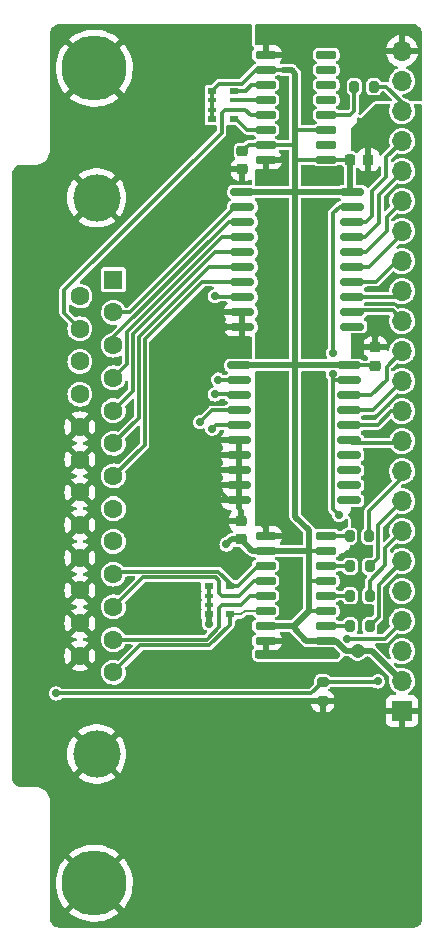
<source format=gbr>
%TF.GenerationSoftware,KiCad,Pcbnew,(6.0.11-0)*%
%TF.CreationDate,2023-07-12T13:16:53+12:00*%
%TF.ProjectId,controller-upper-cut,636f6e74-726f-46c6-9c65-722d75707065,3.2*%
%TF.SameCoordinates,PX206cc80PY68e7780*%
%TF.FileFunction,Copper,L1,Top*%
%TF.FilePolarity,Positive*%
%FSLAX46Y46*%
G04 Gerber Fmt 4.6, Leading zero omitted, Abs format (unit mm)*
G04 Created by KiCad (PCBNEW (6.0.11-0)) date 2023-07-12 13:16:53*
%MOMM*%
%LPD*%
G01*
G04 APERTURE LIST*
G04 Aperture macros list*
%AMRoundRect*
0 Rectangle with rounded corners*
0 $1 Rounding radius*
0 $2 $3 $4 $5 $6 $7 $8 $9 X,Y pos of 4 corners*
0 Add a 4 corners polygon primitive as box body*
4,1,4,$2,$3,$4,$5,$6,$7,$8,$9,$2,$3,0*
0 Add four circle primitives for the rounded corners*
1,1,$1+$1,$2,$3*
1,1,$1+$1,$4,$5*
1,1,$1+$1,$6,$7*
1,1,$1+$1,$8,$9*
0 Add four rect primitives between the rounded corners*
20,1,$1+$1,$2,$3,$4,$5,0*
20,1,$1+$1,$4,$5,$6,$7,0*
20,1,$1+$1,$6,$7,$8,$9,0*
20,1,$1+$1,$8,$9,$2,$3,0*%
G04 Aperture macros list end*
%TA.AperFunction,SMDPad,CuDef*%
%ADD10R,0.800000X0.500000*%
%TD*%
%TA.AperFunction,SMDPad,CuDef*%
%ADD11R,0.800000X0.400000*%
%TD*%
%TA.AperFunction,SMDPad,CuDef*%
%ADD12RoundRect,0.200000X-0.200000X-0.275000X0.200000X-0.275000X0.200000X0.275000X-0.200000X0.275000X0*%
%TD*%
%TA.AperFunction,SMDPad,CuDef*%
%ADD13C,0.300000*%
%TD*%
%TA.AperFunction,SMDPad,CuDef*%
%ADD14RoundRect,0.150000X-0.875000X-0.150000X0.875000X-0.150000X0.875000X0.150000X-0.875000X0.150000X0*%
%TD*%
%TA.AperFunction,ComponentPad*%
%ADD15C,5.500000*%
%TD*%
%TA.AperFunction,SMDPad,CuDef*%
%ADD16RoundRect,0.225000X0.250000X-0.225000X0.250000X0.225000X-0.250000X0.225000X-0.250000X-0.225000X0*%
%TD*%
%TA.AperFunction,SMDPad,CuDef*%
%ADD17RoundRect,0.225000X-0.250000X0.225000X-0.250000X-0.225000X0.250000X-0.225000X0.250000X0.225000X0*%
%TD*%
%TA.AperFunction,SMDPad,CuDef*%
%ADD18RoundRect,0.225000X-0.225000X-0.250000X0.225000X-0.250000X0.225000X0.250000X-0.225000X0.250000X0*%
%TD*%
%TA.AperFunction,SMDPad,CuDef*%
%ADD19RoundRect,0.150000X0.725000X0.150000X-0.725000X0.150000X-0.725000X-0.150000X0.725000X-0.150000X0*%
%TD*%
%TA.AperFunction,ComponentPad*%
%ADD20C,4.000000*%
%TD*%
%TA.AperFunction,ComponentPad*%
%ADD21R,1.600000X1.600000*%
%TD*%
%TA.AperFunction,ComponentPad*%
%ADD22C,1.600000*%
%TD*%
%TA.AperFunction,SMDPad,CuDef*%
%ADD23RoundRect,0.200000X-0.275000X0.200000X-0.275000X-0.200000X0.275000X-0.200000X0.275000X0.200000X0*%
%TD*%
%TA.AperFunction,ComponentPad*%
%ADD24R,1.700000X1.700000*%
%TD*%
%TA.AperFunction,ComponentPad*%
%ADD25O,1.700000X1.700000*%
%TD*%
%TA.AperFunction,ViaPad*%
%ADD26C,0.700000*%
%TD*%
%TA.AperFunction,ViaPad*%
%ADD27C,1.200000*%
%TD*%
%TA.AperFunction,Conductor*%
%ADD28C,0.300000*%
%TD*%
%TA.AperFunction,Conductor*%
%ADD29C,0.200000*%
%TD*%
%TA.AperFunction,Conductor*%
%ADD30C,0.500000*%
%TD*%
G04 APERTURE END LIST*
%TO.C,NT1*%
G36*
X40925000Y-62100000D02*
G01*
X40325000Y-62100000D01*
X40325000Y-61800000D01*
X40925000Y-61800000D01*
X40925000Y-62100000D01*
G37*
%TD*%
D10*
%TO.P,RN2,1,R1.1*%
%TO.N,+5VA*%
X30000000Y-11889393D03*
D11*
%TO.P,RN2,2,R2.1*%
X30000000Y-12689393D03*
%TO.P,RN2,3,R3.1*%
X30000000Y-13489393D03*
D10*
%TO.P,RN2,4,R4.1*%
X30000000Y-14289393D03*
%TO.P,RN2,5,R4.2*%
%TO.N,Net-(U5-Pad14)*%
X31800000Y-14289393D03*
D11*
%TO.P,RN2,6,R3.2*%
%TO.N,/LPT Interface/P15_OUT*%
X31800000Y-13489393D03*
%TO.P,RN2,7,R2.2*%
%TO.N,Net-(U5-Pad12)*%
X31800000Y-12689393D03*
D10*
%TO.P,RN2,8,R1.2*%
%TO.N,Net-(U5-Pad11)*%
X31800000Y-11889393D03*
%TD*%
D12*
%TO.P,R16,1*%
%TO.N,Net-(R16-Pad1)*%
X41675000Y-52150000D03*
%TO.P,R16,2*%
%TO.N,/LPT Interface/P11_IN*%
X43325000Y-52150000D03*
%TD*%
%TO.P,R15,1*%
%TO.N,Net-(R15-Pad1)*%
X41675000Y-54650000D03*
%TO.P,R15,2*%
%TO.N,/LPT Interface/P12_IN*%
X43325000Y-54650000D03*
%TD*%
%TO.P,R17,1*%
%TO.N,Net-(R17-Pad1)*%
X41625000Y-49600000D03*
%TO.P,R17,2*%
%TO.N,/LPT Interface/P10_IN*%
X43275000Y-49600000D03*
%TD*%
D13*
%TO.P,NT1,1,1*%
%TO.N,/LPT Interface/P1_IN*%
X40325000Y-61950000D03*
%TO.P,NT1,2,2*%
%TO.N,/LPT Interface/P1_OUT*%
X40925000Y-61950000D03*
%TD*%
D14*
%TO.P,U3,1,A->B*%
%TO.N,+5VA*%
X32300000Y-35135000D03*
%TO.P,U3,2,A0*%
%TO.N,/LPT Interface/P16_IN*%
X32300000Y-36405000D03*
%TO.P,U3,3,A1*%
%TO.N,/LPT Interface/P17_IN*%
X32300000Y-37675000D03*
%TO.P,U3,4,A2*%
%TO.N,/LPT Interface/P8_IN*%
X32300000Y-38945000D03*
%TO.P,U3,5,A3*%
%TO.N,/LPT Interface/P9_IN*%
X32300000Y-40215000D03*
%TO.P,U3,6,A4*%
%TO.N,GND1*%
X32300000Y-41485000D03*
%TO.P,U3,7,A5*%
X32300000Y-42755000D03*
%TO.P,U3,8,A6*%
X32300000Y-44025000D03*
%TO.P,U3,9,A7*%
X32300000Y-45295000D03*
%TO.P,U3,10,GND*%
X32300000Y-46565000D03*
%TO.P,U3,11,B7*%
%TO.N,unconnected-(U3-Pad11)*%
X41600000Y-46565000D03*
%TO.P,U3,12,B6*%
%TO.N,unconnected-(U3-Pad12)*%
X41600000Y-45295000D03*
%TO.P,U3,13,B5*%
%TO.N,unconnected-(U3-Pad13)*%
X41600000Y-44025000D03*
%TO.P,U3,14,B4*%
%TO.N,unconnected-(U3-Pad14)*%
X41600000Y-42755000D03*
%TO.P,U3,15,B3*%
%TO.N,/LPT Interface/P9_OUT*%
X41600000Y-41485000D03*
%TO.P,U3,16,B2*%
%TO.N,/LPT Interface/P8_OUT*%
X41600000Y-40215000D03*
%TO.P,U3,17,B1*%
%TO.N,/LPT Interface/P17_OUT*%
X41600000Y-38945000D03*
%TO.P,U3,18,B0*%
%TO.N,/LPT Interface/P16_OUT*%
X41600000Y-37675000D03*
%TO.P,U3,19,CE*%
%TO.N,/LPT Interface/nCE_IN*%
X41600000Y-36405000D03*
%TO.P,U3,20,VCC*%
%TO.N,+5VA*%
X41600000Y-35135000D03*
%TD*%
D15*
%TO.P,H3,1,1*%
%TO.N,GND1*%
X20000000Y-10000000D03*
%TD*%
D10*
%TO.P,RN1,1,R1.1*%
%TO.N,+5VA*%
X29700000Y-53833393D03*
D11*
%TO.P,RN1,2,R2.1*%
X29700000Y-54633393D03*
%TO.P,RN1,3,R3.1*%
X29700000Y-55433393D03*
D10*
%TO.P,RN1,4,R4.1*%
X29700000Y-56233393D03*
%TO.P,RN1,5,R4.2*%
%TO.N,/LPT Interface/P13_OUT*%
X31500000Y-56233393D03*
D11*
%TO.P,RN1,6,R3.2*%
%TO.N,/LPT Interface/P12_OUT*%
X31500000Y-55433393D03*
%TO.P,RN1,7,R2.2*%
%TO.N,/LPT Interface/P11_OUT*%
X31500000Y-54633393D03*
D10*
%TO.P,RN1,8,R1.2*%
%TO.N,/LPT Interface/P10_OUT*%
X31500000Y-53833393D03*
%TD*%
D16*
%TO.P,C11,1*%
%TO.N,+5VA*%
X43800000Y-35167893D03*
%TO.P,C11,2*%
%TO.N,GND1*%
X43800000Y-33617893D03*
%TD*%
D12*
%TO.P,R14,1*%
%TO.N,Net-(R14-Pad1)*%
X41675000Y-57200000D03*
%TO.P,R14,2*%
%TO.N,/LPT Interface/P13_IN*%
X43325000Y-57200000D03*
%TD*%
D17*
%TO.P,C10,1*%
%TO.N,+5VA*%
X32544000Y-17009393D03*
%TO.P,C10,2*%
%TO.N,GND1*%
X32544000Y-18559393D03*
%TD*%
D12*
%TO.P,R22,1*%
%TO.N,Net-(U5-Pad4)*%
X42025000Y-11550000D03*
%TO.P,R22,2*%
%TO.N,/LPT Interface/P15_IN*%
X43675000Y-11550000D03*
%TD*%
D18*
%TO.P,C12,1*%
%TO.N,+5VA*%
X41650000Y-17739393D03*
%TO.P,C12,2*%
%TO.N,GND1*%
X43200000Y-17739393D03*
%TD*%
D19*
%TO.P,U5,1,A1*%
%TO.N,+5VA*%
X39654000Y-17739393D03*
%TO.P,U5,2,C1*%
%TO.N,unconnected-(U5-Pad2)*%
X39654000Y-16469393D03*
%TO.P,U5,3,A2*%
%TO.N,+5VA*%
X39654000Y-15199393D03*
%TO.P,U5,4,C2*%
%TO.N,Net-(U5-Pad4)*%
X39654000Y-13929393D03*
%TO.P,U5,5,A3*%
%TO.N,+5VA*%
X39654000Y-12659393D03*
%TO.P,U5,6,C3*%
%TO.N,unconnected-(U5-Pad6)*%
X39654000Y-11389393D03*
%TO.P,U5,7,A4*%
%TO.N,+5VA*%
X39654000Y-10119393D03*
%TO.P,U5,8,C4*%
%TO.N,unconnected-(U5-Pad8)*%
X39654000Y-8849393D03*
%TO.P,U5,9,GND*%
%TO.N,GND2*%
X34504000Y-8849393D03*
%TO.P,U5,10,Vdd*%
%TO.N,+5VA*%
X34504000Y-10119393D03*
%TO.P,U5,11,O1*%
%TO.N,Net-(U5-Pad11)*%
X34504000Y-11389393D03*
%TO.P,U5,12,O1*%
%TO.N,Net-(U5-Pad12)*%
X34504000Y-12659393D03*
%TO.P,U5,13,O1*%
%TO.N,/LPT Interface/P15_OUT*%
X34504000Y-13929393D03*
%TO.P,U5,14,O1*%
%TO.N,Net-(U5-Pad14)*%
X34504000Y-15199393D03*
%TO.P,U5,15,Vdd*%
%TO.N,+5VA*%
X34504000Y-16469393D03*
%TO.P,U5,16,GND*%
%TO.N,GND2*%
X34504000Y-17739393D03*
%TD*%
D15*
%TO.P,H4,1,1*%
%TO.N,GND1*%
X20000000Y-79000000D03*
%TD*%
D20*
%TO.P,J7,0,PAD*%
%TO.N,GND1*%
X20210331Y-68057893D03*
X20210331Y-20957893D03*
D21*
%TO.P,J7,1,1*%
%TO.N,/LPT Interface/P1_IN*%
X21630331Y-27887893D03*
D22*
%TO.P,J7,2,2*%
%TO.N,/LPT Interface/P2_IN*%
X21630331Y-30657893D03*
%TO.P,J7,3,3*%
%TO.N,/LPT Interface/P3_IN*%
X21630331Y-33427893D03*
%TO.P,J7,4,4*%
%TO.N,/LPT Interface/P4_IN*%
X21630331Y-36197893D03*
%TO.P,J7,5,5*%
%TO.N,/LPT Interface/P5_IN*%
X21630331Y-38967893D03*
%TO.P,J7,6,6*%
%TO.N,/LPT Interface/P6_IN*%
X21630331Y-41737893D03*
%TO.P,J7,7,7*%
%TO.N,/LPT Interface/P7_IN*%
X21630331Y-44507893D03*
%TO.P,J7,8,8*%
%TO.N,/LPT Interface/P8_IN*%
X21630331Y-47277893D03*
%TO.P,J7,9,9*%
%TO.N,/LPT Interface/P9_IN*%
X21630331Y-50047893D03*
%TO.P,J7,10,10*%
%TO.N,/LPT Interface/P10_OUT*%
X21630331Y-52817893D03*
%TO.P,J7,11,11*%
%TO.N,/LPT Interface/P11_OUT*%
X21630331Y-55587893D03*
%TO.P,J7,12,12*%
%TO.N,/LPT Interface/P12_OUT*%
X21630331Y-58357893D03*
%TO.P,J7,13,13*%
%TO.N,/LPT Interface/P13_OUT*%
X21630331Y-61127893D03*
%TO.P,J7,14,P14*%
%TO.N,/LPT Interface/P14_IN*%
X18790331Y-29272893D03*
%TO.P,J7,15,P15*%
%TO.N,/LPT Interface/P15_OUT*%
X18790331Y-32042893D03*
%TO.P,J7,16,P16*%
%TO.N,/LPT Interface/P16_IN*%
X18790331Y-34812893D03*
%TO.P,J7,17,P17*%
%TO.N,/LPT Interface/P17_IN*%
X18790331Y-37582893D03*
%TO.P,J7,18,P18*%
%TO.N,GND1*%
X18790331Y-40352893D03*
%TO.P,J7,19,P19*%
X18790331Y-43122893D03*
%TO.P,J7,20,P20*%
X18790331Y-45892893D03*
%TO.P,J7,21,P21*%
X18790331Y-48662893D03*
%TO.P,J7,22,P22*%
X18790331Y-51432893D03*
%TO.P,J7,23,P23*%
X18790331Y-54202893D03*
%TO.P,J7,24,P24*%
X18790331Y-56972893D03*
%TO.P,J7,25,P25*%
X18790331Y-59742893D03*
%TD*%
D23*
%TO.P,R13,1*%
%TO.N,/LPT Interface/P1_IN*%
X39350000Y-61950000D03*
%TO.P,R13,2*%
%TO.N,GND1*%
X39350000Y-63600000D03*
%TD*%
D19*
%TO.P,U4,1,A1*%
%TO.N,+5VA*%
X39654000Y-58466393D03*
%TO.P,U4,2,C1*%
%TO.N,Net-(R14-Pad1)*%
X39654000Y-57196393D03*
%TO.P,U4,3,A2*%
%TO.N,+5VA*%
X39654000Y-55926393D03*
%TO.P,U4,4,C2*%
%TO.N,Net-(R15-Pad1)*%
X39654000Y-54656393D03*
%TO.P,U4,5,A3*%
%TO.N,+5VA*%
X39654000Y-53386393D03*
%TO.P,U4,6,C3*%
%TO.N,Net-(R16-Pad1)*%
X39654000Y-52116393D03*
%TO.P,U4,7,A4*%
%TO.N,+5VA*%
X39654000Y-50846393D03*
%TO.P,U4,8,C4*%
%TO.N,Net-(R17-Pad1)*%
X39654000Y-49576393D03*
%TO.P,U4,9,GND*%
%TO.N,GND2*%
X34504000Y-49576393D03*
%TO.P,U4,10,Vdd*%
%TO.N,+5VA*%
X34504000Y-50846393D03*
%TO.P,U4,11,O1*%
%TO.N,/LPT Interface/P10_OUT*%
X34504000Y-52116393D03*
%TO.P,U4,12,O1*%
%TO.N,/LPT Interface/P11_OUT*%
X34504000Y-53386393D03*
%TO.P,U4,13,O1*%
%TO.N,/LPT Interface/P12_OUT*%
X34504000Y-54656393D03*
%TO.P,U4,14,O1*%
%TO.N,/LPT Interface/P13_OUT*%
X34504000Y-55926393D03*
%TO.P,U4,15,Vdd*%
%TO.N,+5VA*%
X34504000Y-57196393D03*
%TO.P,U4,16,GND*%
%TO.N,GND2*%
X34504000Y-58466393D03*
%TD*%
D16*
%TO.P,C9,1*%
%TO.N,+5VA*%
X32400000Y-49861006D03*
%TO.P,C9,2*%
%TO.N,GND1*%
X32400000Y-48311006D03*
%TD*%
D14*
%TO.P,U2,1,A->B*%
%TO.N,+5VA*%
X32553560Y-20445833D03*
%TO.P,U2,2,A0*%
%TO.N,/LPT Interface/P2_IN*%
X32553560Y-21715833D03*
%TO.P,U2,3,A1*%
%TO.N,/LPT Interface/P3_IN*%
X32553560Y-22985833D03*
%TO.P,U2,4,A2*%
%TO.N,/LPT Interface/P4_IN*%
X32553560Y-24255833D03*
%TO.P,U2,5,A3*%
%TO.N,/LPT Interface/P5_IN*%
X32553560Y-25525833D03*
%TO.P,U2,6,A4*%
%TO.N,/LPT Interface/P6_IN*%
X32553560Y-26795833D03*
%TO.P,U2,7,A5*%
%TO.N,/LPT Interface/P7_IN*%
X32553560Y-28065833D03*
%TO.P,U2,8,A6*%
%TO.N,/LPT Interface/P14_IN*%
X32553560Y-29335833D03*
%TO.P,U2,9,A7*%
%TO.N,GND1*%
X32553560Y-30605833D03*
%TO.P,U2,10,GND*%
X32553560Y-31875833D03*
%TO.P,U2,11,B7*%
%TO.N,unconnected-(U2-Pad11)*%
X41853560Y-31875833D03*
%TO.P,U2,12,B6*%
%TO.N,/LPT Interface/P14_OUT*%
X41853560Y-30605833D03*
%TO.P,U2,13,B5*%
%TO.N,/LPT Interface/P7_OUT*%
X41853560Y-29335833D03*
%TO.P,U2,14,B4*%
%TO.N,/LPT Interface/P6_OUT*%
X41853560Y-28065833D03*
%TO.P,U2,15,B3*%
%TO.N,/LPT Interface/P5_OUT*%
X41853560Y-26795833D03*
%TO.P,U2,16,B2*%
%TO.N,/LPT Interface/P4_OUT*%
X41853560Y-25525833D03*
%TO.P,U2,17,B1*%
%TO.N,/LPT Interface/P3_OUT*%
X41853560Y-24255833D03*
%TO.P,U2,18,B0*%
%TO.N,/LPT Interface/P2_OUT*%
X41853560Y-22985833D03*
%TO.P,U2,19,CE*%
%TO.N,/LPT Interface/nCE_IN*%
X41853560Y-21715833D03*
%TO.P,U2,20,VCC*%
%TO.N,+5VA*%
X41853560Y-20445833D03*
%TD*%
D24*
%TO.P,J2,1,Pin_1*%
%TO.N,GND1*%
X46063000Y-64417000D03*
D25*
%TO.P,J2,2,Pin_2*%
%TO.N,+5VA*%
X46063000Y-61877000D03*
%TO.P,J2,3,Pin_3*%
%TO.N,unconnected-(J2-Pad3)*%
X46063000Y-59337000D03*
%TO.P,J2,4,Pin_4*%
%TO.N,/LPT Interface/nCE_IN*%
X46063000Y-56797000D03*
%TO.P,J2,5,Pin_5*%
%TO.N,/LPT Interface/P1_OUT*%
X46063000Y-54257000D03*
%TO.P,J2,6,Pin_6*%
%TO.N,/LPT Interface/P13_IN*%
X46063000Y-51717000D03*
%TO.P,J2,7,Pin_7*%
%TO.N,/LPT Interface/P12_IN*%
X46063000Y-49177000D03*
%TO.P,J2,8,Pin_8*%
%TO.N,/LPT Interface/P11_IN*%
X46063000Y-46637000D03*
%TO.P,J2,9,Pin_9*%
%TO.N,/LPT Interface/P10_IN*%
X46063000Y-44097000D03*
%TO.P,J2,10,Pin_10*%
%TO.N,/LPT Interface/P9_OUT*%
X46063000Y-41557000D03*
%TO.P,J2,11,Pin_11*%
%TO.N,/LPT Interface/P8_OUT*%
X46063000Y-39017000D03*
%TO.P,J2,12,Pin_12*%
%TO.N,/LPT Interface/P17_OUT*%
X46063000Y-36477000D03*
%TO.P,J2,13,Pin_13*%
%TO.N,/LPT Interface/P16_OUT*%
X46063000Y-33937000D03*
%TO.P,J2,14,Pin_14*%
%TO.N,/LPT Interface/P14_OUT*%
X46063000Y-31397000D03*
%TO.P,J2,15,Pin_15*%
%TO.N,/LPT Interface/P7_OUT*%
X46063000Y-28857000D03*
%TO.P,J2,16,Pin_16*%
%TO.N,/LPT Interface/P6_OUT*%
X46063000Y-26317000D03*
%TO.P,J2,17,Pin_17*%
%TO.N,/LPT Interface/P5_OUT*%
X46063000Y-23777000D03*
%TO.P,J2,18,Pin_18*%
%TO.N,/LPT Interface/P4_OUT*%
X46063000Y-21237000D03*
%TO.P,J2,19,Pin_19*%
%TO.N,/LPT Interface/P3_OUT*%
X46063000Y-18697000D03*
%TO.P,J2,20,Pin_20*%
%TO.N,/LPT Interface/P2_OUT*%
X46063000Y-16157000D03*
%TO.P,J2,21,Pin_21*%
%TO.N,/LPT Interface/P15_IN*%
X46063000Y-13617000D03*
%TO.P,J2,22,Pin_22*%
%TO.N,+5VA*%
X46063000Y-11077000D03*
%TO.P,J2,23,Pin_23*%
%TO.N,GND2*%
X46063000Y-8537000D03*
%TD*%
D26*
%TO.N,/LPT Interface/P9_IN*%
X30000000Y-40500000D03*
%TO.N,/LPT Interface/P14_IN*%
X30200000Y-29292893D03*
%TO.N,/LPT Interface/P16_IN*%
X30500000Y-36350000D03*
%TO.N,/LPT Interface/P17_IN*%
X30200000Y-37600000D03*
%TO.N,/LPT Interface/P1_OUT*%
X44000000Y-61900000D03*
%TO.N,/LPT Interface/nCE_IN*%
X41422934Y-58285163D03*
X40200000Y-34092893D03*
X40726438Y-47800898D03*
X40200000Y-35916333D03*
%TO.N,/LPT Interface/P8_IN*%
X28950000Y-39950000D03*
%TO.N,/LPT Interface/P1_IN*%
X16775000Y-62925000D03*
%TO.N,GND1*%
X32950000Y-33650000D03*
X44350000Y-14150000D03*
X43200000Y-40950000D03*
X13800000Y-36100000D03*
X28600000Y-53900000D03*
X15700000Y-45900000D03*
X18800000Y-63800000D03*
X31500000Y-71800000D03*
X32100000Y-10392893D03*
X30550000Y-35100000D03*
X38000000Y-63800000D03*
X19900000Y-33500000D03*
X29300000Y-18100000D03*
X43400000Y-31292893D03*
X32700000Y-51675000D03*
X32900000Y-56992893D03*
X31400000Y-62100000D03*
X30450000Y-41550000D03*
X29900000Y-30300000D03*
X15700000Y-59800000D03*
X18800000Y-62100000D03*
X32800000Y-6892893D03*
X43600000Y-45575000D03*
X13800000Y-54292893D03*
X41500000Y-60200000D03*
X47100000Y-71800000D03*
X38000000Y-62100000D03*
X26000000Y-45700000D03*
X47000000Y-45292893D03*
X43800000Y-32592893D03*
X43200000Y-16300000D03*
X15700000Y-51400000D03*
X20000000Y-28000000D03*
X15750000Y-40375000D03*
X25400000Y-36400000D03*
X47300000Y-14800000D03*
X26000000Y-82092893D03*
X23250000Y-24200000D03*
X30750000Y-21650000D03*
X47100000Y-82092893D03*
X25300000Y-62100000D03*
X15700000Y-54200000D03*
X31100000Y-31892893D03*
X47275000Y-40292893D03*
X47275000Y-50392893D03*
X25700000Y-26750000D03*
X23950000Y-43650000D03*
X30100000Y-51750000D03*
X28600000Y-57200000D03*
X29573213Y-38358877D03*
X25300000Y-63800000D03*
X25200000Y-38500000D03*
X30950000Y-19150000D03*
X30975000Y-48117893D03*
X24500000Y-54000000D03*
X25700000Y-32700000D03*
X13800000Y-70092893D03*
X15700000Y-48700000D03*
X29700000Y-59800000D03*
X22750000Y-49050000D03*
X32300000Y-15750000D03*
X43325000Y-42500000D03*
X29450000Y-15400000D03*
X22800000Y-57400000D03*
X30600000Y-45750000D03*
X47275000Y-19892893D03*
X15700000Y-57000000D03*
X47275000Y-30092893D03*
X38000000Y-71800000D03*
X13800000Y-18900000D03*
X29600000Y-36800000D03*
X15700000Y-43100000D03*
X24300000Y-59700000D03*
X36700000Y-82092893D03*
X23050000Y-51750000D03*
X33900000Y-60900000D03*
X31400000Y-63800000D03*
%TO.N,+5VA*%
X31200000Y-50300000D03*
X29700000Y-57000000D03*
D27*
X42300000Y-59300000D03*
D26*
%TO.N,GND2*%
X34125000Y-19467893D03*
X34500000Y-48700000D03*
X34000000Y-36050000D03*
X36050000Y-21342893D03*
X36000000Y-51800000D03*
X47300000Y-12250000D03*
X38150000Y-10750000D03*
X34050000Y-43000000D03*
X34000000Y-34092893D03*
X36200000Y-58092893D03*
X37000000Y-49700000D03*
X37200000Y-51800000D03*
X36100000Y-42992893D03*
X37200000Y-59600000D03*
X36100000Y-34092893D03*
X34000000Y-26150000D03*
X34100000Y-6892893D03*
X38700000Y-27450000D03*
X36050000Y-19467893D03*
X39800000Y-21392893D03*
X36100000Y-15517893D03*
X38675000Y-36092893D03*
X36100000Y-36050000D03*
X36150000Y-17250000D03*
X38700000Y-48000000D03*
X34500000Y-59592893D03*
X34150000Y-21367893D03*
X40250000Y-48650000D03*
X42900000Y-9292893D03*
X38700000Y-43000000D03*
X41000000Y-6892893D03*
X38700000Y-59600000D03*
X41150000Y-13000000D03*
X36240000Y-8849393D03*
X36200000Y-56192893D03*
X40350000Y-19092893D03*
X36100000Y-26150000D03*
X36100000Y-11092893D03*
X38100000Y-14250000D03*
X38025000Y-21367893D03*
X38000000Y-19092893D03*
X40300000Y-59592893D03*
X38675000Y-34142893D03*
X37200000Y-55400000D03*
%TD*%
D28*
%TO.N,/LPT Interface/P2_IN*%
X21630331Y-30657893D02*
X23006576Y-30657893D01*
X31948636Y-21715833D02*
X32553560Y-21715833D01*
X23006576Y-30657893D02*
X31948636Y-21715833D01*
%TO.N,/LPT Interface/P3_IN*%
X21630331Y-32741244D02*
X31385742Y-22985833D01*
X31385742Y-22985833D02*
X32553560Y-22985833D01*
X21630331Y-33427893D02*
X21630331Y-32741244D01*
%TO.N,/LPT Interface/P4_IN*%
X22780331Y-35047893D02*
X22780331Y-32298350D01*
X30822848Y-24255833D02*
X32553560Y-24255833D01*
X22780331Y-32298350D02*
X30822848Y-24255833D01*
X21630331Y-36197893D02*
X22780331Y-35047893D01*
%TO.N,/LPT Interface/P9_IN*%
X30285000Y-40215000D02*
X32300000Y-40215000D01*
X30000000Y-40500000D02*
X30285000Y-40215000D01*
%TO.N,/LPT Interface/P14_IN*%
X30200000Y-29292893D02*
X30242940Y-29335833D01*
X30242940Y-29335833D02*
X32553560Y-29335833D01*
%TO.N,/LPT Interface/P15_OUT*%
X30800000Y-15450000D02*
X30800000Y-13792893D01*
X18790331Y-32042893D02*
X17450000Y-30702562D01*
X34504000Y-13929393D02*
X33240000Y-13929393D01*
X17450000Y-28800000D02*
X30800000Y-15450000D01*
X31103500Y-13489393D02*
X31800000Y-13489393D01*
X17450000Y-30702562D02*
X17450000Y-28800000D01*
X30800000Y-13792893D02*
X31103500Y-13489393D01*
X32800000Y-13489393D02*
X31800000Y-13489393D01*
X33240000Y-13929393D02*
X32800000Y-13489393D01*
%TO.N,/LPT Interface/P16_IN*%
X32245000Y-36350000D02*
X32300000Y-36405000D01*
X30500000Y-36350000D02*
X32245000Y-36350000D01*
%TO.N,/LPT Interface/P17_IN*%
X30200000Y-37600000D02*
X32225000Y-37600000D01*
X32225000Y-37600000D02*
X32300000Y-37675000D01*
%TO.N,/LPT Interface/P17_OUT*%
X43595000Y-38945000D02*
X41600000Y-38945000D01*
X46063000Y-36477000D02*
X43595000Y-38945000D01*
%TO.N,/LPT Interface/P16_OUT*%
X46063000Y-33937000D02*
X44750000Y-35250000D01*
X44750000Y-35250000D02*
X44750000Y-36350000D01*
X43425000Y-37675000D02*
X41600000Y-37675000D01*
X44750000Y-36350000D02*
X43425000Y-37675000D01*
%TO.N,/LPT Interface/P7_OUT*%
X45587893Y-29350000D02*
X46125000Y-28812893D01*
X41853560Y-29335833D02*
X41867727Y-29350000D01*
X41867727Y-29350000D02*
X45587893Y-29350000D01*
%TO.N,/LPT Interface/P6_OUT*%
X45627107Y-26272893D02*
X46125000Y-26272893D01*
X41853560Y-28065833D02*
X43834167Y-28065833D01*
X43834167Y-28065833D02*
X45627107Y-26272893D01*
%TO.N,/LPT Interface/P5_OUT*%
X43304167Y-26795833D02*
X46125000Y-23975000D01*
X46125000Y-23975000D02*
X46125000Y-23732893D01*
X41853560Y-26795833D02*
X43304167Y-26795833D01*
%TO.N,/LPT Interface/P4_OUT*%
X44750000Y-23750000D02*
X44750000Y-22567893D01*
X44750000Y-22567893D02*
X46125000Y-21192893D01*
X42974167Y-25525833D02*
X44750000Y-23750000D01*
X41853560Y-25525833D02*
X42974167Y-25525833D01*
%TO.N,/LPT Interface/P3_OUT*%
X44100000Y-23092893D02*
X44100000Y-20677893D01*
X41853560Y-24255833D02*
X42937060Y-24255833D01*
X42937060Y-24255833D02*
X44100000Y-23092893D01*
X44100000Y-20677893D02*
X46125000Y-18652893D01*
%TO.N,/LPT Interface/P2_OUT*%
X41853560Y-22985833D02*
X43007060Y-22985833D01*
X44700000Y-17537893D02*
X46125000Y-16112893D01*
X43500000Y-22492893D02*
X43500000Y-20392893D01*
X43007060Y-22985833D02*
X43500000Y-22492893D01*
X44700000Y-19192893D02*
X44700000Y-17537893D01*
X43500000Y-20392893D02*
X44700000Y-19192893D01*
%TO.N,/LPT Interface/P15_IN*%
X46125000Y-12950000D02*
X46125000Y-13572893D01*
X43675000Y-11550000D02*
X44725000Y-11550000D01*
X44725000Y-11550000D02*
X46125000Y-12950000D01*
%TO.N,/LPT Interface/P14_OUT*%
X41853560Y-30605833D02*
X41966500Y-30492893D01*
X45265000Y-30492893D02*
X46125000Y-31352893D01*
X41966500Y-30492893D02*
X45265000Y-30492893D01*
%TO.N,/LPT Interface/P13_IN*%
X46063000Y-51737000D02*
X46063000Y-51717000D01*
X43325000Y-57200000D02*
X44075000Y-56450000D01*
X44075000Y-53725000D02*
X46063000Y-51737000D01*
X44075000Y-56450000D02*
X44075000Y-53725000D01*
%TO.N,/LPT Interface/P12_IN*%
X43325000Y-54650000D02*
X43325000Y-53402817D01*
X43325000Y-53402817D02*
X44650000Y-52077817D01*
X44650000Y-50590000D02*
X46063000Y-49177000D01*
X44650000Y-52077817D02*
X44650000Y-50590000D01*
%TO.N,/LPT Interface/P11_IN*%
X43325000Y-52150000D02*
X44025000Y-51450000D01*
X44025000Y-48675000D02*
X46063000Y-46637000D01*
X44025000Y-51450000D02*
X44025000Y-48675000D01*
%TO.N,/LPT Interface/P10_IN*%
X43275000Y-49600000D02*
X43275000Y-47475000D01*
X46063000Y-44687000D02*
X46063000Y-44097000D01*
X43275000Y-47475000D02*
X46063000Y-44687000D01*
%TO.N,/LPT Interface/P8_OUT*%
X44000000Y-40175000D02*
X41640000Y-40175000D01*
X45158000Y-39017000D02*
X44000000Y-40175000D01*
X46063000Y-39017000D02*
X45158000Y-39017000D01*
X41640000Y-40175000D02*
X41600000Y-40215000D01*
%TO.N,/LPT Interface/P9_OUT*%
X46063000Y-41557000D02*
X45895000Y-41725000D01*
X45895000Y-41725000D02*
X41840000Y-41725000D01*
X41840000Y-41725000D02*
X41600000Y-41485000D01*
%TO.N,/LPT Interface/P1_OUT*%
X43950000Y-61950000D02*
X44000000Y-61900000D01*
X40925000Y-61950000D02*
X43950000Y-61950000D01*
%TO.N,/LPT Interface/nCE_IN*%
X40726438Y-47800898D02*
X40700898Y-47800898D01*
X40200000Y-34092893D02*
X40200000Y-22286006D01*
X41581833Y-36386833D02*
X41600000Y-36405000D01*
X40700898Y-47800898D02*
X40200000Y-47300000D01*
X40770173Y-21715833D02*
X41853560Y-21715833D01*
X40200000Y-47300000D02*
X40200000Y-35916333D01*
X44592730Y-58285163D02*
X46125000Y-56752893D01*
X40206060Y-36386833D02*
X41581833Y-36386833D01*
X40200000Y-22286006D02*
X40770173Y-21715833D01*
X41422934Y-58285163D02*
X44592730Y-58285163D01*
%TO.N,/LPT Interface/P8_IN*%
X28950000Y-39950000D02*
X29955000Y-38945000D01*
X29955000Y-38945000D02*
X32300000Y-38945000D01*
%TO.N,/LPT Interface/P6_IN*%
X29697060Y-26795833D02*
X32553560Y-26795833D01*
X23780331Y-32712562D02*
X29697060Y-26795833D01*
X21630331Y-41737893D02*
X23780331Y-39587893D01*
X23780331Y-39587893D02*
X23780331Y-32712562D01*
%TO.N,Net-(U5-Pad4)*%
X42025000Y-13567893D02*
X42025000Y-11550000D01*
X39654000Y-13929393D02*
X41663500Y-13929393D01*
X41663500Y-13929393D02*
X42025000Y-13567893D01*
%TO.N,Net-(U5-Pad14)*%
X31800000Y-14289393D02*
X32039393Y-14289393D01*
X34503393Y-15200000D02*
X34504000Y-15199393D01*
X32039393Y-14289393D02*
X32950000Y-15200000D01*
X32950000Y-15200000D02*
X34503393Y-15200000D01*
%TO.N,Net-(U5-Pad12)*%
X31800000Y-12689393D02*
X34474000Y-12689393D01*
X34474000Y-12689393D02*
X34504000Y-12659393D01*
%TO.N,/LPT Interface/P1_IN*%
X39350000Y-61950000D02*
X40325000Y-61950000D01*
X16775000Y-62925000D02*
X38375000Y-62925000D01*
X38375000Y-62925000D02*
X39350000Y-61950000D01*
%TO.N,/LPT Interface/P10_OUT*%
X32166607Y-53833393D02*
X33883607Y-52116393D01*
X33883607Y-52116393D02*
X34504000Y-52116393D01*
X31500000Y-53833393D02*
X32166607Y-53833393D01*
X31500000Y-53576287D02*
X30523713Y-52600000D01*
X21848224Y-52600000D02*
X21630331Y-52817893D01*
X31500000Y-53833393D02*
X31500000Y-53576287D01*
X30523713Y-52600000D02*
X21848224Y-52600000D01*
%TO.N,/LPT Interface/P11_OUT*%
X34504000Y-53386393D02*
X33509663Y-53386393D01*
X30600000Y-53383393D02*
X30316607Y-53100000D01*
X30600000Y-54392893D02*
X30600000Y-53383393D01*
X30316607Y-53100000D02*
X24118224Y-53100000D01*
X32262663Y-54633393D02*
X31500000Y-54633393D01*
X24118224Y-53100000D02*
X21630331Y-55587893D01*
X33509663Y-53386393D02*
X32262663Y-54633393D01*
X31500000Y-54633393D02*
X30840500Y-54633393D01*
X30840500Y-54633393D02*
X30600000Y-54392893D01*
%TO.N,/LPT Interface/P12_OUT*%
X32452613Y-55433393D02*
X31500000Y-55433393D01*
X33200000Y-54686006D02*
X32452613Y-55433393D01*
X30600000Y-57292893D02*
X30600000Y-55692893D01*
X33229613Y-54656393D02*
X33200000Y-54686006D01*
X30859500Y-55433393D02*
X31500000Y-55433393D01*
X29535000Y-58357893D02*
X30600000Y-57292893D01*
X21630331Y-58357893D02*
X29535000Y-58357893D01*
X30600000Y-55692893D02*
X30859500Y-55433393D01*
X34504000Y-54656393D02*
X33229613Y-54656393D01*
%TO.N,/LPT Interface/P13_OUT*%
X21630331Y-61127893D02*
X23900331Y-58857893D01*
D29*
X32459500Y-56233393D02*
X32766500Y-55926393D01*
X32766500Y-55926393D02*
X34504000Y-55926393D01*
D28*
X29742106Y-58857893D02*
X31500000Y-57099999D01*
X23900331Y-58857893D02*
X29742106Y-58857893D01*
X31500000Y-57099999D02*
X31500000Y-56233393D01*
D29*
X31500000Y-56233393D02*
X32459500Y-56233393D01*
D28*
%TO.N,/LPT Interface/P5_IN*%
X23280331Y-37317893D02*
X23280331Y-32505456D01*
X23280331Y-32505456D02*
X30259954Y-25525833D01*
X30259954Y-25525833D02*
X32553560Y-25525833D01*
X21630331Y-38967893D02*
X23280331Y-37317893D01*
%TO.N,/LPT Interface/P7_IN*%
X29134166Y-28065833D02*
X32553560Y-28065833D01*
X24280331Y-32919668D02*
X29134166Y-28065833D01*
X24280331Y-41857893D02*
X24280331Y-32919668D01*
X21630331Y-44507893D02*
X24280331Y-41857893D01*
%TO.N,Net-(R14-Pad1)*%
X41675000Y-57200000D02*
X39657607Y-57200000D01*
X39657607Y-57200000D02*
X39654000Y-57196393D01*
%TO.N,Net-(R15-Pad1)*%
X41675000Y-54650000D02*
X39660393Y-54650000D01*
X39660393Y-54650000D02*
X39654000Y-54656393D01*
%TO.N,Net-(R16-Pad1)*%
X39687607Y-52150000D02*
X39654000Y-52116393D01*
X41675000Y-52150000D02*
X39687607Y-52150000D01*
%TO.N,Net-(R17-Pad1)*%
X41625000Y-49600000D02*
X39677607Y-49600000D01*
X39677607Y-49600000D02*
X39654000Y-49576393D01*
%TO.N,GND1*%
X30950000Y-19150000D02*
X31400000Y-18700000D01*
X31400000Y-18700000D02*
X31400000Y-18692893D01*
X32553560Y-31875833D02*
X32553560Y-30605833D01*
X43200000Y-16392893D02*
X43200000Y-17739393D01*
X30600000Y-45750000D02*
X31415000Y-46565000D01*
X31415000Y-46565000D02*
X32300000Y-46565000D01*
X31533500Y-18559393D02*
X32544000Y-18559393D01*
X31400000Y-18692893D02*
X31533500Y-18559393D01*
X43800000Y-32592893D02*
X43800000Y-33617893D01*
X32536500Y-31892893D02*
X32553560Y-31875833D01*
X32300000Y-44025000D02*
X32300000Y-42755000D01*
X32300000Y-46565000D02*
X32300000Y-45295000D01*
X32300000Y-42755000D02*
X32300000Y-41485000D01*
X31100000Y-31892893D02*
X32536500Y-31892893D01*
X31168113Y-48311006D02*
X32400000Y-48311006D01*
X32300000Y-45295000D02*
X32300000Y-44025000D01*
%TO.N,Net-(U5-Pad11)*%
X31800000Y-11889393D02*
X32810607Y-11889393D01*
X32810607Y-11889393D02*
X33310607Y-11389393D01*
X33310607Y-11389393D02*
X34504000Y-11389393D01*
D30*
%TO.N,+5VA*%
X31200000Y-50300000D02*
X31638994Y-49861006D01*
X37035000Y-15199393D02*
X37025000Y-15189393D01*
X34504000Y-50846393D02*
X38193000Y-50846393D01*
D28*
X32544000Y-17009393D02*
X33084000Y-16469393D01*
D30*
X37025000Y-35119393D02*
X37022440Y-35116833D01*
D28*
X39654000Y-55926393D02*
X38173607Y-55926393D01*
X30000000Y-13489393D02*
X30000000Y-12689393D01*
D30*
X34497000Y-50839393D02*
X33378387Y-50839393D01*
X37025000Y-16469393D02*
X37025000Y-17739393D01*
X41675000Y-17764393D02*
X41675000Y-20236393D01*
X37000000Y-57492893D02*
X37973500Y-58466393D01*
X37000000Y-57200000D02*
X37000000Y-57492893D01*
X33378387Y-50839393D02*
X32400000Y-49861006D01*
X37025000Y-17739393D02*
X37025000Y-20445833D01*
X37025000Y-33539393D02*
X37025000Y-35119393D01*
X36903607Y-57196393D02*
X34504000Y-57196393D01*
X37025000Y-15189393D02*
X37025000Y-16469393D01*
X37022440Y-35116833D02*
X32318167Y-35116833D01*
D28*
X29700000Y-55433393D02*
X29700000Y-54633393D01*
D30*
X38193000Y-49124371D02*
X37025000Y-47956371D01*
X41853560Y-20445833D02*
X37031440Y-20445833D01*
D28*
X30000000Y-14289393D02*
X30000000Y-13489393D01*
D30*
X38200000Y-55900000D02*
X38173607Y-55926393D01*
D28*
X39654000Y-17739393D02*
X41650000Y-17739393D01*
D30*
X37025000Y-20452273D02*
X37025000Y-33539393D01*
X36705000Y-10119393D02*
X37025000Y-10439393D01*
X31638994Y-49861006D02*
X32400000Y-49861006D01*
X35965000Y-10119393D02*
X36705000Y-10119393D01*
X41600000Y-35135000D02*
X41581833Y-35116833D01*
X37973500Y-58466393D02*
X39654000Y-58466393D01*
D28*
X30600000Y-11289393D02*
X32503500Y-11289393D01*
X41600000Y-35135000D02*
X43767107Y-35135000D01*
D30*
X32553560Y-20445833D02*
X37025000Y-20445833D01*
X38200000Y-53386393D02*
X38200000Y-50800000D01*
D28*
X35965000Y-10119393D02*
X34504000Y-10119393D01*
D30*
X41675000Y-20236393D02*
X41869000Y-20430393D01*
X38173607Y-55926393D02*
X36903607Y-57196393D01*
D28*
X43767107Y-35135000D02*
X43800000Y-35167893D01*
D30*
X38193000Y-50846393D02*
X38193000Y-49124371D01*
X41300000Y-59292893D02*
X43478893Y-59292893D01*
D28*
X34504000Y-16469393D02*
X37025000Y-16469393D01*
X30000000Y-12689393D02*
X30000000Y-11889393D01*
D30*
X32318167Y-35116833D02*
X32300000Y-35135000D01*
X38200000Y-53386393D02*
X38200000Y-55900000D01*
D28*
X33673500Y-10119393D02*
X34504000Y-10119393D01*
X30000000Y-11889393D02*
X30600000Y-11289393D01*
X39654000Y-17739393D02*
X37025000Y-17739393D01*
X39654000Y-53386393D02*
X38200000Y-53386393D01*
X32503500Y-11289393D02*
X33673500Y-10119393D01*
D30*
X37025000Y-47956371D02*
X37025000Y-35119393D01*
D28*
X29700000Y-56233393D02*
X29700000Y-55433393D01*
D30*
X29700000Y-57000000D02*
X29700000Y-56233393D01*
X43478893Y-59292893D02*
X46063000Y-61877000D01*
D28*
X39654000Y-50846393D02*
X38193000Y-50846393D01*
D30*
X37025000Y-10439393D02*
X37025000Y-15189393D01*
X41650000Y-17739393D02*
X41675000Y-17764393D01*
X41581833Y-35116833D02*
X37027560Y-35116833D01*
X39654000Y-58466393D02*
X40473500Y-58466393D01*
D28*
X29700000Y-54633393D02*
X29700000Y-53833393D01*
D30*
X37031440Y-20445833D02*
X37025000Y-20452273D01*
D28*
X39654000Y-15199393D02*
X37035000Y-15199393D01*
D30*
X40473500Y-58466393D02*
X41300000Y-59292893D01*
D28*
X33084000Y-16469393D02*
X34504000Y-16469393D01*
D30*
X37027560Y-35116833D02*
X37025000Y-35119393D01*
D28*
%TO.N,GND2*%
X36150000Y-17250000D02*
X35660607Y-17739393D01*
X36876393Y-49576393D02*
X34504000Y-49576393D01*
X36240000Y-8849393D02*
X34504000Y-8849393D01*
X35660607Y-17739393D02*
X34504000Y-17739393D01*
X36100000Y-58466393D02*
X34504000Y-58466393D01*
X37000000Y-49700000D02*
X36876393Y-49576393D01*
%TD*%
%TA.AperFunction,Conductor*%
%TO.N,GND1*%
G36*
X33287539Y-6270185D02*
G01*
X33333294Y-6322989D01*
X33344500Y-6374500D01*
X33344500Y-7917394D01*
X33344853Y-7920673D01*
X33344853Y-7920682D01*
X33349984Y-7968406D01*
X33350339Y-7971707D01*
X33361545Y-8023218D01*
X33362720Y-8027500D01*
X33368781Y-8049592D01*
X33418112Y-8136222D01*
X33463867Y-8189026D01*
X33494183Y-8218279D01*
X33496641Y-8220651D01*
X33496300Y-8221005D01*
X33535354Y-8271286D01*
X33541577Y-8340878D01*
X33507642Y-8404359D01*
X33450950Y-8461051D01*
X33393354Y-8574089D01*
X33391827Y-8583731D01*
X33383780Y-8634540D01*
X33378500Y-8667874D01*
X33378501Y-9030911D01*
X33393354Y-9124697D01*
X33450950Y-9237735D01*
X33540658Y-9327443D01*
X33560045Y-9337321D01*
X33631850Y-9373908D01*
X33682646Y-9421883D01*
X33699441Y-9489704D01*
X33676903Y-9555839D01*
X33631850Y-9594878D01*
X33540658Y-9641343D01*
X33450950Y-9731051D01*
X33446521Y-9739743D01*
X33446519Y-9739746D01*
X33413637Y-9804281D01*
X33390833Y-9835667D01*
X32373926Y-10852574D01*
X32312603Y-10886059D01*
X32286245Y-10888893D01*
X30536567Y-10888893D01*
X30515893Y-10895611D01*
X30515501Y-10895738D01*
X30496576Y-10900282D01*
X30474696Y-10903747D01*
X30466003Y-10908176D01*
X30465998Y-10908178D01*
X30454952Y-10913806D01*
X30436981Y-10921250D01*
X30425192Y-10925081D01*
X30415910Y-10928097D01*
X30408017Y-10933832D01*
X30397987Y-10941119D01*
X30381397Y-10951285D01*
X30361658Y-10961343D01*
X30339091Y-10983910D01*
X29970426Y-11352574D01*
X29909103Y-11386059D01*
X29882745Y-11388893D01*
X29575326Y-11388893D01*
X29569350Y-11390082D01*
X29569347Y-11390082D01*
X29536313Y-11396653D01*
X29502260Y-11403427D01*
X29419399Y-11458792D01*
X29364034Y-11541653D01*
X29349500Y-11614719D01*
X29349500Y-12164067D01*
X29364034Y-12237133D01*
X29370820Y-12247289D01*
X29375493Y-12258571D01*
X29373921Y-12259222D01*
X29390504Y-12312176D01*
X29373682Y-12369465D01*
X29375493Y-12370215D01*
X29370820Y-12381497D01*
X29364034Y-12391653D01*
X29349500Y-12464719D01*
X29349500Y-12914067D01*
X29364034Y-12987133D01*
X29370821Y-12997291D01*
X29370822Y-12997293D01*
X29386330Y-13020503D01*
X29407208Y-13087180D01*
X29386330Y-13158283D01*
X29370822Y-13181493D01*
X29370821Y-13181495D01*
X29364034Y-13191653D01*
X29360406Y-13209892D01*
X29351103Y-13256662D01*
X29349500Y-13264719D01*
X29349500Y-13714067D01*
X29364034Y-13787133D01*
X29370820Y-13797289D01*
X29375493Y-13808571D01*
X29373921Y-13809222D01*
X29390504Y-13862176D01*
X29373682Y-13919465D01*
X29375493Y-13920215D01*
X29370820Y-13931497D01*
X29364034Y-13941653D01*
X29349500Y-14014719D01*
X29349500Y-14564067D01*
X29350689Y-14570043D01*
X29350689Y-14570046D01*
X29354966Y-14591544D01*
X29364034Y-14637133D01*
X29419399Y-14719994D01*
X29502260Y-14775359D01*
X29536313Y-14782133D01*
X29569347Y-14788704D01*
X29569350Y-14788704D01*
X29575326Y-14789893D01*
X30275500Y-14789893D01*
X30342539Y-14809578D01*
X30388294Y-14862382D01*
X30399500Y-14913893D01*
X30399500Y-15232745D01*
X30379815Y-15299784D01*
X30363181Y-15320426D01*
X17144516Y-28539091D01*
X17144513Y-28539095D01*
X17121950Y-28561658D01*
X17117520Y-28570353D01*
X17111894Y-28581395D01*
X17101728Y-28597984D01*
X17088704Y-28615910D01*
X17085687Y-28625196D01*
X17081857Y-28636981D01*
X17074413Y-28654952D01*
X17068785Y-28665998D01*
X17068783Y-28666003D01*
X17064354Y-28674696D01*
X17061282Y-28694096D01*
X17060889Y-28696575D01*
X17056345Y-28715501D01*
X17049500Y-28736567D01*
X17049500Y-30765995D01*
X17052515Y-30775273D01*
X17056345Y-30787061D01*
X17060889Y-30805986D01*
X17064354Y-30827866D01*
X17068783Y-30836559D01*
X17068785Y-30836564D01*
X17074413Y-30847610D01*
X17081857Y-30865581D01*
X17084663Y-30874215D01*
X17088704Y-30886652D01*
X17101728Y-30904578D01*
X17111892Y-30921164D01*
X17121950Y-30940904D01*
X17144513Y-30963467D01*
X17144516Y-30963471D01*
X17763904Y-31582859D01*
X17797389Y-31644182D01*
X17794419Y-31708034D01*
X17777799Y-31760427D01*
X17757815Y-31823425D01*
X17755223Y-31846531D01*
X17735985Y-32018048D01*
X17734851Y-32028155D01*
X17752090Y-32233446D01*
X17808875Y-32431479D01*
X17811647Y-32436874D01*
X17811648Y-32436875D01*
X17817088Y-32447460D01*
X17903043Y-32614711D01*
X17906811Y-32619465D01*
X17973430Y-32703517D01*
X18031008Y-32776163D01*
X18035627Y-32780094D01*
X18183281Y-32905758D01*
X18183286Y-32905762D01*
X18187895Y-32909684D01*
X18367729Y-33010190D01*
X18512223Y-33057139D01*
X18551448Y-33069884D01*
X18563660Y-33073852D01*
X18569678Y-33074570D01*
X18569680Y-33074570D01*
X18681013Y-33087845D01*
X18768225Y-33098244D01*
X18774269Y-33097779D01*
X18774270Y-33097779D01*
X18835597Y-33093060D01*
X18973631Y-33082439D01*
X19092530Y-33049242D01*
X19166216Y-33028669D01*
X19166220Y-33028667D01*
X19172056Y-33027038D01*
X19355941Y-32934151D01*
X19518282Y-32807317D01*
X19522238Y-32802733D01*
X19522242Y-32802730D01*
X19648933Y-32655955D01*
X19652895Y-32651365D01*
X19664723Y-32630545D01*
X19751658Y-32477511D01*
X19754654Y-32472237D01*
X19819682Y-32276756D01*
X19821272Y-32264175D01*
X19845067Y-32075812D01*
X19845067Y-32075808D01*
X19845502Y-32072367D01*
X19845914Y-32042893D01*
X19837222Y-31954245D01*
X19826403Y-31843899D01*
X19826403Y-31843897D01*
X19825811Y-31837863D01*
X19819707Y-31817646D01*
X19768019Y-31646448D01*
X19766266Y-31640642D01*
X19717620Y-31549151D01*
X19672396Y-31464096D01*
X19672395Y-31464094D01*
X19669549Y-31458742D01*
X19539342Y-31299093D01*
X19461220Y-31234465D01*
X19385277Y-31171639D01*
X19385276Y-31171638D01*
X19380606Y-31167775D01*
X19199386Y-31069790D01*
X19181241Y-31064173D01*
X19008377Y-31010663D01*
X19008378Y-31010663D01*
X19002585Y-31008870D01*
X18797700Y-30987336D01*
X18791667Y-30987885D01*
X18791663Y-30987885D01*
X18666052Y-30999317D01*
X18592534Y-31006007D01*
X18586723Y-31007717D01*
X18586719Y-31007718D01*
X18452476Y-31047228D01*
X18382606Y-31047272D01*
X18329785Y-31015954D01*
X17886819Y-30572988D01*
X17853334Y-30511665D01*
X17850500Y-30485307D01*
X17850500Y-30120900D01*
X17870185Y-30053861D01*
X17922989Y-30008106D01*
X17992147Y-29998162D01*
X18054867Y-30026469D01*
X18183281Y-30135758D01*
X18183286Y-30135762D01*
X18187895Y-30139684D01*
X18367729Y-30240190D01*
X18563660Y-30303852D01*
X18569678Y-30304570D01*
X18569680Y-30304570D01*
X18662529Y-30315641D01*
X18768225Y-30328244D01*
X18774269Y-30327779D01*
X18774270Y-30327779D01*
X18835597Y-30323060D01*
X18973631Y-30312439D01*
X19058927Y-30288624D01*
X19166216Y-30258669D01*
X19166220Y-30258667D01*
X19172056Y-30257038D01*
X19355941Y-30164151D01*
X19518282Y-30037317D01*
X19522238Y-30032733D01*
X19522242Y-30032730D01*
X19648933Y-29885955D01*
X19652895Y-29881365D01*
X19661247Y-29866664D01*
X19751658Y-29707511D01*
X19754654Y-29702237D01*
X19790083Y-29595734D01*
X19817770Y-29512504D01*
X19817770Y-29512503D01*
X19819682Y-29506756D01*
X19822132Y-29487367D01*
X19845067Y-29305812D01*
X19845067Y-29305808D01*
X19845502Y-29302367D01*
X19845914Y-29272893D01*
X19832505Y-29136131D01*
X19826403Y-29073899D01*
X19826403Y-29073897D01*
X19825811Y-29067863D01*
X19780703Y-28918458D01*
X19768019Y-28876448D01*
X19766266Y-28870642D01*
X19682217Y-28712567D01*
X20579831Y-28712567D01*
X20594365Y-28785633D01*
X20649730Y-28868494D01*
X20732591Y-28923859D01*
X20762533Y-28929815D01*
X20799678Y-28937204D01*
X20799681Y-28937204D01*
X20805657Y-28938393D01*
X22455005Y-28938393D01*
X22460981Y-28937204D01*
X22460984Y-28937204D01*
X22498129Y-28929815D01*
X22528071Y-28923859D01*
X22610932Y-28868494D01*
X22666297Y-28785633D01*
X22680831Y-28712567D01*
X22680831Y-27063219D01*
X22666297Y-26990153D01*
X22610932Y-26907292D01*
X22528071Y-26851927D01*
X22494018Y-26845153D01*
X22460984Y-26838582D01*
X22460981Y-26838582D01*
X22455005Y-26837393D01*
X20805657Y-26837393D01*
X20799681Y-26838582D01*
X20799678Y-26838582D01*
X20766644Y-26845153D01*
X20732591Y-26851927D01*
X20649730Y-26907292D01*
X20594365Y-26990153D01*
X20579831Y-27063219D01*
X20579831Y-28712567D01*
X19682217Y-28712567D01*
X19672396Y-28694096D01*
X19672395Y-28694094D01*
X19669549Y-28688742D01*
X19539342Y-28529093D01*
X19534675Y-28525232D01*
X19385277Y-28401639D01*
X19385276Y-28401638D01*
X19380606Y-28397775D01*
X19199386Y-28299790D01*
X19002585Y-28238870D01*
X18876496Y-28225618D01*
X18811882Y-28199034D01*
X18771897Y-28141736D01*
X18769237Y-28071917D01*
X18801777Y-28014616D01*
X27986493Y-18829900D01*
X31561000Y-18829900D01*
X31561330Y-18836275D01*
X31570906Y-18928563D01*
X31573752Y-18941741D01*
X31623419Y-19090614D01*
X31629490Y-19103574D01*
X31711851Y-19236669D01*
X31720740Y-19247883D01*
X31831512Y-19358462D01*
X31842743Y-19367331D01*
X31975974Y-19449456D01*
X31988952Y-19455508D01*
X32137918Y-19504918D01*
X32151084Y-19507740D01*
X32242149Y-19517071D01*
X32248457Y-19517393D01*
X32272170Y-19517393D01*
X32287169Y-19512989D01*
X32288356Y-19511619D01*
X32290000Y-19504061D01*
X32290000Y-18831223D01*
X32285596Y-18816224D01*
X32284226Y-18815037D01*
X32276668Y-18813393D01*
X31578830Y-18813393D01*
X31563831Y-18817797D01*
X31562644Y-18819167D01*
X31561000Y-18826725D01*
X31561000Y-18829900D01*
X27986493Y-18829900D01*
X31105484Y-15710909D01*
X31105487Y-15710905D01*
X31128050Y-15688342D01*
X31138108Y-15668602D01*
X31148272Y-15652016D01*
X31161296Y-15634090D01*
X31165814Y-15620185D01*
X31168143Y-15613019D01*
X31175587Y-15595048D01*
X31181215Y-15584002D01*
X31181217Y-15583997D01*
X31185646Y-15575304D01*
X31189111Y-15553424D01*
X31193655Y-15534499D01*
X31197485Y-15522711D01*
X31200500Y-15513433D01*
X31200500Y-14906212D01*
X31220185Y-14839173D01*
X31272989Y-14793418D01*
X31348692Y-14784595D01*
X31369347Y-14788704D01*
X31369350Y-14788704D01*
X31375326Y-14789893D01*
X31922138Y-14789893D01*
X31989177Y-14809578D01*
X32009819Y-14826212D01*
X32689091Y-15505484D01*
X32689095Y-15505487D01*
X32711658Y-15528050D01*
X32731401Y-15538109D01*
X32747988Y-15548274D01*
X32758017Y-15555561D01*
X32758019Y-15555562D01*
X32765911Y-15561296D01*
X32775190Y-15564311D01*
X32786978Y-15568141D01*
X32804954Y-15575587D01*
X32824696Y-15585646D01*
X32846576Y-15589111D01*
X32865501Y-15593655D01*
X32886567Y-15600500D01*
X33412353Y-15600500D01*
X33479392Y-15620185D01*
X33500034Y-15636819D01*
X33540658Y-15677443D01*
X33606331Y-15710905D01*
X33631850Y-15723908D01*
X33682646Y-15771883D01*
X33699441Y-15839704D01*
X33676903Y-15905839D01*
X33631850Y-15944878D01*
X33540658Y-15991343D01*
X33499427Y-16032574D01*
X33438104Y-16066059D01*
X33411746Y-16068893D01*
X33052481Y-16068893D01*
X33052477Y-16068894D01*
X33020567Y-16068894D01*
X32999490Y-16075742D01*
X32980594Y-16080279D01*
X32958696Y-16083747D01*
X32950001Y-16088177D01*
X32949999Y-16088178D01*
X32938952Y-16093807D01*
X32920977Y-16101252D01*
X32899910Y-16108097D01*
X32892013Y-16113834D01*
X32892014Y-16113834D01*
X32881987Y-16121119D01*
X32865397Y-16131285D01*
X32845658Y-16141343D01*
X32823091Y-16163910D01*
X32714426Y-16272574D01*
X32653103Y-16306059D01*
X32626745Y-16308893D01*
X32275357Y-16308894D01*
X32248986Y-16308894D01*
X32245645Y-16309257D01*
X32245643Y-16309257D01*
X32198573Y-16314369D01*
X32198570Y-16314370D01*
X32190843Y-16315209D01*
X32105957Y-16347031D01*
X32071579Y-16359919D01*
X32071578Y-16359920D01*
X32063305Y-16363021D01*
X32056238Y-16368317D01*
X32056235Y-16368319D01*
X31961378Y-16439411D01*
X31954313Y-16444706D01*
X31949018Y-16451771D01*
X31877926Y-16546628D01*
X31877924Y-16546631D01*
X31872628Y-16553698D01*
X31824816Y-16681236D01*
X31818500Y-16739378D01*
X31818501Y-17279407D01*
X31818864Y-17282748D01*
X31818864Y-17282750D01*
X31822637Y-17317485D01*
X31824816Y-17337550D01*
X31843068Y-17386236D01*
X31864865Y-17444379D01*
X31872628Y-17465088D01*
X31877927Y-17472158D01*
X31928563Y-17539722D01*
X31953016Y-17605173D01*
X31938202Y-17673454D01*
X31894587Y-17719532D01*
X31841728Y-17752242D01*
X31830510Y-17761133D01*
X31719931Y-17871905D01*
X31711062Y-17883136D01*
X31628937Y-18016367D01*
X31622885Y-18029345D01*
X31573475Y-18178311D01*
X31570653Y-18191477D01*
X31561322Y-18282542D01*
X31561056Y-18287754D01*
X31565404Y-18302562D01*
X31566774Y-18303749D01*
X31574332Y-18305393D01*
X32674000Y-18305393D01*
X32741039Y-18325078D01*
X32786794Y-18377882D01*
X32798000Y-18429393D01*
X32798000Y-19499563D01*
X32802404Y-19514562D01*
X32803774Y-19515749D01*
X32811332Y-19517393D01*
X32839507Y-19517393D01*
X32845882Y-19517063D01*
X32938170Y-19507487D01*
X32951348Y-19504641D01*
X33100221Y-19454974D01*
X33113186Y-19448901D01*
X33155250Y-19422871D01*
X33222616Y-19404333D01*
X33289309Y-19425159D01*
X33334157Y-19478735D01*
X33344500Y-19528315D01*
X33344500Y-19771333D01*
X33324815Y-19838372D01*
X33272011Y-19884127D01*
X33220500Y-19895333D01*
X31706884Y-19895334D01*
X31647042Y-19895334D01*
X31574409Y-19906837D01*
X31562891Y-19908661D01*
X31562890Y-19908661D01*
X31553256Y-19910187D01*
X31440218Y-19967783D01*
X31350510Y-20057491D01*
X31292914Y-20170529D01*
X31291387Y-20180171D01*
X31279491Y-20255280D01*
X31278060Y-20264314D01*
X31278061Y-20627351D01*
X31292914Y-20721137D01*
X31350510Y-20834175D01*
X31440218Y-20923883D01*
X31482224Y-20945286D01*
X31531410Y-20970348D01*
X31582206Y-21018323D01*
X31599001Y-21086144D01*
X31576463Y-21152279D01*
X31531410Y-21191318D01*
X31440218Y-21237783D01*
X31350510Y-21327491D01*
X31292914Y-21440529D01*
X31291387Y-21450171D01*
X31284286Y-21495007D01*
X31278060Y-21534314D01*
X31278060Y-21539192D01*
X31278061Y-21768652D01*
X31258377Y-21835692D01*
X31241742Y-21856334D01*
X22877002Y-30221074D01*
X22815679Y-30254559D01*
X22789321Y-30257393D01*
X22681704Y-30257393D01*
X22614665Y-30237708D01*
X22572218Y-30191607D01*
X22569985Y-30187406D01*
X22529720Y-30111678D01*
X22512396Y-30079096D01*
X22512395Y-30079094D01*
X22509549Y-30073742D01*
X22379342Y-29914093D01*
X22360584Y-29898575D01*
X22225277Y-29786639D01*
X22225276Y-29786638D01*
X22220606Y-29782775D01*
X22106679Y-29721175D01*
X22044724Y-29687676D01*
X22044722Y-29687675D01*
X22039386Y-29684790D01*
X22030322Y-29681984D01*
X21889863Y-29638505D01*
X21842585Y-29623870D01*
X21637700Y-29602336D01*
X21631667Y-29602885D01*
X21631663Y-29602885D01*
X21506052Y-29614317D01*
X21432534Y-29621007D01*
X21426721Y-29622718D01*
X21426720Y-29622718D01*
X21360740Y-29642137D01*
X21234903Y-29679173D01*
X21201787Y-29696486D01*
X21057705Y-29771810D01*
X21057701Y-29771813D01*
X21052333Y-29774619D01*
X21047610Y-29778416D01*
X21047609Y-29778417D01*
X20937852Y-29866664D01*
X20891778Y-29903708D01*
X20759355Y-30061523D01*
X20660107Y-30242055D01*
X20658273Y-30247837D01*
X20658272Y-30247839D01*
X20619039Y-30371518D01*
X20597815Y-30438425D01*
X20574851Y-30643155D01*
X20592090Y-30848446D01*
X20648875Y-31046479D01*
X20651647Y-31051874D01*
X20651648Y-31051875D01*
X20653131Y-31054760D01*
X20743043Y-31229711D01*
X20746811Y-31234465D01*
X20848231Y-31362425D01*
X20871008Y-31391163D01*
X20882168Y-31400661D01*
X21023281Y-31520758D01*
X21023286Y-31520762D01*
X21027895Y-31524684D01*
X21207729Y-31625190D01*
X21316054Y-31660387D01*
X21377848Y-31680465D01*
X21403660Y-31688852D01*
X21409678Y-31689570D01*
X21409680Y-31689570D01*
X21551741Y-31706509D01*
X21608225Y-31713244D01*
X21614269Y-31712779D01*
X21614270Y-31712779D01*
X21689940Y-31706956D01*
X21798034Y-31698639D01*
X21866385Y-31713123D01*
X21916056Y-31762261D01*
X21931276Y-31830453D01*
X21907213Y-31896048D01*
X21895227Y-31909955D01*
X21428868Y-32376314D01*
X21376197Y-32407588D01*
X21234903Y-32449173D01*
X21180698Y-32477511D01*
X21057705Y-32541810D01*
X21057701Y-32541813D01*
X21052333Y-32544619D01*
X21047610Y-32548416D01*
X21047609Y-32548417D01*
X20896955Y-32669546D01*
X20891778Y-32673708D01*
X20759355Y-32831523D01*
X20660107Y-33012055D01*
X20658273Y-33017837D01*
X20658272Y-33017839D01*
X20602516Y-33193606D01*
X20597815Y-33208425D01*
X20597139Y-33214453D01*
X20580377Y-33363893D01*
X20574851Y-33413155D01*
X20592090Y-33618446D01*
X20648875Y-33816479D01*
X20651647Y-33821874D01*
X20651648Y-33821875D01*
X20677354Y-33871893D01*
X20743043Y-33999711D01*
X20746811Y-34004465D01*
X20834497Y-34115097D01*
X20871008Y-34161163D01*
X20875627Y-34165094D01*
X21023281Y-34290758D01*
X21023286Y-34290762D01*
X21027895Y-34294684D01*
X21207729Y-34395190D01*
X21403660Y-34458852D01*
X21409678Y-34459570D01*
X21409680Y-34459570D01*
X21528259Y-34473709D01*
X21608225Y-34483244D01*
X21614269Y-34482779D01*
X21614270Y-34482779D01*
X21675597Y-34478060D01*
X21813631Y-34467439D01*
X21913723Y-34439493D01*
X22006216Y-34413669D01*
X22006220Y-34413667D01*
X22012056Y-34412038D01*
X22195941Y-34319151D01*
X22196635Y-34320524D01*
X22256549Y-34303308D01*
X22323473Y-34323380D01*
X22368922Y-34376448D01*
X22379831Y-34427306D01*
X22379831Y-34830638D01*
X22360146Y-34897677D01*
X22343512Y-34918319D01*
X22090488Y-35171343D01*
X22029165Y-35204828D01*
X21966140Y-35202117D01*
X21964079Y-35201479D01*
X21842585Y-35163870D01*
X21637700Y-35142336D01*
X21631667Y-35142885D01*
X21631663Y-35142885D01*
X21506052Y-35154317D01*
X21432534Y-35161007D01*
X21426721Y-35162718D01*
X21426720Y-35162718D01*
X21295022Y-35201479D01*
X21234903Y-35219173D01*
X21201787Y-35236486D01*
X21057705Y-35311810D01*
X21057701Y-35311813D01*
X21052333Y-35314619D01*
X21047610Y-35318416D01*
X21047609Y-35318417D01*
X20922514Y-35418996D01*
X20891778Y-35443708D01*
X20759355Y-35601523D01*
X20660107Y-35782055D01*
X20658273Y-35787837D01*
X20658272Y-35787839D01*
X20601317Y-35967384D01*
X20597815Y-35978425D01*
X20597139Y-35984453D01*
X20579767Y-36139331D01*
X20574851Y-36183155D01*
X20592090Y-36388446D01*
X20648875Y-36586479D01*
X20651647Y-36591874D01*
X20651648Y-36591875D01*
X20669822Y-36627237D01*
X20743043Y-36769711D01*
X20746811Y-36774465D01*
X20863715Y-36921961D01*
X20871008Y-36931163D01*
X20875627Y-36935094D01*
X21023281Y-37060758D01*
X21023286Y-37060762D01*
X21027895Y-37064684D01*
X21207729Y-37165190D01*
X21403660Y-37228852D01*
X21409678Y-37229570D01*
X21409680Y-37229570D01*
X21551741Y-37246509D01*
X21608225Y-37253244D01*
X21614269Y-37252779D01*
X21614270Y-37252779D01*
X21675597Y-37248060D01*
X21813631Y-37237439D01*
X21933927Y-37203852D01*
X22006216Y-37183669D01*
X22006220Y-37183667D01*
X22012056Y-37182038D01*
X22195941Y-37089151D01*
X22358282Y-36962317D01*
X22362238Y-36957733D01*
X22362242Y-36957730D01*
X22488933Y-36810955D01*
X22492895Y-36806365D01*
X22496373Y-36800244D01*
X22591658Y-36632511D01*
X22594654Y-36627237D01*
X22638170Y-36496424D01*
X22678010Y-36439025D01*
X22742556Y-36412277D01*
X22811318Y-36424671D01*
X22862463Y-36472274D01*
X22879831Y-36535564D01*
X22879831Y-37100639D01*
X22860146Y-37167678D01*
X22843512Y-37188320D01*
X22090489Y-37941343D01*
X22029166Y-37974828D01*
X21966140Y-37972116D01*
X21848387Y-37935665D01*
X21848377Y-37935663D01*
X21842585Y-37933870D01*
X21637700Y-37912336D01*
X21631667Y-37912885D01*
X21631663Y-37912885D01*
X21506052Y-37924317D01*
X21432534Y-37931007D01*
X21426721Y-37932718D01*
X21426720Y-37932718D01*
X21264415Y-37980487D01*
X21234903Y-37989173D01*
X21180698Y-38017511D01*
X21057705Y-38081810D01*
X21057701Y-38081813D01*
X21052333Y-38084619D01*
X21047610Y-38088416D01*
X21047609Y-38088417D01*
X20903696Y-38204126D01*
X20891778Y-38213708D01*
X20759355Y-38371523D01*
X20660107Y-38552055D01*
X20658273Y-38557837D01*
X20658272Y-38557839D01*
X20614492Y-38695852D01*
X20597815Y-38748425D01*
X20574851Y-38953155D01*
X20592090Y-39158446D01*
X20648875Y-39356479D01*
X20651647Y-39361874D01*
X20651648Y-39361875D01*
X20682549Y-39422001D01*
X20743043Y-39539711D01*
X20746811Y-39544465D01*
X20863719Y-39691966D01*
X20871008Y-39701163D01*
X20875627Y-39705094D01*
X21023281Y-39830758D01*
X21023286Y-39830762D01*
X21027895Y-39834684D01*
X21207729Y-39935190D01*
X21403660Y-39998852D01*
X21409678Y-39999570D01*
X21409680Y-39999570D01*
X21551741Y-40016509D01*
X21608225Y-40023244D01*
X21614269Y-40022779D01*
X21614270Y-40022779D01*
X21675597Y-40018060D01*
X21813631Y-40007439D01*
X21908053Y-39981076D01*
X22006216Y-39953669D01*
X22006220Y-39953667D01*
X22012056Y-39952038D01*
X22195941Y-39859151D01*
X22358282Y-39732317D01*
X22362238Y-39727733D01*
X22362242Y-39727730D01*
X22488933Y-39580955D01*
X22492895Y-39576365D01*
X22513718Y-39539711D01*
X22591658Y-39402511D01*
X22594654Y-39397237D01*
X22659682Y-39201756D01*
X22665154Y-39158446D01*
X22685067Y-39000812D01*
X22685067Y-39000808D01*
X22685502Y-38997367D01*
X22685914Y-38967893D01*
X22665811Y-38762863D01*
X22629389Y-38642228D01*
X22626025Y-38631086D01*
X22625493Y-38561218D01*
X22657052Y-38507565D01*
X23168151Y-37996466D01*
X23229473Y-37962981D01*
X23299164Y-37967965D01*
X23355098Y-38009836D01*
X23379515Y-38075301D01*
X23379831Y-38084147D01*
X23379831Y-39370639D01*
X23360146Y-39437678D01*
X23343512Y-39458320D01*
X22090489Y-40711343D01*
X22029166Y-40744828D01*
X21966140Y-40742116D01*
X21848387Y-40705665D01*
X21848377Y-40705663D01*
X21842585Y-40703870D01*
X21637700Y-40682336D01*
X21631667Y-40682885D01*
X21631663Y-40682885D01*
X21519969Y-40693050D01*
X21432534Y-40701007D01*
X21426721Y-40702718D01*
X21426720Y-40702718D01*
X21240723Y-40757460D01*
X21234903Y-40759173D01*
X21222803Y-40765499D01*
X21057705Y-40851810D01*
X21057701Y-40851813D01*
X21052333Y-40854619D01*
X21047610Y-40858416D01*
X21047609Y-40858417D01*
X20920662Y-40960485D01*
X20891778Y-40983708D01*
X20759355Y-41141523D01*
X20660107Y-41322055D01*
X20658273Y-41327837D01*
X20658272Y-41327839D01*
X20606113Y-41492267D01*
X20597815Y-41518425D01*
X20593897Y-41553359D01*
X20578346Y-41692000D01*
X20574851Y-41723155D01*
X20592090Y-41928446D01*
X20648875Y-42126479D01*
X20651647Y-42131874D01*
X20651648Y-42131875D01*
X20661083Y-42150233D01*
X20743043Y-42309711D01*
X20746811Y-42314465D01*
X20863719Y-42461966D01*
X20871008Y-42471163D01*
X20875627Y-42475094D01*
X21023281Y-42600758D01*
X21023286Y-42600762D01*
X21027895Y-42604684D01*
X21207729Y-42705190D01*
X21403660Y-42768852D01*
X21409678Y-42769570D01*
X21409680Y-42769570D01*
X21551741Y-42786509D01*
X21608225Y-42793244D01*
X21614269Y-42792779D01*
X21614270Y-42792779D01*
X21675597Y-42788060D01*
X21813631Y-42777439D01*
X21908053Y-42751076D01*
X22006216Y-42723669D01*
X22006220Y-42723667D01*
X22012056Y-42722038D01*
X22195941Y-42629151D01*
X22358282Y-42502317D01*
X22362238Y-42497733D01*
X22362242Y-42497730D01*
X22488933Y-42350955D01*
X22492895Y-42346365D01*
X22498113Y-42337181D01*
X22591658Y-42172511D01*
X22594654Y-42167237D01*
X22659682Y-41971756D01*
X22663392Y-41942392D01*
X22685067Y-41770812D01*
X22685067Y-41770808D01*
X22685502Y-41767367D01*
X22685914Y-41737893D01*
X22665811Y-41532863D01*
X22633965Y-41427385D01*
X22626025Y-41401086D01*
X22625493Y-41331218D01*
X22657052Y-41277565D01*
X23156063Y-40778554D01*
X23668150Y-40266466D01*
X23729473Y-40232981D01*
X23799165Y-40237965D01*
X23855098Y-40279837D01*
X23879515Y-40345301D01*
X23879831Y-40354147D01*
X23879831Y-41640638D01*
X23860146Y-41707677D01*
X23843512Y-41728319D01*
X22090488Y-43481343D01*
X22029165Y-43514828D01*
X21966140Y-43512117D01*
X21842585Y-43473870D01*
X21637700Y-43452336D01*
X21631667Y-43452885D01*
X21631663Y-43452885D01*
X21506052Y-43464317D01*
X21432534Y-43471007D01*
X21426721Y-43472718D01*
X21426720Y-43472718D01*
X21370196Y-43489354D01*
X21234903Y-43529173D01*
X21187697Y-43553852D01*
X21057705Y-43621810D01*
X21057701Y-43621813D01*
X21052333Y-43624619D01*
X21047610Y-43628416D01*
X21047609Y-43628417D01*
X20907579Y-43741004D01*
X20891778Y-43753708D01*
X20866511Y-43783820D01*
X20772724Y-43895591D01*
X20759355Y-43911523D01*
X20660107Y-44092055D01*
X20658273Y-44097837D01*
X20658272Y-44097839D01*
X20606113Y-44262267D01*
X20597815Y-44288425D01*
X20595507Y-44309000D01*
X20580240Y-44445114D01*
X20574851Y-44493155D01*
X20592090Y-44698446D01*
X20648875Y-44896479D01*
X20743043Y-45079711D01*
X20746811Y-45084465D01*
X20863719Y-45231966D01*
X20871008Y-45241163D01*
X20875627Y-45245094D01*
X21023281Y-45370758D01*
X21023286Y-45370762D01*
X21027895Y-45374684D01*
X21207729Y-45475190D01*
X21333200Y-45515958D01*
X21396477Y-45536518D01*
X21403660Y-45538852D01*
X21409678Y-45539570D01*
X21409680Y-45539570D01*
X21502554Y-45550644D01*
X21608225Y-45563244D01*
X21614269Y-45562779D01*
X21614270Y-45562779D01*
X21641483Y-45560685D01*
X30773402Y-45560685D01*
X30814142Y-45700910D01*
X30820288Y-45715114D01*
X30896973Y-45844782D01*
X30904122Y-45853998D01*
X30929658Y-45919035D01*
X30915979Y-45987552D01*
X30904122Y-46006002D01*
X30896973Y-46015218D01*
X30820288Y-46144886D01*
X30814142Y-46159090D01*
X30774981Y-46293881D01*
X30775020Y-46307758D01*
X30782173Y-46311000D01*
X32028170Y-46311000D01*
X32043169Y-46306596D01*
X32044356Y-46305226D01*
X32046000Y-46297668D01*
X32046000Y-45566830D01*
X32041596Y-45551831D01*
X32040226Y-45550644D01*
X32032668Y-45549000D01*
X30787837Y-45549000D01*
X30774520Y-45552910D01*
X30773402Y-45560685D01*
X21641483Y-45560685D01*
X21675597Y-45558060D01*
X21813631Y-45547439D01*
X21926384Y-45515958D01*
X22006216Y-45493669D01*
X22006220Y-45493667D01*
X22012056Y-45492038D01*
X22195941Y-45399151D01*
X22358282Y-45272317D01*
X22362238Y-45267733D01*
X22362242Y-45267730D01*
X22488933Y-45120955D01*
X22492895Y-45116365D01*
X22497368Y-45108492D01*
X22591658Y-44942511D01*
X22594654Y-44937237D01*
X22659682Y-44741756D01*
X22662052Y-44723001D01*
X22685067Y-44540812D01*
X22685067Y-44540808D01*
X22685502Y-44537367D01*
X22685914Y-44507893D01*
X22665811Y-44302863D01*
X22662134Y-44290685D01*
X30773402Y-44290685D01*
X30814142Y-44430910D01*
X30820288Y-44445114D01*
X30896973Y-44574782D01*
X30904122Y-44583998D01*
X30929658Y-44649035D01*
X30915979Y-44717552D01*
X30904122Y-44736002D01*
X30896973Y-44745218D01*
X30820288Y-44874886D01*
X30814142Y-44889090D01*
X30774981Y-45023881D01*
X30775020Y-45037758D01*
X30782173Y-45041000D01*
X32028170Y-45041000D01*
X32043169Y-45036596D01*
X32044356Y-45035226D01*
X32046000Y-45027668D01*
X32046000Y-44296830D01*
X32041596Y-44281831D01*
X32040226Y-44280644D01*
X32032668Y-44279000D01*
X30787837Y-44279000D01*
X30774520Y-44282910D01*
X30773402Y-44290685D01*
X22662134Y-44290685D01*
X22633965Y-44197385D01*
X22626025Y-44171086D01*
X22625493Y-44101218D01*
X22657052Y-44047565D01*
X23683932Y-43020685D01*
X30773402Y-43020685D01*
X30814142Y-43160910D01*
X30820288Y-43175114D01*
X30896973Y-43304782D01*
X30904122Y-43313998D01*
X30929658Y-43379035D01*
X30915979Y-43447552D01*
X30904122Y-43466002D01*
X30896973Y-43475218D01*
X30820288Y-43604886D01*
X30814142Y-43619090D01*
X30774981Y-43753881D01*
X30775020Y-43767758D01*
X30782173Y-43771000D01*
X32028170Y-43771000D01*
X32043169Y-43766596D01*
X32044356Y-43765226D01*
X32046000Y-43757668D01*
X32046000Y-43026830D01*
X32041596Y-43011831D01*
X32040226Y-43010644D01*
X32032668Y-43009000D01*
X30787837Y-43009000D01*
X30774520Y-43012910D01*
X30773402Y-43020685D01*
X23683932Y-43020685D01*
X24585815Y-42118802D01*
X24585818Y-42118798D01*
X24608381Y-42096235D01*
X24618439Y-42076495D01*
X24628603Y-42059909D01*
X24641627Y-42041983D01*
X24647148Y-42024992D01*
X24648474Y-42020912D01*
X24655918Y-42002941D01*
X24661546Y-41991895D01*
X24661548Y-41991890D01*
X24665977Y-41983197D01*
X24669442Y-41961317D01*
X24673986Y-41942392D01*
X24674113Y-41942000D01*
X24680831Y-41921326D01*
X24680831Y-41750685D01*
X30773402Y-41750685D01*
X30814142Y-41890910D01*
X30820288Y-41905114D01*
X30896973Y-42034782D01*
X30904122Y-42043998D01*
X30929658Y-42109035D01*
X30915979Y-42177552D01*
X30904122Y-42196002D01*
X30896973Y-42205218D01*
X30820288Y-42334886D01*
X30814142Y-42349090D01*
X30774981Y-42483881D01*
X30775020Y-42497758D01*
X30782173Y-42501000D01*
X32028170Y-42501000D01*
X32043169Y-42496596D01*
X32044356Y-42495226D01*
X32046000Y-42487668D01*
X32046000Y-41756830D01*
X32041596Y-41741831D01*
X32040226Y-41740644D01*
X32032668Y-41739000D01*
X30787837Y-41739000D01*
X30774520Y-41742910D01*
X30773402Y-41750685D01*
X24680831Y-41750685D01*
X24680831Y-33136923D01*
X24700516Y-33069884D01*
X24717150Y-33049242D01*
X25624874Y-32141518D01*
X31026962Y-32141518D01*
X31067702Y-32281743D01*
X31073848Y-32295947D01*
X31150533Y-32425614D01*
X31160024Y-32437850D01*
X31266543Y-32544369D01*
X31278779Y-32553860D01*
X31408446Y-32630545D01*
X31422650Y-32636691D01*
X31568724Y-32679130D01*
X31581122Y-32681395D01*
X31609667Y-32683641D01*
X31614549Y-32683833D01*
X32281730Y-32683833D01*
X32296729Y-32679429D01*
X32297916Y-32678059D01*
X32299560Y-32670499D01*
X32299560Y-32147663D01*
X32295156Y-32132664D01*
X32293786Y-32131477D01*
X32286228Y-32129833D01*
X31041397Y-32129833D01*
X31028080Y-32133743D01*
X31026962Y-32141518D01*
X25624874Y-32141518D01*
X26894874Y-30871518D01*
X31026962Y-30871518D01*
X31067702Y-31011743D01*
X31073848Y-31025947D01*
X31150533Y-31155615D01*
X31157682Y-31164831D01*
X31183218Y-31229868D01*
X31169539Y-31298385D01*
X31157682Y-31316835D01*
X31150533Y-31326051D01*
X31073848Y-31455719D01*
X31067702Y-31469923D01*
X31028541Y-31604714D01*
X31028580Y-31618591D01*
X31035733Y-31621833D01*
X32281730Y-31621833D01*
X32296729Y-31617429D01*
X32297916Y-31616059D01*
X32299560Y-31608501D01*
X32299560Y-30877663D01*
X32295156Y-30862664D01*
X32293786Y-30861477D01*
X32286228Y-30859833D01*
X31041397Y-30859833D01*
X31028080Y-30863743D01*
X31026962Y-30871518D01*
X26894874Y-30871518D01*
X29263739Y-28502652D01*
X29325062Y-28469167D01*
X29351420Y-28466333D01*
X30006814Y-28466333D01*
X30073853Y-28486018D01*
X30119608Y-28538822D01*
X30129552Y-28607980D01*
X30100527Y-28671536D01*
X30043089Y-28707489D01*
X30043238Y-28707849D01*
X30035733Y-28710958D01*
X30035732Y-28710958D01*
X29946590Y-28747882D01*
X29897159Y-28768357D01*
X29771718Y-28864611D01*
X29766773Y-28871056D01*
X29766771Y-28871058D01*
X29732556Y-28915648D01*
X29675464Y-28990052D01*
X29672354Y-28997560D01*
X29626034Y-29109387D01*
X29614956Y-29136131D01*
X29594318Y-29292893D01*
X29614956Y-29449655D01*
X29618065Y-29457162D01*
X29618066Y-29457164D01*
X29628768Y-29483001D01*
X29675464Y-29595734D01*
X29696567Y-29623236D01*
X29752774Y-29696486D01*
X29771718Y-29721175D01*
X29897159Y-29817429D01*
X29904667Y-29820539D01*
X30035729Y-29874827D01*
X30035731Y-29874828D01*
X30043238Y-29877937D01*
X30200000Y-29898575D01*
X30208059Y-29897514D01*
X30348703Y-29878998D01*
X30356762Y-29877937D01*
X30364269Y-29874828D01*
X30364271Y-29874827D01*
X30495333Y-29820539D01*
X30502841Y-29817429D01*
X30575134Y-29761957D01*
X30640303Y-29736763D01*
X30650620Y-29736333D01*
X31168145Y-29736333D01*
X31235184Y-29756018D01*
X31280939Y-29808822D01*
X31290883Y-29877980D01*
X31261858Y-29941536D01*
X31255826Y-29948014D01*
X31160024Y-30043816D01*
X31150533Y-30056052D01*
X31073848Y-30185719D01*
X31067702Y-30199923D01*
X31028541Y-30334714D01*
X31028580Y-30348591D01*
X31035733Y-30351833D01*
X32683560Y-30351833D01*
X32750599Y-30371518D01*
X32796354Y-30424322D01*
X32807560Y-30475833D01*
X32807560Y-32666002D01*
X32811964Y-32681001D01*
X32813334Y-32682188D01*
X32820892Y-32683832D01*
X33220500Y-32683832D01*
X33287539Y-32703517D01*
X33333294Y-32756321D01*
X33344500Y-32807832D01*
X33344500Y-34461601D01*
X33324815Y-34528640D01*
X33272011Y-34574395D01*
X33210901Y-34585194D01*
X33206519Y-34584500D01*
X33201648Y-34584500D01*
X32300001Y-34584501D01*
X31393482Y-34584501D01*
X31320849Y-34596004D01*
X31309331Y-34597828D01*
X31309330Y-34597828D01*
X31299696Y-34599354D01*
X31186658Y-34656950D01*
X31096950Y-34746658D01*
X31039354Y-34859696D01*
X31037827Y-34869338D01*
X31025580Y-34946664D01*
X31024500Y-34953481D01*
X31024501Y-35316518D01*
X31039354Y-35410304D01*
X31096950Y-35523342D01*
X31186658Y-35613050D01*
X31225710Y-35632948D01*
X31277850Y-35659515D01*
X31328646Y-35707490D01*
X31345441Y-35775311D01*
X31322903Y-35841446D01*
X31277850Y-35880485D01*
X31186658Y-35926950D01*
X31186114Y-35927494D01*
X31125010Y-35949298D01*
X31117928Y-35949500D01*
X31005926Y-35949500D01*
X30938887Y-35929815D01*
X30928495Y-35921441D01*
X30928282Y-35921718D01*
X30826805Y-35843852D01*
X30802841Y-35825464D01*
X30783293Y-35817367D01*
X30664271Y-35768066D01*
X30664269Y-35768065D01*
X30656762Y-35764956D01*
X30500000Y-35744318D01*
X30343238Y-35764956D01*
X30335731Y-35768065D01*
X30335729Y-35768066D01*
X30216707Y-35817367D01*
X30197159Y-35825464D01*
X30071718Y-35921718D01*
X29975464Y-36047159D01*
X29972354Y-36054667D01*
X29919133Y-36183155D01*
X29914956Y-36193238D01*
X29894318Y-36350000D01*
X29914956Y-36506762D01*
X29918065Y-36514269D01*
X29918066Y-36514271D01*
X29933140Y-36550663D01*
X29975464Y-36652841D01*
X30071718Y-36778282D01*
X30078165Y-36783229D01*
X30094531Y-36795787D01*
X30135734Y-36852215D01*
X30139889Y-36921961D01*
X30105677Y-36982881D01*
X30051186Y-37013910D01*
X30043238Y-37014956D01*
X30035733Y-37018065D01*
X30035732Y-37018065D01*
X29932662Y-37060758D01*
X29897159Y-37075464D01*
X29771718Y-37171718D01*
X29675464Y-37297159D01*
X29672354Y-37304667D01*
X29648016Y-37363425D01*
X29614956Y-37443238D01*
X29594318Y-37600000D01*
X29614956Y-37756762D01*
X29618065Y-37764269D01*
X29618066Y-37764271D01*
X29639806Y-37816756D01*
X29675464Y-37902841D01*
X29771718Y-38028282D01*
X29778165Y-38033229D01*
X29802122Y-38051612D01*
X29897159Y-38124536D01*
X29904667Y-38127646D01*
X30035729Y-38181934D01*
X30035731Y-38181935D01*
X30043238Y-38185044D01*
X30200000Y-38205682D01*
X30208059Y-38204621D01*
X30348703Y-38186105D01*
X30356762Y-38185044D01*
X30364269Y-38181935D01*
X30364271Y-38181934D01*
X30495333Y-38127646D01*
X30502841Y-38124536D01*
X30628282Y-38028282D01*
X30629935Y-38030436D01*
X30679568Y-38003334D01*
X30705926Y-38000500D01*
X30989998Y-38000500D01*
X31057037Y-38020185D01*
X31090314Y-38051612D01*
X31092521Y-38054649D01*
X31096950Y-38063342D01*
X31186658Y-38153050D01*
X31251502Y-38186090D01*
X31277850Y-38199515D01*
X31328646Y-38247490D01*
X31345441Y-38315311D01*
X31322903Y-38381446D01*
X31277850Y-38420485D01*
X31186658Y-38466950D01*
X31145427Y-38508181D01*
X31084104Y-38541666D01*
X31057746Y-38544500D01*
X29891567Y-38544500D01*
X29874056Y-38550190D01*
X29870501Y-38551345D01*
X29851576Y-38555889D01*
X29829696Y-38559354D01*
X29821001Y-38563784D01*
X29821002Y-38563784D01*
X29809954Y-38569413D01*
X29791979Y-38576859D01*
X29770911Y-38583704D01*
X29763019Y-38589438D01*
X29763017Y-38589439D01*
X29752988Y-38596726D01*
X29736401Y-38606891D01*
X29716658Y-38616950D01*
X29694095Y-38639513D01*
X29694091Y-38639516D01*
X29024547Y-39309060D01*
X28963224Y-39342545D01*
X28949954Y-39343972D01*
X28950000Y-39344318D01*
X28857628Y-39356479D01*
X28793238Y-39364956D01*
X28785731Y-39368065D01*
X28785729Y-39368066D01*
X28702572Y-39402511D01*
X28647159Y-39425464D01*
X28521718Y-39521718D01*
X28516771Y-39528165D01*
X28504264Y-39544465D01*
X28425464Y-39647159D01*
X28422354Y-39654667D01*
X28372718Y-39774500D01*
X28364956Y-39793238D01*
X28344318Y-39950000D01*
X28364956Y-40106762D01*
X28368065Y-40114269D01*
X28368066Y-40114271D01*
X28370637Y-40120477D01*
X28425464Y-40252841D01*
X28521718Y-40378282D01*
X28647159Y-40474536D01*
X28654667Y-40477646D01*
X28785729Y-40531934D01*
X28785731Y-40531935D01*
X28793238Y-40535044D01*
X28950000Y-40555682D01*
X28958059Y-40554621D01*
X28988701Y-40550587D01*
X29106762Y-40535044D01*
X29114269Y-40531935D01*
X29114271Y-40531934D01*
X29234524Y-40482123D01*
X29303993Y-40474654D01*
X29366473Y-40505929D01*
X29402125Y-40566018D01*
X29404915Y-40580496D01*
X29414956Y-40656762D01*
X29418065Y-40664269D01*
X29418066Y-40664271D01*
X29457376Y-40759173D01*
X29475464Y-40802841D01*
X29571718Y-40928282D01*
X29578165Y-40933229D01*
X29613686Y-40960485D01*
X29697159Y-41024536D01*
X29704667Y-41027646D01*
X29835729Y-41081934D01*
X29835731Y-41081935D01*
X29843238Y-41085044D01*
X30000000Y-41105682D01*
X30008059Y-41104621D01*
X30148703Y-41086105D01*
X30156762Y-41085044D01*
X30164269Y-41081935D01*
X30164271Y-41081934D01*
X30295333Y-41027646D01*
X30302841Y-41024536D01*
X30386314Y-40960485D01*
X30421835Y-40933229D01*
X30428282Y-40928282D01*
X30524536Y-40802841D01*
X30543334Y-40757460D01*
X30570428Y-40692048D01*
X30614269Y-40637644D01*
X30684989Y-40615500D01*
X30914585Y-40615500D01*
X30981624Y-40635185D01*
X31027379Y-40687989D01*
X31037323Y-40757147D01*
X31008298Y-40820703D01*
X31002266Y-40827181D01*
X30906464Y-40922983D01*
X30896973Y-40935219D01*
X30820288Y-41064886D01*
X30814142Y-41079090D01*
X30774981Y-41213881D01*
X30775020Y-41227758D01*
X30782173Y-41231000D01*
X32430000Y-41231000D01*
X32497039Y-41250685D01*
X32542794Y-41303489D01*
X32554000Y-41355000D01*
X32554000Y-47295176D01*
X32558404Y-47310175D01*
X32563274Y-47314394D01*
X32617682Y-47344105D01*
X32651167Y-47405428D01*
X32654000Y-47431785D01*
X32654000Y-48441006D01*
X32634315Y-48508045D01*
X32581511Y-48553800D01*
X32530000Y-48565006D01*
X31434830Y-48565006D01*
X31419831Y-48569410D01*
X31418644Y-48570780D01*
X31417000Y-48578338D01*
X31417000Y-48581513D01*
X31417330Y-48587888D01*
X31426906Y-48680176D01*
X31429752Y-48693354D01*
X31479419Y-48842227D01*
X31485490Y-48855187D01*
X31567851Y-48988282D01*
X31576740Y-48999496D01*
X31687512Y-49110075D01*
X31698743Y-49118944D01*
X31715097Y-49129025D01*
X31761836Y-49180960D01*
X31773077Y-49249919D01*
X31745251Y-49314009D01*
X31687193Y-49352881D01*
X31657707Y-49358343D01*
X31641982Y-49359318D01*
X31626674Y-49360268D01*
X31618997Y-49360506D01*
X31603054Y-49360506D01*
X31598675Y-49361133D01*
X31592861Y-49361965D01*
X31582967Y-49362979D01*
X31545271Y-49365318D01*
X31536456Y-49365865D01*
X31528150Y-49368863D01*
X31525313Y-49369451D01*
X31508610Y-49373616D01*
X31505826Y-49374430D01*
X31497076Y-49375683D01*
X31454646Y-49394975D01*
X31445440Y-49398722D01*
X31409919Y-49411545D01*
X31409917Y-49411546D01*
X31401607Y-49414546D01*
X31394469Y-49419761D01*
X31391909Y-49421122D01*
X31377039Y-49429811D01*
X31374609Y-49431365D01*
X31366566Y-49435022D01*
X31333235Y-49463742D01*
X31331253Y-49465450D01*
X31323463Y-49471635D01*
X31312658Y-49479528D01*
X31301858Y-49490328D01*
X31295119Y-49496585D01*
X31264649Y-49522839D01*
X31264646Y-49522842D01*
X31257957Y-49528606D01*
X31253151Y-49536021D01*
X31247809Y-49542145D01*
X31238343Y-49553843D01*
X31111666Y-49680520D01*
X31056078Y-49712614D01*
X31051297Y-49713895D01*
X31043238Y-49714956D01*
X31035731Y-49718065D01*
X31035729Y-49718066D01*
X30933966Y-49760218D01*
X30897159Y-49775464D01*
X30771718Y-49871718D01*
X30766771Y-49878165D01*
X30728441Y-49928118D01*
X30675464Y-49997159D01*
X30672354Y-50004667D01*
X30619900Y-50131303D01*
X30614956Y-50143238D01*
X30594318Y-50300000D01*
X30614956Y-50456762D01*
X30618065Y-50464269D01*
X30618066Y-50464271D01*
X30654595Y-50552459D01*
X30675464Y-50602841D01*
X30771718Y-50728282D01*
X30897159Y-50824536D01*
X30904667Y-50827646D01*
X31035729Y-50881934D01*
X31035731Y-50881935D01*
X31043238Y-50885044D01*
X31200000Y-50905682D01*
X31208059Y-50904621D01*
X31348703Y-50886105D01*
X31356762Y-50885044D01*
X31364269Y-50881935D01*
X31364271Y-50881934D01*
X31495333Y-50827646D01*
X31502841Y-50824536D01*
X31628282Y-50728282D01*
X31724536Y-50602841D01*
X31740368Y-50564619D01*
X31784210Y-50510216D01*
X31850504Y-50488152D01*
X31913594Y-50503098D01*
X31919305Y-50507378D01*
X32046843Y-50555190D01*
X32054574Y-50556030D01*
X32054575Y-50556030D01*
X32063735Y-50557025D01*
X32104985Y-50561506D01*
X32341324Y-50561506D01*
X32408363Y-50581191D01*
X32429005Y-50597825D01*
X32975012Y-51143832D01*
X32982515Y-51153221D01*
X32982877Y-51152913D01*
X32988602Y-51159639D01*
X32993317Y-51167113D01*
X32999940Y-51172962D01*
X33033030Y-51202186D01*
X33038628Y-51207448D01*
X33049893Y-51218713D01*
X33053425Y-51221360D01*
X33053426Y-51221361D01*
X33058123Y-51224881D01*
X33065840Y-51231162D01*
X33100775Y-51262016D01*
X33108771Y-51265770D01*
X33111176Y-51267350D01*
X33125948Y-51276227D01*
X33128492Y-51277620D01*
X33135563Y-51282919D01*
X33143839Y-51286021D01*
X33143838Y-51286021D01*
X33179193Y-51299275D01*
X33188364Y-51303140D01*
X33222553Y-51319192D01*
X33222557Y-51319193D01*
X33230550Y-51322946D01*
X33239278Y-51324305D01*
X33242039Y-51325149D01*
X33258708Y-51329522D01*
X33261531Y-51330143D01*
X33269806Y-51333245D01*
X33278615Y-51333900D01*
X33278617Y-51333900D01*
X33316285Y-51336699D01*
X33326166Y-51337833D01*
X33339396Y-51339893D01*
X33354671Y-51339893D01*
X33363860Y-51340234D01*
X33412778Y-51343869D01*
X33421418Y-51342025D01*
X33429540Y-51341471D01*
X33444492Y-51339893D01*
X33541210Y-51339893D01*
X33597506Y-51353409D01*
X33631851Y-51370909D01*
X33682646Y-51418883D01*
X33699441Y-51486705D01*
X33676903Y-51552839D01*
X33631850Y-51591878D01*
X33540658Y-51638343D01*
X33450950Y-51728051D01*
X33393354Y-51841089D01*
X33378500Y-51934874D01*
X33378500Y-52003745D01*
X33358815Y-52070784D01*
X33342181Y-52091426D01*
X32117040Y-53316567D01*
X32055717Y-53350052D01*
X31998241Y-53344910D01*
X31997740Y-53347427D01*
X31930653Y-53334082D01*
X31930650Y-53334082D01*
X31924674Y-53332893D01*
X31874360Y-53332893D01*
X31807321Y-53313208D01*
X31786679Y-53296574D01*
X31738342Y-53248237D01*
X30784630Y-52294524D01*
X30784622Y-52294516D01*
X30784618Y-52294513D01*
X30762055Y-52271950D01*
X30742315Y-52261892D01*
X30725729Y-52251728D01*
X30707803Y-52238704D01*
X30695366Y-52234663D01*
X30686732Y-52231857D01*
X30668761Y-52224413D01*
X30657715Y-52218785D01*
X30657710Y-52218783D01*
X30649017Y-52214354D01*
X30627137Y-52210889D01*
X30608212Y-52206345D01*
X30607820Y-52206218D01*
X30587146Y-52199500D01*
X22540502Y-52199500D01*
X22473463Y-52179815D01*
X22444409Y-52153872D01*
X22383172Y-52078789D01*
X22379342Y-52074093D01*
X22259568Y-51975007D01*
X22225277Y-51946639D01*
X22225276Y-51946638D01*
X22220606Y-51942775D01*
X22039386Y-51844790D01*
X22030322Y-51841984D01*
X21848377Y-51785663D01*
X21848378Y-51785663D01*
X21842585Y-51783870D01*
X21637700Y-51762336D01*
X21631667Y-51762885D01*
X21631663Y-51762885D01*
X21506052Y-51774317D01*
X21432534Y-51781007D01*
X21426721Y-51782718D01*
X21426720Y-51782718D01*
X21257939Y-51832393D01*
X21234903Y-51839173D01*
X21212795Y-51850731D01*
X21057705Y-51931810D01*
X21057701Y-51931813D01*
X21052333Y-51934619D01*
X21047610Y-51938416D01*
X21047609Y-51938417D01*
X20902476Y-52055107D01*
X20891778Y-52063708D01*
X20868520Y-52091426D01*
X20765371Y-52214354D01*
X20759355Y-52221523D01*
X20660107Y-52402055D01*
X20658273Y-52407837D01*
X20658272Y-52407839D01*
X20599648Y-52592646D01*
X20597815Y-52598425D01*
X20597139Y-52604453D01*
X20578640Y-52769378D01*
X20574851Y-52803155D01*
X20592090Y-53008446D01*
X20648875Y-53206479D01*
X20651647Y-53211874D01*
X20651648Y-53211875D01*
X20670768Y-53249079D01*
X20743043Y-53389711D01*
X20746811Y-53394465D01*
X20863719Y-53541966D01*
X20871008Y-53551163D01*
X20875627Y-53555094D01*
X21023281Y-53680758D01*
X21023286Y-53680762D01*
X21027895Y-53684684D01*
X21207729Y-53785190D01*
X21403660Y-53848852D01*
X21409678Y-53849570D01*
X21409680Y-53849570D01*
X21504919Y-53860926D01*
X21608225Y-53873244D01*
X21614269Y-53872779D01*
X21614270Y-53872779D01*
X21697132Y-53866403D01*
X21813631Y-53857439D01*
X21915417Y-53829020D01*
X22006216Y-53803669D01*
X22006220Y-53803667D01*
X22012056Y-53802038D01*
X22195941Y-53709151D01*
X22358282Y-53582317D01*
X22362238Y-53577733D01*
X22362242Y-53577730D01*
X22488933Y-53430955D01*
X22492895Y-53426365D01*
X22513718Y-53389711D01*
X22591658Y-53252511D01*
X22594654Y-53247237D01*
X22634186Y-53128401D01*
X22648504Y-53085359D01*
X22688344Y-53027961D01*
X22752891Y-53001213D01*
X22766165Y-53000500D01*
X23351969Y-53000500D01*
X23419008Y-53020185D01*
X23464763Y-53072989D01*
X23474707Y-53142147D01*
X23445682Y-53205703D01*
X23439650Y-53212181D01*
X22090488Y-54561343D01*
X22029165Y-54594828D01*
X21966140Y-54592117D01*
X21842585Y-54553870D01*
X21637700Y-54532336D01*
X21631667Y-54532885D01*
X21631663Y-54532885D01*
X21506052Y-54544317D01*
X21432534Y-54551007D01*
X21426721Y-54552718D01*
X21426720Y-54552718D01*
X21377015Y-54567347D01*
X21234903Y-54609173D01*
X21163050Y-54646737D01*
X21057705Y-54701810D01*
X21057701Y-54701813D01*
X21052333Y-54704619D01*
X21047610Y-54708416D01*
X21047609Y-54708417D01*
X20921754Y-54809607D01*
X20891778Y-54833708D01*
X20854572Y-54878048D01*
X20777298Y-54970140D01*
X20759355Y-54991523D01*
X20660107Y-55172055D01*
X20658273Y-55177837D01*
X20658272Y-55177839D01*
X20599648Y-55362646D01*
X20597815Y-55368425D01*
X20595311Y-55390747D01*
X20578789Y-55538051D01*
X20574851Y-55573155D01*
X20592090Y-55778446D01*
X20648875Y-55976479D01*
X20651647Y-55981874D01*
X20651648Y-55981875D01*
X20681871Y-56040682D01*
X20743043Y-56159711D01*
X20746811Y-56164465D01*
X20863719Y-56311966D01*
X20871008Y-56321163D01*
X20875627Y-56325094D01*
X21023281Y-56450758D01*
X21023286Y-56450762D01*
X21027895Y-56454684D01*
X21207729Y-56555190D01*
X21403660Y-56618852D01*
X21409678Y-56619570D01*
X21409680Y-56619570D01*
X21531454Y-56634090D01*
X21608225Y-56643244D01*
X21614269Y-56642779D01*
X21614270Y-56642779D01*
X21675597Y-56638060D01*
X21813631Y-56627439D01*
X21908053Y-56601076D01*
X22006216Y-56573669D01*
X22006220Y-56573667D01*
X22012056Y-56572038D01*
X22195941Y-56479151D01*
X22358282Y-56352317D01*
X22362238Y-56347733D01*
X22362242Y-56347730D01*
X22488933Y-56200955D01*
X22492895Y-56196365D01*
X22496174Y-56190594D01*
X22591658Y-56022511D01*
X22594654Y-56017237D01*
X22659682Y-55821756D01*
X22660884Y-55812246D01*
X22685067Y-55620812D01*
X22685067Y-55620808D01*
X22685502Y-55617367D01*
X22685914Y-55587893D01*
X22670849Y-55434246D01*
X22666403Y-55388899D01*
X22666403Y-55388897D01*
X22665811Y-55382863D01*
X22659052Y-55360477D01*
X22626025Y-55251086D01*
X22625493Y-55181218D01*
X22657052Y-55127565D01*
X24247798Y-53536819D01*
X24309121Y-53503334D01*
X24335479Y-53500500D01*
X28925500Y-53500500D01*
X28992539Y-53520185D01*
X29038294Y-53572989D01*
X29049500Y-53624500D01*
X29049500Y-54108067D01*
X29064034Y-54181133D01*
X29070820Y-54191289D01*
X29075493Y-54202571D01*
X29073921Y-54203222D01*
X29090504Y-54256176D01*
X29073682Y-54313465D01*
X29075493Y-54314215D01*
X29070820Y-54325497D01*
X29064034Y-54335653D01*
X29049500Y-54408719D01*
X29049500Y-54858067D01*
X29050689Y-54864043D01*
X29050689Y-54864046D01*
X29054460Y-54883001D01*
X29064034Y-54931133D01*
X29070821Y-54941291D01*
X29070822Y-54941293D01*
X29086330Y-54964503D01*
X29107208Y-55031180D01*
X29086330Y-55102283D01*
X29070822Y-55125493D01*
X29070821Y-55125495D01*
X29064034Y-55135653D01*
X29061651Y-55147634D01*
X29055643Y-55177839D01*
X29049500Y-55208719D01*
X29049500Y-55658067D01*
X29064034Y-55731133D01*
X29070820Y-55741289D01*
X29075493Y-55752571D01*
X29073921Y-55753222D01*
X29090504Y-55806176D01*
X29073682Y-55863465D01*
X29075493Y-55864215D01*
X29070820Y-55875497D01*
X29064034Y-55885653D01*
X29049500Y-55958719D01*
X29049500Y-56508067D01*
X29050689Y-56514043D01*
X29050689Y-56514046D01*
X29054758Y-56534499D01*
X29064034Y-56581133D01*
X29088331Y-56617496D01*
X29119399Y-56663994D01*
X29118006Y-56664925D01*
X29144642Y-56713706D01*
X29138037Y-56787515D01*
X29114956Y-56843238D01*
X29094318Y-57000000D01*
X29114956Y-57156762D01*
X29118065Y-57164269D01*
X29118066Y-57164271D01*
X29163852Y-57274807D01*
X29175464Y-57302841D01*
X29182631Y-57312181D01*
X29238346Y-57384790D01*
X29271718Y-57428282D01*
X29397159Y-57524536D01*
X29404667Y-57527646D01*
X29511947Y-57572083D01*
X29566350Y-57615924D01*
X29588415Y-57682218D01*
X29571136Y-57749918D01*
X29552175Y-57774325D01*
X29405426Y-57921074D01*
X29344103Y-57954559D01*
X29317745Y-57957393D01*
X22681704Y-57957393D01*
X22614665Y-57937708D01*
X22572218Y-57891607D01*
X22564660Y-57877391D01*
X22537378Y-57826082D01*
X22512396Y-57779096D01*
X22512395Y-57779094D01*
X22509549Y-57773742D01*
X22379342Y-57614093D01*
X22362195Y-57599908D01*
X22225277Y-57486639D01*
X22225276Y-57486638D01*
X22220606Y-57482775D01*
X22110056Y-57423001D01*
X22044724Y-57387676D01*
X22044722Y-57387675D01*
X22039386Y-57384790D01*
X22030322Y-57381984D01*
X21848377Y-57325663D01*
X21848378Y-57325663D01*
X21842585Y-57323870D01*
X21637700Y-57302336D01*
X21631667Y-57302885D01*
X21631663Y-57302885D01*
X21529518Y-57312181D01*
X21432534Y-57321007D01*
X21426721Y-57322718D01*
X21426720Y-57322718D01*
X21296962Y-57360908D01*
X21234903Y-57379173D01*
X21163050Y-57416737D01*
X21057705Y-57471810D01*
X21057701Y-57471813D01*
X21052333Y-57474619D01*
X21047610Y-57478416D01*
X21047609Y-57478417D01*
X20915376Y-57584735D01*
X20891778Y-57603708D01*
X20759355Y-57761523D01*
X20660107Y-57942055D01*
X20658273Y-57947837D01*
X20658272Y-57947839D01*
X20606113Y-58112267D01*
X20597815Y-58138425D01*
X20597139Y-58144453D01*
X20582363Y-58276187D01*
X20574851Y-58343155D01*
X20592090Y-58548446D01*
X20648875Y-58746479D01*
X20651647Y-58751874D01*
X20651648Y-58751875D01*
X20667765Y-58783236D01*
X20743043Y-58929711D01*
X20746811Y-58934465D01*
X20863719Y-59081966D01*
X20871008Y-59091163D01*
X20875627Y-59095094D01*
X21023281Y-59220758D01*
X21023286Y-59220762D01*
X21027895Y-59224684D01*
X21207729Y-59325190D01*
X21403660Y-59388852D01*
X21409678Y-59389570D01*
X21409680Y-59389570D01*
X21484221Y-59398458D01*
X21608225Y-59413244D01*
X21614269Y-59412779D01*
X21614270Y-59412779D01*
X21675597Y-59408060D01*
X21813631Y-59397439D01*
X21908053Y-59371076D01*
X22006216Y-59343669D01*
X22006220Y-59343667D01*
X22012056Y-59342038D01*
X22195941Y-59249151D01*
X22358282Y-59122317D01*
X22362238Y-59117733D01*
X22362242Y-59117730D01*
X22488933Y-58970955D01*
X22492895Y-58966365D01*
X22505349Y-58944443D01*
X22575392Y-58821144D01*
X22625621Y-58772577D01*
X22683209Y-58758393D01*
X23134076Y-58758393D01*
X23201115Y-58778078D01*
X23246870Y-58830882D01*
X23256814Y-58900040D01*
X23227789Y-58963596D01*
X23221757Y-58970074D01*
X22090488Y-60101343D01*
X22029165Y-60134828D01*
X21966140Y-60132117D01*
X21842585Y-60093870D01*
X21637700Y-60072336D01*
X21631667Y-60072885D01*
X21631663Y-60072885D01*
X21506052Y-60084317D01*
X21432534Y-60091007D01*
X21426721Y-60092718D01*
X21426720Y-60092718D01*
X21292854Y-60132117D01*
X21234903Y-60149173D01*
X21163050Y-60186737D01*
X21057705Y-60241810D01*
X21057701Y-60241813D01*
X21052333Y-60244619D01*
X21047610Y-60248416D01*
X21047609Y-60248417D01*
X20923141Y-60348492D01*
X20891778Y-60373708D01*
X20759355Y-60531523D01*
X20660107Y-60712055D01*
X20658273Y-60717837D01*
X20658272Y-60717839D01*
X20602947Y-60892246D01*
X20597815Y-60908425D01*
X20574851Y-61113155D01*
X20592090Y-61318446D01*
X20648875Y-61516479D01*
X20743043Y-61699711D01*
X20746811Y-61704465D01*
X20865121Y-61853735D01*
X20871008Y-61861163D01*
X20875627Y-61865094D01*
X21023281Y-61990758D01*
X21023286Y-61990762D01*
X21027895Y-61994684D01*
X21207729Y-62095190D01*
X21403660Y-62158852D01*
X21409678Y-62159570D01*
X21409680Y-62159570D01*
X21551741Y-62176509D01*
X21608225Y-62183244D01*
X21614269Y-62182779D01*
X21614270Y-62182779D01*
X21675597Y-62178060D01*
X21813631Y-62167439D01*
X21949919Y-62129387D01*
X22006216Y-62113669D01*
X22006220Y-62113667D01*
X22012056Y-62112038D01*
X22195941Y-62019151D01*
X22358282Y-61892317D01*
X22362238Y-61887733D01*
X22362242Y-61887730D01*
X22488933Y-61740955D01*
X22492895Y-61736365D01*
X22513718Y-61699711D01*
X22591658Y-61562511D01*
X22594654Y-61557237D01*
X22659682Y-61361756D01*
X22660805Y-61352872D01*
X22685067Y-61160812D01*
X22685067Y-61160808D01*
X22685502Y-61157367D01*
X22685914Y-61127893D01*
X22665811Y-60922863D01*
X22633939Y-60817298D01*
X22626025Y-60791086D01*
X22625493Y-60721218D01*
X22657052Y-60667565D01*
X24029905Y-59294712D01*
X24091228Y-59261227D01*
X24117586Y-59258393D01*
X29805539Y-59258393D01*
X29826605Y-59251548D01*
X29845530Y-59247004D01*
X29867410Y-59243539D01*
X29876103Y-59239110D01*
X29876108Y-59239108D01*
X29887154Y-59233480D01*
X29905125Y-59226036D01*
X29913759Y-59223230D01*
X29926196Y-59219189D01*
X29944122Y-59206165D01*
X29960708Y-59196001D01*
X29980448Y-59185943D01*
X30003011Y-59163380D01*
X30003015Y-59163377D01*
X31805484Y-57360908D01*
X31805487Y-57360904D01*
X31828050Y-57338341D01*
X31838109Y-57318600D01*
X31848270Y-57302018D01*
X31861297Y-57284088D01*
X31868143Y-57263018D01*
X31875588Y-57245043D01*
X31881215Y-57234000D01*
X31881216Y-57233998D01*
X31885646Y-57225303D01*
X31889111Y-57203424D01*
X31893653Y-57184505D01*
X31897485Y-57172712D01*
X31897485Y-57172710D01*
X31900500Y-57163432D01*
X31900500Y-56839912D01*
X31920185Y-56772873D01*
X31977049Y-56725350D01*
X31985760Y-56721742D01*
X31997740Y-56719359D01*
X32020187Y-56704361D01*
X32070448Y-56670778D01*
X32080601Y-56663994D01*
X32087385Y-56653841D01*
X32087387Y-56653839D01*
X32097299Y-56639004D01*
X32150911Y-56594198D01*
X32200402Y-56583893D01*
X32408891Y-56583893D01*
X32428623Y-56585993D01*
X32432743Y-56586187D01*
X32442761Y-56588344D01*
X32473101Y-56584753D01*
X32478409Y-56584440D01*
X32478399Y-56584315D01*
X32483504Y-56583893D01*
X32488615Y-56583893D01*
X32506039Y-56580993D01*
X32511818Y-56580171D01*
X32548460Y-56575834D01*
X32548462Y-56575833D01*
X32558638Y-56574629D01*
X32566258Y-56570970D01*
X32574603Y-56569581D01*
X32583618Y-56564717D01*
X32583623Y-56564715D01*
X32616123Y-56547178D01*
X32621284Y-56544548D01*
X32663826Y-56524119D01*
X32667774Y-56520801D01*
X32669680Y-56518895D01*
X32671311Y-56517399D01*
X32671720Y-56517179D01*
X32671756Y-56517218D01*
X32671928Y-56517067D01*
X32677294Y-56514171D01*
X32710992Y-56477717D01*
X32714367Y-56474208D01*
X32875363Y-56313212D01*
X32936686Y-56279727D01*
X32963044Y-56276893D01*
X33362162Y-56276893D01*
X33429201Y-56296578D01*
X33449726Y-56315959D01*
X33450950Y-56314735D01*
X33540658Y-56404443D01*
X33606872Y-56438181D01*
X33631850Y-56450908D01*
X33682646Y-56498883D01*
X33699441Y-56566704D01*
X33676903Y-56632839D01*
X33631850Y-56671878D01*
X33540658Y-56718343D01*
X33450950Y-56808051D01*
X33393354Y-56921089D01*
X33391827Y-56930731D01*
X33380856Y-57000000D01*
X33378500Y-57014874D01*
X33378501Y-57377911D01*
X33393354Y-57471697D01*
X33450950Y-57584735D01*
X33540658Y-57674443D01*
X33595990Y-57702636D01*
X33631850Y-57720908D01*
X33682646Y-57768883D01*
X33699441Y-57836704D01*
X33676903Y-57902839D01*
X33631850Y-57941878D01*
X33540658Y-57988343D01*
X33450950Y-58078051D01*
X33393354Y-58191089D01*
X33391827Y-58200731D01*
X33379366Y-58279408D01*
X33378500Y-58284874D01*
X33378501Y-58647911D01*
X33393354Y-58741697D01*
X33450950Y-58854735D01*
X33509333Y-58913118D01*
X33542818Y-58974441D01*
X33537834Y-59044133D01*
X33502856Y-59094511D01*
X33476061Y-59117730D01*
X33452368Y-59138260D01*
X33420743Y-59171034D01*
X33374535Y-59259369D01*
X33372821Y-59265207D01*
X33372820Y-59265209D01*
X33362884Y-59299049D01*
X33354850Y-59326408D01*
X33354221Y-59330782D01*
X33354220Y-59330787D01*
X33352368Y-59343669D01*
X33344500Y-59398393D01*
X33344500Y-59680682D01*
X33345731Y-59705729D01*
X33348114Y-59729920D01*
X33351792Y-59754718D01*
X33352091Y-59756221D01*
X33362017Y-59806121D01*
X33367433Y-59833351D01*
X33381972Y-59881280D01*
X33400487Y-59925980D01*
X33401922Y-59928664D01*
X33401924Y-59928669D01*
X33417104Y-59957068D01*
X33424099Y-59970155D01*
X33425792Y-59972689D01*
X33425797Y-59972697D01*
X33460036Y-60023939D01*
X33460041Y-60023946D01*
X33461725Y-60026466D01*
X33463645Y-60028805D01*
X33463652Y-60028815D01*
X33491562Y-60062823D01*
X33493499Y-60065183D01*
X33527710Y-60099394D01*
X33530068Y-60101329D01*
X33530070Y-60101331D01*
X33564078Y-60129241D01*
X33564088Y-60129248D01*
X33566427Y-60131168D01*
X33568947Y-60132852D01*
X33568954Y-60132857D01*
X33620196Y-60167096D01*
X33620204Y-60167101D01*
X33622738Y-60168794D01*
X33625436Y-60170236D01*
X33664224Y-60190969D01*
X33664229Y-60190971D01*
X33666913Y-60192406D01*
X33711613Y-60210921D01*
X33737715Y-60218839D01*
X33756627Y-60224576D01*
X33756632Y-60224577D01*
X33759542Y-60225460D01*
X33762532Y-60226055D01*
X33762537Y-60226056D01*
X33827630Y-60239003D01*
X33838175Y-60241101D01*
X33853829Y-60243423D01*
X33861468Y-60244556D01*
X33861477Y-60244557D01*
X33862973Y-60244779D01*
X33887164Y-60247162D01*
X33888678Y-60247236D01*
X33888686Y-60247237D01*
X33910700Y-60248319D01*
X33910711Y-60248319D01*
X33912211Y-60248393D01*
X40487789Y-60248393D01*
X40489289Y-60248319D01*
X40489300Y-60248319D01*
X40511314Y-60247237D01*
X40511322Y-60247236D01*
X40512836Y-60247162D01*
X40537027Y-60244779D01*
X40538523Y-60244557D01*
X40538532Y-60244556D01*
X40546171Y-60243423D01*
X40561825Y-60241101D01*
X40572370Y-60239003D01*
X40637463Y-60226056D01*
X40637468Y-60226055D01*
X40640458Y-60225460D01*
X40643368Y-60224577D01*
X40643373Y-60224576D01*
X40662285Y-60218839D01*
X40688387Y-60210921D01*
X40733087Y-60192406D01*
X40735771Y-60190971D01*
X40735776Y-60190969D01*
X40774564Y-60170236D01*
X40777262Y-60168794D01*
X40779796Y-60167101D01*
X40779804Y-60167096D01*
X40831046Y-60132857D01*
X40831053Y-60132852D01*
X40833573Y-60131168D01*
X40835912Y-60129248D01*
X40835922Y-60129241D01*
X40869930Y-60101331D01*
X40869932Y-60101329D01*
X40872290Y-60099394D01*
X40906501Y-60065183D01*
X40908438Y-60062823D01*
X40936348Y-60028815D01*
X40936355Y-60028805D01*
X40938275Y-60026466D01*
X40939959Y-60023946D01*
X40939964Y-60023939D01*
X40974203Y-59972697D01*
X40974208Y-59972689D01*
X40975901Y-59970155D01*
X40982896Y-59957068D01*
X40998076Y-59928669D01*
X40998078Y-59928664D01*
X40999513Y-59925980D01*
X41018028Y-59881280D01*
X41023100Y-59864558D01*
X41061398Y-59806121D01*
X41125210Y-59777664D01*
X41174204Y-59783195D01*
X41174522Y-59781747D01*
X41183146Y-59783643D01*
X41191420Y-59786745D01*
X41200230Y-59787400D01*
X41200231Y-59787400D01*
X41220591Y-59788913D01*
X41237903Y-59790199D01*
X41247773Y-59791332D01*
X41261009Y-59793393D01*
X41276285Y-59793393D01*
X41285474Y-59793734D01*
X41334392Y-59797369D01*
X41343032Y-59795525D01*
X41351154Y-59794971D01*
X41366106Y-59793393D01*
X41544584Y-59793393D01*
X41611623Y-59813078D01*
X41636732Y-59834418D01*
X41727770Y-59935526D01*
X41872407Y-60040612D01*
X41878341Y-60043254D01*
X42008812Y-60101343D01*
X42035733Y-60113329D01*
X42042095Y-60114681D01*
X42042094Y-60114681D01*
X42204246Y-60149148D01*
X42204251Y-60149148D01*
X42210609Y-60150500D01*
X42389391Y-60150500D01*
X42395749Y-60149148D01*
X42395754Y-60149148D01*
X42557906Y-60114681D01*
X42557905Y-60114681D01*
X42564267Y-60113329D01*
X42591189Y-60101343D01*
X42721659Y-60043254D01*
X42727593Y-60040612D01*
X42872230Y-59935526D01*
X42963267Y-59834419D01*
X43022753Y-59797772D01*
X43055416Y-59793393D01*
X43220217Y-59793393D01*
X43287256Y-59813078D01*
X43307898Y-59829712D01*
X44962983Y-61484797D01*
X44996468Y-61546120D01*
X44993725Y-61609249D01*
X44981937Y-61647213D01*
X44958164Y-61848069D01*
X44958535Y-61853731D01*
X44958535Y-61853735D01*
X44963851Y-61934842D01*
X44971392Y-62049894D01*
X45021178Y-62245928D01*
X45023554Y-62251082D01*
X45101238Y-62419589D01*
X45105856Y-62429607D01*
X45222588Y-62594780D01*
X45367466Y-62735913D01*
X45427905Y-62776297D01*
X45511118Y-62831899D01*
X45555923Y-62885511D01*
X45564630Y-62954836D01*
X45534475Y-63017864D01*
X45475032Y-63054583D01*
X45442227Y-63059001D01*
X45168274Y-63059001D01*
X45161569Y-63059364D01*
X45110523Y-63064908D01*
X45095512Y-63068478D01*
X44974810Y-63113727D01*
X44959468Y-63122126D01*
X44857165Y-63198798D01*
X44844798Y-63211165D01*
X44768126Y-63313468D01*
X44759727Y-63328810D01*
X44714476Y-63449515D01*
X44710909Y-63464518D01*
X44705363Y-63515573D01*
X44705000Y-63522271D01*
X44705000Y-64145170D01*
X44709404Y-64160169D01*
X44710774Y-64161356D01*
X44718332Y-64163000D01*
X47403169Y-64163000D01*
X47418168Y-64158596D01*
X47419355Y-64157226D01*
X47420999Y-64149668D01*
X47420999Y-63522274D01*
X47420636Y-63515569D01*
X47415092Y-63464523D01*
X47411522Y-63449512D01*
X47366273Y-63328810D01*
X47357874Y-63313468D01*
X47281202Y-63211165D01*
X47268835Y-63198798D01*
X47166532Y-63122126D01*
X47151190Y-63113727D01*
X47030485Y-63068476D01*
X47015482Y-63064909D01*
X46964427Y-63059363D01*
X46957729Y-63059000D01*
X46679998Y-63059000D01*
X46612959Y-63039315D01*
X46567204Y-62986511D01*
X46557260Y-62917353D01*
X46586285Y-62853797D01*
X46619409Y-62826810D01*
X46684048Y-62790611D01*
X46684050Y-62790610D01*
X46689001Y-62787837D01*
X46751433Y-62735913D01*
X46840138Y-62662137D01*
X46844505Y-62658505D01*
X46914227Y-62574674D01*
X46970206Y-62507367D01*
X46970207Y-62507366D01*
X46973837Y-62503001D01*
X47072664Y-62326531D01*
X47121462Y-62182779D01*
X47135852Y-62140387D01*
X47135853Y-62140384D01*
X47137678Y-62135007D01*
X47143451Y-62095190D01*
X47166176Y-61938458D01*
X47166176Y-61938453D01*
X47166700Y-61934842D01*
X47168215Y-61877000D01*
X47149708Y-61675591D01*
X47104834Y-61516479D01*
X47096352Y-61486403D01*
X47096351Y-61486400D01*
X47094807Y-61480926D01*
X47005351Y-61299527D01*
X46884335Y-61137467D01*
X46735812Y-61000174D01*
X46700838Y-60978107D01*
X46569566Y-60895280D01*
X46569564Y-60895279D01*
X46564757Y-60892246D01*
X46376898Y-60817298D01*
X46371317Y-60816188D01*
X46371314Y-60816187D01*
X46296617Y-60801329D01*
X46178526Y-60777839D01*
X46172839Y-60777765D01*
X46172834Y-60777764D01*
X45981975Y-60775266D01*
X45981970Y-60775266D01*
X45976286Y-60775192D01*
X45970682Y-60776155D01*
X45970681Y-60776155D01*
X45777342Y-60809376D01*
X45707937Y-60801329D01*
X45668662Y-60774848D01*
X45407247Y-60513433D01*
X45373762Y-60452110D01*
X45378746Y-60382418D01*
X45420618Y-60326485D01*
X45486082Y-60302068D01*
X45543876Y-60311822D01*
X45618508Y-60343886D01*
X45721470Y-60388122D01*
X45790845Y-60403820D01*
X45913193Y-60431505D01*
X45913195Y-60431505D01*
X45918740Y-60432760D01*
X46036135Y-60437372D01*
X46115161Y-60440477D01*
X46115163Y-60440477D01*
X46120842Y-60440700D01*
X46126462Y-60439885D01*
X46126465Y-60439885D01*
X46315387Y-60412493D01*
X46315389Y-60412493D01*
X46321007Y-60411678D01*
X46326384Y-60409853D01*
X46326387Y-60409852D01*
X46432862Y-60373708D01*
X46512531Y-60346664D01*
X46689001Y-60247837D01*
X46732330Y-60211801D01*
X46840138Y-60122137D01*
X46844505Y-60118505D01*
X46888853Y-60065183D01*
X46970206Y-59967367D01*
X46970207Y-59967366D01*
X46973837Y-59963001D01*
X47072664Y-59786531D01*
X47137678Y-59595007D01*
X47164032Y-59413244D01*
X47166176Y-59398458D01*
X47166176Y-59398453D01*
X47166700Y-59394842D01*
X47167323Y-59371076D01*
X47168119Y-59340661D01*
X47168215Y-59337000D01*
X47149708Y-59135591D01*
X47110135Y-58995274D01*
X47096352Y-58946403D01*
X47096351Y-58946400D01*
X47094807Y-58940926D01*
X47005351Y-58759527D01*
X46884335Y-58597467D01*
X46822697Y-58540490D01*
X46739988Y-58464034D01*
X46739986Y-58464033D01*
X46735812Y-58460174D01*
X46708374Y-58442862D01*
X46569566Y-58355280D01*
X46569564Y-58355279D01*
X46564757Y-58352246D01*
X46376898Y-58277298D01*
X46371317Y-58276188D01*
X46371314Y-58276187D01*
X46303373Y-58262673D01*
X46178526Y-58237839D01*
X46172839Y-58237765D01*
X46172834Y-58237764D01*
X45981975Y-58235266D01*
X45981970Y-58235266D01*
X45976286Y-58235192D01*
X45970682Y-58236155D01*
X45970681Y-58236155D01*
X45782546Y-58268482D01*
X45782543Y-58268483D01*
X45776949Y-58269444D01*
X45735124Y-58284874D01*
X45592521Y-58337483D01*
X45592517Y-58337485D01*
X45587193Y-58339449D01*
X45582310Y-58342354D01*
X45582308Y-58342355D01*
X45565683Y-58352246D01*
X45413371Y-58442862D01*
X45261305Y-58576220D01*
X45136089Y-58735057D01*
X45133442Y-58740088D01*
X45049287Y-58900040D01*
X45041914Y-58914053D01*
X45040229Y-58919479D01*
X45040228Y-58919482D01*
X45014594Y-59002039D01*
X44981937Y-59107213D01*
X44958164Y-59308069D01*
X44958535Y-59313731D01*
X44958535Y-59313735D01*
X44964021Y-59397439D01*
X44971392Y-59509894D01*
X45021178Y-59705928D01*
X45060624Y-59791491D01*
X45090930Y-59857230D01*
X45101120Y-59926352D01*
X45072323Y-59990011D01*
X45013680Y-60027995D01*
X44943811Y-60028245D01*
X44890639Y-59996825D01*
X43882268Y-58988454D01*
X43874765Y-58979065D01*
X43874403Y-58979373D01*
X43868678Y-58972647D01*
X43863963Y-58965173D01*
X43824250Y-58930100D01*
X43818652Y-58924838D01*
X43807387Y-58913573D01*
X43801134Y-58908886D01*
X43759296Y-58852930D01*
X43754351Y-58783236D01*
X43787871Y-58721932D01*
X43849213Y-58688482D01*
X43875502Y-58685663D01*
X44656163Y-58685663D01*
X44677229Y-58678818D01*
X44696154Y-58674274D01*
X44718034Y-58670809D01*
X44726727Y-58666380D01*
X44726732Y-58666378D01*
X44737778Y-58660750D01*
X44755749Y-58653306D01*
X44764383Y-58650500D01*
X44776820Y-58646459D01*
X44794746Y-58633435D01*
X44811332Y-58623271D01*
X44831072Y-58613213D01*
X44853635Y-58590650D01*
X44853639Y-58590647D01*
X45574401Y-57869885D01*
X45635724Y-57836400D01*
X45711032Y-57843638D01*
X45721470Y-57848122D01*
X45795962Y-57864978D01*
X45913193Y-57891505D01*
X45913195Y-57891505D01*
X45918740Y-57892760D01*
X46036135Y-57897372D01*
X46115161Y-57900477D01*
X46115163Y-57900477D01*
X46120842Y-57900700D01*
X46126462Y-57899885D01*
X46126465Y-57899885D01*
X46315387Y-57872493D01*
X46315389Y-57872493D01*
X46321007Y-57871678D01*
X46326384Y-57869853D01*
X46326387Y-57869852D01*
X46411090Y-57841099D01*
X46512531Y-57806664D01*
X46689001Y-57707837D01*
X46695255Y-57702636D01*
X46840138Y-57582137D01*
X46844505Y-57578505D01*
X46926108Y-57480389D01*
X46970206Y-57427367D01*
X46970207Y-57427366D01*
X46973837Y-57423001D01*
X46996808Y-57381984D01*
X47029352Y-57323870D01*
X47072664Y-57246531D01*
X47137678Y-57055007D01*
X47138493Y-57049387D01*
X47166176Y-56858458D01*
X47166176Y-56858453D01*
X47166700Y-56854842D01*
X47166902Y-56847151D01*
X47167698Y-56816746D01*
X47168215Y-56797000D01*
X47149708Y-56595591D01*
X47116197Y-56476770D01*
X47096352Y-56406403D01*
X47096351Y-56406400D01*
X47094807Y-56400926D01*
X47005351Y-56219527D01*
X46884335Y-56057467D01*
X46735812Y-55920174D01*
X46701304Y-55898401D01*
X46569566Y-55815280D01*
X46569564Y-55815279D01*
X46564757Y-55812246D01*
X46376898Y-55737298D01*
X46371317Y-55736188D01*
X46371314Y-55736187D01*
X46303373Y-55722673D01*
X46178526Y-55697839D01*
X46172839Y-55697765D01*
X46172834Y-55697764D01*
X45981975Y-55695266D01*
X45981970Y-55695266D01*
X45976286Y-55695192D01*
X45970682Y-55696155D01*
X45970681Y-55696155D01*
X45782546Y-55728482D01*
X45782543Y-55728483D01*
X45776949Y-55729444D01*
X45755660Y-55737298D01*
X45592521Y-55797483D01*
X45592517Y-55797485D01*
X45587193Y-55799449D01*
X45582310Y-55802354D01*
X45582308Y-55802355D01*
X45422158Y-55897634D01*
X45413371Y-55902862D01*
X45261305Y-56036220D01*
X45136089Y-56195057D01*
X45133442Y-56200088D01*
X45102803Y-56258322D01*
X45041914Y-56374053D01*
X45040229Y-56379479D01*
X45040228Y-56379482D01*
X45034621Y-56397541D01*
X44981937Y-56567213D01*
X44958164Y-56768069D01*
X44958535Y-56773731D01*
X44958535Y-56773735D01*
X44963619Y-56851297D01*
X44971392Y-56969894D01*
X44976991Y-56991941D01*
X44991581Y-57049387D01*
X45021178Y-57165928D01*
X45023555Y-57171083D01*
X45023556Y-57171087D01*
X45024247Y-57172585D01*
X45024361Y-57173359D01*
X45025455Y-57176448D01*
X45024848Y-57176663D01*
X45034438Y-57241708D01*
X45005641Y-57305367D01*
X44999319Y-57312181D01*
X44463156Y-57848344D01*
X44401833Y-57881829D01*
X44375475Y-57884663D01*
X44028007Y-57884663D01*
X43960968Y-57864978D01*
X43915213Y-57812174D01*
X43905269Y-57743016D01*
X43918422Y-57702636D01*
X43922126Y-57695641D01*
X43927634Y-57688184D01*
X43932460Y-57674443D01*
X43953010Y-57615924D01*
X43972519Y-57560369D01*
X43975500Y-57528834D01*
X43975500Y-57167255D01*
X43995185Y-57100216D01*
X44011819Y-57079574D01*
X44380483Y-56710909D01*
X44403050Y-56688342D01*
X44413108Y-56668603D01*
X44423274Y-56652013D01*
X44427720Y-56645894D01*
X44436296Y-56634090D01*
X44441856Y-56616978D01*
X44443143Y-56613019D01*
X44450587Y-56595048D01*
X44456215Y-56584002D01*
X44456217Y-56583997D01*
X44460646Y-56575304D01*
X44464111Y-56553424D01*
X44468655Y-56534499D01*
X44472485Y-56522711D01*
X44475500Y-56513433D01*
X44475500Y-54228069D01*
X44958164Y-54228069D01*
X44958535Y-54233731D01*
X44958535Y-54233735D01*
X44963761Y-54313465D01*
X44971392Y-54429894D01*
X45021178Y-54625928D01*
X45105856Y-54809607D01*
X45222588Y-54974780D01*
X45367466Y-55115913D01*
X45535637Y-55228282D01*
X45721470Y-55308122D01*
X45783367Y-55322128D01*
X45913193Y-55351505D01*
X45913195Y-55351505D01*
X45918740Y-55352760D01*
X46036135Y-55357372D01*
X46115161Y-55360477D01*
X46115163Y-55360477D01*
X46120842Y-55360700D01*
X46126462Y-55359885D01*
X46126465Y-55359885D01*
X46315387Y-55332493D01*
X46315389Y-55332493D01*
X46321007Y-55331678D01*
X46326384Y-55329853D01*
X46326387Y-55329852D01*
X46413685Y-55300218D01*
X46512531Y-55266664D01*
X46657208Y-55185642D01*
X46684048Y-55170611D01*
X46684050Y-55170610D01*
X46689001Y-55167837D01*
X46713293Y-55147634D01*
X46840138Y-55042137D01*
X46844505Y-55038505D01*
X46939389Y-54924420D01*
X46970206Y-54887367D01*
X46970207Y-54887366D01*
X46973837Y-54883001D01*
X47072664Y-54706531D01*
X47111503Y-54592117D01*
X47135852Y-54520387D01*
X47135853Y-54520384D01*
X47137678Y-54515007D01*
X47153956Y-54402740D01*
X47166176Y-54318458D01*
X47166176Y-54318453D01*
X47166700Y-54314842D01*
X47168215Y-54257000D01*
X47149708Y-54055591D01*
X47098079Y-53872526D01*
X47096352Y-53866403D01*
X47096351Y-53866400D01*
X47094807Y-53860926D01*
X47005351Y-53679527D01*
X46884335Y-53517467D01*
X46735812Y-53380174D01*
X46686626Y-53349140D01*
X46569566Y-53275280D01*
X46569564Y-53275279D01*
X46564757Y-53272246D01*
X46376898Y-53197298D01*
X46371317Y-53196188D01*
X46371314Y-53196187D01*
X46255599Y-53173170D01*
X46178526Y-53157839D01*
X46172839Y-53157765D01*
X46172834Y-53157764D01*
X45981975Y-53155266D01*
X45981970Y-53155266D01*
X45976286Y-53155192D01*
X45970682Y-53156155D01*
X45970681Y-53156155D01*
X45782546Y-53188482D01*
X45782543Y-53188483D01*
X45776949Y-53189444D01*
X45755660Y-53197298D01*
X45592521Y-53257483D01*
X45592517Y-53257485D01*
X45587193Y-53259449D01*
X45582310Y-53262354D01*
X45582308Y-53262355D01*
X45418262Y-53359952D01*
X45413371Y-53362862D01*
X45261305Y-53496220D01*
X45136089Y-53655057D01*
X45133442Y-53660088D01*
X45128020Y-53670393D01*
X45041914Y-53834053D01*
X45040229Y-53839479D01*
X45040228Y-53839482D01*
X45029968Y-53872526D01*
X44981937Y-54027213D01*
X44958164Y-54228069D01*
X44475500Y-54228069D01*
X44475500Y-53942255D01*
X44495185Y-53875216D01*
X44511819Y-53854574D01*
X45575874Y-52790519D01*
X45637197Y-52757034D01*
X45712502Y-52764269D01*
X45721470Y-52768122D01*
X45727018Y-52769377D01*
X45727020Y-52769378D01*
X45913193Y-52811505D01*
X45913195Y-52811505D01*
X45918740Y-52812760D01*
X46036135Y-52817372D01*
X46115161Y-52820477D01*
X46115163Y-52820477D01*
X46120842Y-52820700D01*
X46126462Y-52819885D01*
X46126465Y-52819885D01*
X46315387Y-52792493D01*
X46315389Y-52792493D01*
X46321007Y-52791678D01*
X46326384Y-52789853D01*
X46326387Y-52789852D01*
X46423064Y-52757034D01*
X46512531Y-52726664D01*
X46689001Y-52627837D01*
X46731314Y-52592646D01*
X46840138Y-52502137D01*
X46844505Y-52498505D01*
X46973837Y-52343001D01*
X47072664Y-52166531D01*
X47137678Y-51975007D01*
X47141791Y-51946639D01*
X47166176Y-51778458D01*
X47166176Y-51778453D01*
X47166700Y-51774842D01*
X47168215Y-51717000D01*
X47149708Y-51515591D01*
X47101093Y-51343214D01*
X47096352Y-51326403D01*
X47096351Y-51326400D01*
X47094807Y-51320926D01*
X47005351Y-51139527D01*
X46884335Y-50977467D01*
X46816417Y-50914684D01*
X46739988Y-50844034D01*
X46739986Y-50844033D01*
X46735812Y-50840174D01*
X46731002Y-50837139D01*
X46569566Y-50735280D01*
X46569564Y-50735279D01*
X46564757Y-50732246D01*
X46376898Y-50657298D01*
X46371317Y-50656188D01*
X46371314Y-50656187D01*
X46288639Y-50639742D01*
X46178526Y-50617839D01*
X46172839Y-50617765D01*
X46172834Y-50617764D01*
X45981975Y-50615266D01*
X45981970Y-50615266D01*
X45976286Y-50615192D01*
X45970682Y-50616155D01*
X45970681Y-50616155D01*
X45782546Y-50648482D01*
X45782543Y-50648483D01*
X45776949Y-50649444D01*
X45758189Y-50656365D01*
X45592521Y-50717483D01*
X45592517Y-50717485D01*
X45587193Y-50719449D01*
X45582310Y-50722354D01*
X45582308Y-50722355D01*
X45424826Y-50816047D01*
X45413371Y-50822862D01*
X45389229Y-50844034D01*
X45280769Y-50939151D01*
X45261305Y-50956220D01*
X45260881Y-50955736D01*
X45204017Y-50988745D01*
X45134218Y-50985584D01*
X45077209Y-50945189D01*
X45051089Y-50880385D01*
X45050500Y-50868309D01*
X45050500Y-50807255D01*
X45070185Y-50740216D01*
X45086819Y-50719574D01*
X45561885Y-50244508D01*
X45623208Y-50211023D01*
X45698512Y-50218259D01*
X45721470Y-50228122D01*
X45776659Y-50240610D01*
X45913193Y-50271505D01*
X45913195Y-50271505D01*
X45918740Y-50272760D01*
X46036135Y-50277372D01*
X46115161Y-50280477D01*
X46115163Y-50280477D01*
X46120842Y-50280700D01*
X46126462Y-50279885D01*
X46126465Y-50279885D01*
X46315387Y-50252493D01*
X46315389Y-50252493D01*
X46321007Y-50251678D01*
X46326384Y-50249853D01*
X46326387Y-50249852D01*
X46465417Y-50202657D01*
X46512531Y-50186664D01*
X46645785Y-50112039D01*
X46684048Y-50090611D01*
X46684050Y-50090610D01*
X46689001Y-50087837D01*
X46766893Y-50023055D01*
X46840138Y-49962137D01*
X46844505Y-49958505D01*
X46910885Y-49878692D01*
X46970206Y-49807367D01*
X46970207Y-49807366D01*
X46973837Y-49803001D01*
X47072664Y-49626531D01*
X47122565Y-49479528D01*
X47135852Y-49440387D01*
X47135853Y-49440384D01*
X47137678Y-49435007D01*
X47146208Y-49376178D01*
X47166176Y-49238458D01*
X47166176Y-49238453D01*
X47166700Y-49234842D01*
X47168215Y-49177000D01*
X47149708Y-48975591D01*
X47121275Y-48874775D01*
X47096352Y-48786403D01*
X47096351Y-48786400D01*
X47094807Y-48780926D01*
X47005351Y-48599527D01*
X46884335Y-48437467D01*
X46735812Y-48300174D01*
X46695798Y-48274927D01*
X46569566Y-48195280D01*
X46569564Y-48195279D01*
X46564757Y-48192246D01*
X46376898Y-48117298D01*
X46371317Y-48116188D01*
X46371314Y-48116187D01*
X46303373Y-48102673D01*
X46178526Y-48077839D01*
X46172839Y-48077765D01*
X46172834Y-48077764D01*
X45981975Y-48075266D01*
X45981970Y-48075266D01*
X45976286Y-48075192D01*
X45970682Y-48076155D01*
X45970681Y-48076155D01*
X45782546Y-48108482D01*
X45782543Y-48108483D01*
X45776949Y-48109444D01*
X45755660Y-48117298D01*
X45592521Y-48177483D01*
X45592517Y-48177485D01*
X45587193Y-48179449D01*
X45582310Y-48182354D01*
X45582308Y-48182355D01*
X45418331Y-48279911D01*
X45413371Y-48282862D01*
X45261305Y-48416220D01*
X45136089Y-48575057D01*
X45133442Y-48580088D01*
X45071033Y-48698707D01*
X45041914Y-48754053D01*
X45040229Y-48759479D01*
X45040228Y-48759482D01*
X45019436Y-48826446D01*
X44981937Y-48947213D01*
X44958164Y-49148069D01*
X44958535Y-49153731D01*
X44958535Y-49153735D01*
X44963698Y-49232505D01*
X44971392Y-49349894D01*
X45021178Y-49545928D01*
X45023330Y-49550595D01*
X45027144Y-49620182D01*
X44994114Y-49679493D01*
X44637181Y-50036426D01*
X44575858Y-50069911D01*
X44506166Y-50064927D01*
X44450233Y-50023055D01*
X44425816Y-49957591D01*
X44425500Y-49948745D01*
X44425500Y-48892255D01*
X44445185Y-48825216D01*
X44461819Y-48804574D01*
X45561885Y-47704508D01*
X45623208Y-47671023D01*
X45698512Y-47678259D01*
X45721470Y-47688122D01*
X45817502Y-47709852D01*
X45913193Y-47731505D01*
X45913195Y-47731505D01*
X45918740Y-47732760D01*
X46036135Y-47737372D01*
X46115161Y-47740477D01*
X46115163Y-47740477D01*
X46120842Y-47740700D01*
X46126462Y-47739885D01*
X46126465Y-47739885D01*
X46315387Y-47712493D01*
X46315389Y-47712493D01*
X46321007Y-47711678D01*
X46326384Y-47709853D01*
X46326387Y-47709852D01*
X46471347Y-47660644D01*
X46512531Y-47646664D01*
X46689001Y-47547837D01*
X46728908Y-47514647D01*
X46840138Y-47422137D01*
X46844505Y-47418505D01*
X46882511Y-47372808D01*
X46970206Y-47267367D01*
X46970207Y-47267366D01*
X46973837Y-47263001D01*
X46992834Y-47229080D01*
X47049364Y-47128137D01*
X47072664Y-47086531D01*
X47117876Y-46953342D01*
X47135852Y-46900387D01*
X47135853Y-46900384D01*
X47137678Y-46895007D01*
X47144349Y-46849000D01*
X47166176Y-46698458D01*
X47166176Y-46698453D01*
X47166700Y-46694842D01*
X47168215Y-46637000D01*
X47149708Y-46435591D01*
X47113328Y-46306596D01*
X47096352Y-46246403D01*
X47096351Y-46246400D01*
X47094807Y-46240926D01*
X47005351Y-46059527D01*
X46884335Y-45897467D01*
X46735812Y-45760174D01*
X46731002Y-45757139D01*
X46569566Y-45655280D01*
X46569564Y-45655279D01*
X46564757Y-45652246D01*
X46376898Y-45577298D01*
X46371317Y-45576188D01*
X46371314Y-45576187D01*
X46302635Y-45562526D01*
X46178526Y-45537839D01*
X46172839Y-45537765D01*
X46172834Y-45537764D01*
X46077602Y-45536518D01*
X46010826Y-45515958D01*
X45965766Y-45462560D01*
X45956729Y-45393277D01*
X45986583Y-45330107D01*
X45991544Y-45324848D01*
X46085693Y-45230699D01*
X46147016Y-45197214D01*
X46155576Y-45195664D01*
X46241490Y-45183207D01*
X46315387Y-45172493D01*
X46315389Y-45172493D01*
X46321007Y-45171678D01*
X46326384Y-45169853D01*
X46326387Y-45169852D01*
X46470431Y-45120955D01*
X46512531Y-45106664D01*
X46640094Y-45035226D01*
X46684048Y-45010611D01*
X46684050Y-45010610D01*
X46689001Y-45007837D01*
X46844505Y-44878505D01*
X46895700Y-44816950D01*
X46970206Y-44727367D01*
X46970207Y-44727366D01*
X46973837Y-44723001D01*
X46990977Y-44692396D01*
X47017828Y-44644449D01*
X47072664Y-44546531D01*
X47120639Y-44405202D01*
X47135852Y-44360387D01*
X47135853Y-44360384D01*
X47137678Y-44355007D01*
X47144363Y-44308899D01*
X47166176Y-44158458D01*
X47166176Y-44158453D01*
X47166700Y-44154842D01*
X47168215Y-44097000D01*
X47149708Y-43895591D01*
X47113328Y-43766596D01*
X47096352Y-43706403D01*
X47096351Y-43706400D01*
X47094807Y-43700926D01*
X47005351Y-43519527D01*
X46884335Y-43357467D01*
X46735812Y-43220174D01*
X46703762Y-43199952D01*
X46569566Y-43115280D01*
X46569564Y-43115279D01*
X46564757Y-43112246D01*
X46376898Y-43037298D01*
X46371317Y-43036188D01*
X46371314Y-43036187D01*
X46303373Y-43022673D01*
X46178526Y-42997839D01*
X46172839Y-42997765D01*
X46172834Y-42997764D01*
X45981975Y-42995266D01*
X45981970Y-42995266D01*
X45976286Y-42995192D01*
X45970682Y-42996155D01*
X45970681Y-42996155D01*
X45782546Y-43028482D01*
X45782543Y-43028483D01*
X45776949Y-43029444D01*
X45749941Y-43039408D01*
X45592521Y-43097483D01*
X45592517Y-43097485D01*
X45587193Y-43099449D01*
X45582310Y-43102354D01*
X45582308Y-43102355D01*
X45513415Y-43143342D01*
X45413371Y-43202862D01*
X45261305Y-43336220D01*
X45136089Y-43495057D01*
X45041914Y-43674053D01*
X45040229Y-43679479D01*
X45040228Y-43679482D01*
X45007831Y-43783820D01*
X44981937Y-43867213D01*
X44958164Y-44068069D01*
X44958535Y-44073731D01*
X44958535Y-44073735D01*
X44963851Y-44154842D01*
X44971392Y-44269894D01*
X45021178Y-44465928D01*
X45023554Y-44471082D01*
X45075610Y-44583998D01*
X45105856Y-44649607D01*
X45160811Y-44727367D01*
X45222588Y-44814780D01*
X45220430Y-44816305D01*
X45244442Y-44869832D01*
X45234036Y-44938922D01*
X45209270Y-44974337D01*
X42969516Y-47214091D01*
X42969513Y-47214095D01*
X42946950Y-47236658D01*
X42942520Y-47245353D01*
X42936894Y-47256395D01*
X42926728Y-47272984D01*
X42913704Y-47290910D01*
X42910687Y-47300196D01*
X42906857Y-47311981D01*
X42899413Y-47329952D01*
X42893785Y-47340998D01*
X42893783Y-47341003D01*
X42889354Y-47349696D01*
X42887828Y-47359333D01*
X42885889Y-47371575D01*
X42881345Y-47390501D01*
X42874500Y-47411567D01*
X42874500Y-48850429D01*
X42854815Y-48917468D01*
X42824171Y-48950171D01*
X42782088Y-48981254D01*
X42752850Y-49002850D01*
X42743386Y-49015663D01*
X42701787Y-49071984D01*
X42672366Y-49111816D01*
X42669297Y-49120555D01*
X42669296Y-49120557D01*
X42653823Y-49164619D01*
X42627481Y-49239631D01*
X42626770Y-49247150D01*
X42626770Y-49247151D01*
X42625062Y-49265226D01*
X42624500Y-49271166D01*
X42624500Y-49928834D01*
X42627481Y-49960369D01*
X42638137Y-49990712D01*
X42661026Y-50055891D01*
X42672366Y-50088184D01*
X42677871Y-50095637D01*
X42677872Y-50095639D01*
X42700956Y-50126892D01*
X42752850Y-50197150D01*
X42781429Y-50218259D01*
X42854361Y-50272128D01*
X42854363Y-50272129D01*
X42861816Y-50277634D01*
X42870555Y-50280703D01*
X42870557Y-50280704D01*
X42913813Y-50295894D01*
X42989631Y-50322519D01*
X42997150Y-50323230D01*
X42997151Y-50323230D01*
X43018252Y-50325225D01*
X43018262Y-50325225D01*
X43021166Y-50325500D01*
X43500500Y-50325500D01*
X43567539Y-50345185D01*
X43613294Y-50397989D01*
X43624500Y-50449500D01*
X43624500Y-51232746D01*
X43604815Y-51299785D01*
X43588181Y-51320427D01*
X43520427Y-51388181D01*
X43459104Y-51421666D01*
X43432746Y-51424500D01*
X43071166Y-51424500D01*
X43068262Y-51424775D01*
X43068252Y-51424775D01*
X43047151Y-51426770D01*
X43047150Y-51426770D01*
X43039631Y-51427481D01*
X42988320Y-51445500D01*
X42920557Y-51469296D01*
X42920555Y-51469297D01*
X42911816Y-51472366D01*
X42904363Y-51477871D01*
X42904361Y-51477872D01*
X42853294Y-51515591D01*
X42802850Y-51552850D01*
X42782245Y-51580747D01*
X42727875Y-51654358D01*
X42722366Y-51661816D01*
X42677481Y-51789631D01*
X42676770Y-51797150D01*
X42676770Y-51797151D01*
X42676056Y-51804710D01*
X42674500Y-51821166D01*
X42674500Y-52478834D01*
X42674775Y-52481738D01*
X42674775Y-52481748D01*
X42676359Y-52498505D01*
X42677481Y-52510369D01*
X42684654Y-52530794D01*
X42718722Y-52627807D01*
X42722366Y-52638184D01*
X42727871Y-52645637D01*
X42727872Y-52645639D01*
X42753213Y-52679947D01*
X42802850Y-52747150D01*
X42810306Y-52752657D01*
X42904361Y-52822128D01*
X42904363Y-52822129D01*
X42911816Y-52827634D01*
X42920555Y-52830703D01*
X42920557Y-52830704D01*
X43038152Y-52872000D01*
X43094882Y-52912786D01*
X43120557Y-52977767D01*
X43107024Y-53046314D01*
X43084747Y-53076677D01*
X43019516Y-53141908D01*
X43019513Y-53141912D01*
X42996950Y-53164475D01*
X42992520Y-53173170D01*
X42986894Y-53184212D01*
X42976728Y-53200801D01*
X42963704Y-53218727D01*
X42960687Y-53228013D01*
X42956857Y-53239798D01*
X42949413Y-53257769D01*
X42943785Y-53268815D01*
X42943783Y-53268820D01*
X42939354Y-53277513D01*
X42937828Y-53287150D01*
X42935889Y-53299392D01*
X42931345Y-53318318D01*
X42924500Y-53339384D01*
X42924500Y-53900429D01*
X42904815Y-53967468D01*
X42874171Y-54000171D01*
X42829918Y-54032857D01*
X42802850Y-54052850D01*
X42797343Y-54060306D01*
X42727875Y-54154358D01*
X42722366Y-54161816D01*
X42719297Y-54170555D01*
X42719296Y-54170557D01*
X42716823Y-54177600D01*
X42677481Y-54289631D01*
X42676770Y-54297150D01*
X42676770Y-54297151D01*
X42675098Y-54314842D01*
X42674500Y-54321166D01*
X42674500Y-54978834D01*
X42677481Y-55010369D01*
X42685742Y-55033892D01*
X42718722Y-55127807D01*
X42722366Y-55138184D01*
X42727871Y-55145637D01*
X42727872Y-55145639D01*
X42774464Y-55208719D01*
X42802850Y-55247150D01*
X42810306Y-55252657D01*
X42904361Y-55322128D01*
X42904363Y-55322129D01*
X42911816Y-55327634D01*
X42920555Y-55330703D01*
X42920557Y-55330704D01*
X42953485Y-55342267D01*
X43039631Y-55372519D01*
X43047150Y-55373230D01*
X43047151Y-55373230D01*
X43068252Y-55375225D01*
X43068262Y-55375225D01*
X43071166Y-55375500D01*
X43550500Y-55375500D01*
X43617539Y-55395185D01*
X43663294Y-55447989D01*
X43674500Y-55499500D01*
X43674500Y-56232746D01*
X43654815Y-56299785D01*
X43638181Y-56320427D01*
X43520427Y-56438181D01*
X43459104Y-56471666D01*
X43432746Y-56474500D01*
X43071166Y-56474500D01*
X43068262Y-56474775D01*
X43068252Y-56474775D01*
X43047151Y-56476770D01*
X43047150Y-56476770D01*
X43039631Y-56477481D01*
X42969890Y-56501972D01*
X42920557Y-56519296D01*
X42920555Y-56519297D01*
X42911816Y-56522366D01*
X42904363Y-56527871D01*
X42904361Y-56527872D01*
X42833555Y-56580171D01*
X42802850Y-56602850D01*
X42785894Y-56625807D01*
X42727875Y-56704358D01*
X42722366Y-56711816D01*
X42677481Y-56839631D01*
X42674500Y-56871166D01*
X42674500Y-57528834D01*
X42677481Y-57560369D01*
X42696990Y-57615924D01*
X42717541Y-57674443D01*
X42722366Y-57688184D01*
X42727874Y-57695641D01*
X42731578Y-57702636D01*
X42745553Y-57771094D01*
X42720299Y-57836240D01*
X42663834Y-57877391D01*
X42621993Y-57884663D01*
X42378007Y-57884663D01*
X42310968Y-57864978D01*
X42265213Y-57812174D01*
X42255269Y-57743016D01*
X42268422Y-57702636D01*
X42272126Y-57695641D01*
X42277634Y-57688184D01*
X42282460Y-57674443D01*
X42303010Y-57615924D01*
X42322519Y-57560369D01*
X42325500Y-57528834D01*
X42325500Y-56871166D01*
X42322519Y-56839631D01*
X42277634Y-56711816D01*
X42272126Y-56704358D01*
X42214106Y-56625807D01*
X42197150Y-56602850D01*
X42166445Y-56580171D01*
X42095639Y-56527872D01*
X42095637Y-56527871D01*
X42088184Y-56522366D01*
X42079445Y-56519297D01*
X42079443Y-56519296D01*
X42030110Y-56501972D01*
X41960369Y-56477481D01*
X41952850Y-56476770D01*
X41952849Y-56476770D01*
X41931748Y-56474775D01*
X41931738Y-56474775D01*
X41928834Y-56474500D01*
X41421166Y-56474500D01*
X41418262Y-56474775D01*
X41418252Y-56474775D01*
X41397151Y-56476770D01*
X41397150Y-56476770D01*
X41389631Y-56477481D01*
X41319890Y-56501972D01*
X41270557Y-56519296D01*
X41270555Y-56519297D01*
X41261816Y-56522366D01*
X41254363Y-56527871D01*
X41254361Y-56527872D01*
X41183555Y-56580171D01*
X41152850Y-56602850D01*
X41147343Y-56610306D01*
X41077874Y-56704358D01*
X41077872Y-56704361D01*
X41072366Y-56711816D01*
X41069295Y-56720561D01*
X41064956Y-56728756D01*
X41062773Y-56727600D01*
X41029901Y-56773320D01*
X40964918Y-56798991D01*
X40953695Y-56799500D01*
X40749861Y-56799500D01*
X40682822Y-56779815D01*
X40662180Y-56763181D01*
X40617342Y-56718343D01*
X40526150Y-56671878D01*
X40475354Y-56623903D01*
X40458559Y-56556082D01*
X40481097Y-56489947D01*
X40526150Y-56450908D01*
X40551128Y-56438181D01*
X40617342Y-56404443D01*
X40707050Y-56314735D01*
X40764646Y-56201697D01*
X40779500Y-56107912D01*
X40779499Y-55744875D01*
X40764646Y-55651089D01*
X40707050Y-55538051D01*
X40617342Y-55448343D01*
X40526150Y-55401878D01*
X40475354Y-55353903D01*
X40458559Y-55286082D01*
X40481097Y-55219947D01*
X40526150Y-55180908D01*
X40591453Y-55147634D01*
X40617342Y-55134443D01*
X40664966Y-55086819D01*
X40726289Y-55053334D01*
X40752647Y-55050500D01*
X40953695Y-55050500D01*
X41020734Y-55070185D01*
X41066489Y-55122989D01*
X41068431Y-55127807D01*
X41069295Y-55129439D01*
X41072366Y-55138184D01*
X41077872Y-55145639D01*
X41077874Y-55145642D01*
X41124464Y-55208719D01*
X41152850Y-55247150D01*
X41160306Y-55252657D01*
X41254361Y-55322128D01*
X41254363Y-55322129D01*
X41261816Y-55327634D01*
X41270555Y-55330703D01*
X41270557Y-55330704D01*
X41303485Y-55342267D01*
X41389631Y-55372519D01*
X41397150Y-55373230D01*
X41397151Y-55373230D01*
X41418252Y-55375225D01*
X41418262Y-55375225D01*
X41421166Y-55375500D01*
X41928834Y-55375500D01*
X41931738Y-55375225D01*
X41931748Y-55375225D01*
X41952849Y-55373230D01*
X41952850Y-55373230D01*
X41960369Y-55372519D01*
X42046515Y-55342267D01*
X42079443Y-55330704D01*
X42079445Y-55330703D01*
X42088184Y-55327634D01*
X42095637Y-55322129D01*
X42095639Y-55322128D01*
X42189694Y-55252657D01*
X42197150Y-55247150D01*
X42225536Y-55208719D01*
X42272128Y-55145639D01*
X42272129Y-55145637D01*
X42277634Y-55138184D01*
X42281279Y-55127807D01*
X42314258Y-55033892D01*
X42322519Y-55010369D01*
X42325500Y-54978834D01*
X42325500Y-54321166D01*
X42324903Y-54314842D01*
X42323230Y-54297151D01*
X42323230Y-54297150D01*
X42322519Y-54289631D01*
X42283177Y-54177600D01*
X42280704Y-54170557D01*
X42280703Y-54170555D01*
X42277634Y-54161816D01*
X42272126Y-54154358D01*
X42202657Y-54060306D01*
X42197150Y-54052850D01*
X42167304Y-54030805D01*
X42095639Y-53977872D01*
X42095637Y-53977871D01*
X42088184Y-53972366D01*
X42079445Y-53969297D01*
X42079443Y-53969296D01*
X42024343Y-53949947D01*
X41960369Y-53927481D01*
X41952850Y-53926770D01*
X41952849Y-53926770D01*
X41931748Y-53924775D01*
X41931738Y-53924775D01*
X41928834Y-53924500D01*
X41421166Y-53924500D01*
X41418262Y-53924775D01*
X41418252Y-53924775D01*
X41397151Y-53926770D01*
X41397150Y-53926770D01*
X41389631Y-53927481D01*
X41325657Y-53949947D01*
X41270557Y-53969296D01*
X41270555Y-53969297D01*
X41261816Y-53972366D01*
X41254363Y-53977871D01*
X41254361Y-53977872D01*
X41182696Y-54030805D01*
X41152850Y-54052850D01*
X41147343Y-54060306D01*
X41077874Y-54154358D01*
X41077872Y-54154361D01*
X41072366Y-54161816D01*
X41069295Y-54170561D01*
X41064956Y-54178756D01*
X41062773Y-54177600D01*
X41029901Y-54223320D01*
X40964918Y-54248991D01*
X40953695Y-54249500D01*
X40739861Y-54249500D01*
X40672822Y-54229815D01*
X40652180Y-54213181D01*
X40617342Y-54178343D01*
X40526150Y-54131878D01*
X40475354Y-54083903D01*
X40458559Y-54016082D01*
X40481097Y-53949947D01*
X40526150Y-53910908D01*
X40579352Y-53883800D01*
X40617342Y-53864443D01*
X40707050Y-53774735D01*
X40764646Y-53661697D01*
X40776628Y-53586047D01*
X40778737Y-53572732D01*
X40778737Y-53572727D01*
X40779500Y-53567912D01*
X40779499Y-53204875D01*
X40764646Y-53111089D01*
X40707050Y-52998051D01*
X40617342Y-52908343D01*
X40526150Y-52861878D01*
X40475354Y-52813903D01*
X40458559Y-52746082D01*
X40481097Y-52679947D01*
X40526150Y-52640908D01*
X40558929Y-52624206D01*
X40617342Y-52594443D01*
X40624966Y-52586819D01*
X40626060Y-52586222D01*
X40632136Y-52581807D01*
X40632707Y-52582592D01*
X40686289Y-52553334D01*
X40712647Y-52550500D01*
X40953695Y-52550500D01*
X41020734Y-52570185D01*
X41066489Y-52622989D01*
X41068431Y-52627807D01*
X41069295Y-52629439D01*
X41072366Y-52638184D01*
X41077872Y-52645639D01*
X41077874Y-52645642D01*
X41116634Y-52698118D01*
X41152850Y-52747150D01*
X41160306Y-52752657D01*
X41254361Y-52822128D01*
X41254363Y-52822129D01*
X41261816Y-52827634D01*
X41270555Y-52830703D01*
X41270557Y-52830704D01*
X41294438Y-52839090D01*
X41389631Y-52872519D01*
X41397150Y-52873230D01*
X41397151Y-52873230D01*
X41418252Y-52875225D01*
X41418262Y-52875225D01*
X41421166Y-52875500D01*
X41928834Y-52875500D01*
X41931738Y-52875225D01*
X41931748Y-52875225D01*
X41952849Y-52873230D01*
X41952850Y-52873230D01*
X41960369Y-52872519D01*
X42055562Y-52839090D01*
X42079443Y-52830704D01*
X42079445Y-52830703D01*
X42088184Y-52827634D01*
X42095637Y-52822129D01*
X42095639Y-52822128D01*
X42189694Y-52752657D01*
X42197150Y-52747150D01*
X42246787Y-52679947D01*
X42272128Y-52645639D01*
X42272129Y-52645637D01*
X42277634Y-52638184D01*
X42281279Y-52627807D01*
X42315346Y-52530794D01*
X42322519Y-52510369D01*
X42323641Y-52498505D01*
X42325225Y-52481748D01*
X42325225Y-52481738D01*
X42325500Y-52478834D01*
X42325500Y-51821166D01*
X42323945Y-51804710D01*
X42323230Y-51797151D01*
X42323230Y-51797150D01*
X42322519Y-51789631D01*
X42277634Y-51661816D01*
X42272126Y-51654358D01*
X42217755Y-51580747D01*
X42197150Y-51552850D01*
X42146706Y-51515591D01*
X42095639Y-51477872D01*
X42095637Y-51477871D01*
X42088184Y-51472366D01*
X42079445Y-51469297D01*
X42079443Y-51469296D01*
X42011680Y-51445500D01*
X41960369Y-51427481D01*
X41952850Y-51426770D01*
X41952849Y-51426770D01*
X41931748Y-51424775D01*
X41931738Y-51424775D01*
X41928834Y-51424500D01*
X41421166Y-51424500D01*
X41418262Y-51424775D01*
X41418252Y-51424775D01*
X41397151Y-51426770D01*
X41397150Y-51426770D01*
X41389631Y-51427481D01*
X41338320Y-51445500D01*
X41270557Y-51469296D01*
X41270555Y-51469297D01*
X41261816Y-51472366D01*
X41254363Y-51477871D01*
X41254361Y-51477872D01*
X41203294Y-51515591D01*
X41152850Y-51552850D01*
X41135800Y-51575934D01*
X41077874Y-51654358D01*
X41077872Y-51654361D01*
X41072366Y-51661816D01*
X41069295Y-51670561D01*
X41064956Y-51678756D01*
X41062773Y-51677600D01*
X41029901Y-51723320D01*
X40964918Y-51748991D01*
X40953695Y-51749500D01*
X40779861Y-51749500D01*
X40712822Y-51729815D01*
X40692180Y-51713181D01*
X40617342Y-51638343D01*
X40526150Y-51591878D01*
X40475354Y-51543903D01*
X40458559Y-51476082D01*
X40481097Y-51409947D01*
X40526150Y-51370908D01*
X40560493Y-51353409D01*
X40617342Y-51324443D01*
X40707050Y-51234735D01*
X40761418Y-51128032D01*
X40809393Y-51077236D01*
X40868971Y-51063433D01*
X40868803Y-51061033D01*
X40968252Y-51054090D01*
X40974126Y-51052489D01*
X40974128Y-51052489D01*
X40998938Y-51045728D01*
X41035663Y-51035720D01*
X41102394Y-51006808D01*
X41432152Y-50803880D01*
X41433217Y-50803161D01*
X41433238Y-50803147D01*
X41449012Y-50792490D01*
X41450130Y-50791735D01*
X41467036Y-50779237D01*
X41468053Y-50778416D01*
X41468070Y-50778403D01*
X41476510Y-50771590D01*
X41483914Y-50765614D01*
X41535988Y-50719802D01*
X41538059Y-50717611D01*
X41566338Y-50687684D01*
X41568297Y-50685611D01*
X41595111Y-50651409D01*
X41595596Y-50650791D01*
X41595601Y-50650784D01*
X41596350Y-50649829D01*
X41607921Y-50633833D01*
X41636475Y-50564619D01*
X41643618Y-50547306D01*
X41643620Y-50547300D01*
X41645940Y-50541676D01*
X41659473Y-50473129D01*
X41663366Y-50436421D01*
X41690011Y-50371833D01*
X41747346Y-50331902D01*
X41786674Y-50325500D01*
X41878834Y-50325500D01*
X41881738Y-50325225D01*
X41881748Y-50325225D01*
X41902849Y-50323230D01*
X41902850Y-50323230D01*
X41910369Y-50322519D01*
X41986187Y-50295894D01*
X42029443Y-50280704D01*
X42029445Y-50280703D01*
X42038184Y-50277634D01*
X42045637Y-50272129D01*
X42045639Y-50272128D01*
X42118571Y-50218259D01*
X42147150Y-50197150D01*
X42199044Y-50126892D01*
X42222128Y-50095639D01*
X42222129Y-50095637D01*
X42227634Y-50088184D01*
X42238975Y-50055891D01*
X42261863Y-49990712D01*
X42272519Y-49960369D01*
X42275500Y-49928834D01*
X42275500Y-49271166D01*
X42274939Y-49265226D01*
X42273230Y-49247151D01*
X42273230Y-49247150D01*
X42272519Y-49239631D01*
X42246177Y-49164619D01*
X42230704Y-49120557D01*
X42230703Y-49120555D01*
X42227634Y-49111816D01*
X42198214Y-49071984D01*
X42156614Y-49015663D01*
X42147150Y-49002850D01*
X42117304Y-48980805D01*
X42045639Y-48927872D01*
X42045637Y-48927871D01*
X42038184Y-48922366D01*
X42029445Y-48919297D01*
X42029443Y-48919296D01*
X41963457Y-48896124D01*
X41910369Y-48877481D01*
X41902850Y-48876770D01*
X41902849Y-48876770D01*
X41881748Y-48874775D01*
X41881738Y-48874775D01*
X41878834Y-48874500D01*
X41829500Y-48874500D01*
X41762461Y-48854815D01*
X41716706Y-48802011D01*
X41705500Y-48750500D01*
X41705500Y-48209655D01*
X41704194Y-48183853D01*
X41701665Y-48158938D01*
X41684556Y-48102538D01*
X41674901Y-48070710D01*
X41674900Y-48070709D01*
X41673159Y-48064968D01*
X41666597Y-48052602D01*
X41646691Y-48015094D01*
X41640406Y-48003251D01*
X41638904Y-48000944D01*
X41638898Y-48000934D01*
X41620393Y-47972515D01*
X41615554Y-47965083D01*
X41539826Y-47900249D01*
X41540035Y-47900005D01*
X41498389Y-47848010D01*
X41491127Y-47778519D01*
X41522588Y-47716133D01*
X41540582Y-47700447D01*
X41544828Y-47698029D01*
X41597632Y-47652274D01*
X41629257Y-47619500D01*
X41675465Y-47531165D01*
X41677710Y-47523519D01*
X41693904Y-47468370D01*
X41693905Y-47468368D01*
X41695150Y-47464126D01*
X41705500Y-47392141D01*
X41705500Y-47239499D01*
X41725185Y-47172460D01*
X41777989Y-47126705D01*
X41829500Y-47115499D01*
X42506518Y-47115499D01*
X42579151Y-47103996D01*
X42590669Y-47102172D01*
X42590670Y-47102172D01*
X42600304Y-47100646D01*
X42713342Y-47043050D01*
X42803050Y-46953342D01*
X42860646Y-46840304D01*
X42875500Y-46746519D01*
X42875499Y-46383482D01*
X42863494Y-46307676D01*
X42862172Y-46299331D01*
X42862172Y-46299330D01*
X42860646Y-46289696D01*
X42803050Y-46176658D01*
X42713342Y-46086950D01*
X42622150Y-46040485D01*
X42571354Y-45992510D01*
X42554559Y-45924689D01*
X42577097Y-45858554D01*
X42622150Y-45819515D01*
X42646454Y-45807131D01*
X42713342Y-45773050D01*
X42803050Y-45683342D01*
X42860646Y-45570304D01*
X42875500Y-45476519D01*
X42875499Y-45113482D01*
X42863507Y-45037758D01*
X42862172Y-45029331D01*
X42862172Y-45029330D01*
X42860646Y-45019696D01*
X42803050Y-44906658D01*
X42713342Y-44816950D01*
X42622150Y-44770485D01*
X42571354Y-44722510D01*
X42554559Y-44654689D01*
X42577097Y-44588554D01*
X42622150Y-44549515D01*
X42663480Y-44528456D01*
X42713342Y-44503050D01*
X42803050Y-44413342D01*
X42860646Y-44300304D01*
X42873239Y-44220794D01*
X42874737Y-44211339D01*
X42874737Y-44211334D01*
X42875500Y-44206519D01*
X42875499Y-43843482D01*
X42863507Y-43767758D01*
X42862172Y-43759331D01*
X42862172Y-43759330D01*
X42860646Y-43749696D01*
X42803050Y-43636658D01*
X42713342Y-43546950D01*
X42622150Y-43500485D01*
X42571354Y-43452510D01*
X42554559Y-43384689D01*
X42577097Y-43318554D01*
X42622150Y-43279515D01*
X42646454Y-43267131D01*
X42713342Y-43233050D01*
X42803050Y-43143342D01*
X42860646Y-43030304D01*
X42875500Y-42936519D01*
X42875499Y-42573482D01*
X42863502Y-42497730D01*
X42862172Y-42489331D01*
X42862172Y-42489330D01*
X42860646Y-42479696D01*
X42803050Y-42366658D01*
X42773573Y-42337181D01*
X42740088Y-42275858D01*
X42745072Y-42206166D01*
X42786944Y-42150233D01*
X42852408Y-42125816D01*
X42861254Y-42125500D01*
X45052880Y-42125500D01*
X45119919Y-42145185D01*
X45154144Y-42177934D01*
X45183327Y-42219227D01*
X45222588Y-42274780D01*
X45367466Y-42415913D01*
X45535637Y-42528282D01*
X45721470Y-42608122D01*
X45797916Y-42625420D01*
X45913193Y-42651505D01*
X45913195Y-42651505D01*
X45918740Y-42652760D01*
X46036135Y-42657372D01*
X46115161Y-42660477D01*
X46115163Y-42660477D01*
X46120842Y-42660700D01*
X46126462Y-42659885D01*
X46126465Y-42659885D01*
X46315387Y-42632493D01*
X46315389Y-42632493D01*
X46321007Y-42631678D01*
X46326384Y-42629853D01*
X46326387Y-42629852D01*
X46412094Y-42600758D01*
X46512531Y-42566664D01*
X46613897Y-42509897D01*
X46684048Y-42470611D01*
X46684050Y-42470610D01*
X46689001Y-42467837D01*
X46751433Y-42415913D01*
X46840138Y-42342137D01*
X46844505Y-42338505D01*
X46901364Y-42270140D01*
X46970206Y-42187367D01*
X46970207Y-42187366D01*
X46973837Y-42183001D01*
X47072664Y-42006531D01*
X47113009Y-41887679D01*
X47135852Y-41820387D01*
X47135853Y-41820384D01*
X47137678Y-41815007D01*
X47138493Y-41809387D01*
X47166176Y-41618458D01*
X47166176Y-41618453D01*
X47166700Y-41614842D01*
X47168215Y-41557000D01*
X47149708Y-41355591D01*
X47120122Y-41250685D01*
X47096352Y-41166403D01*
X47096351Y-41166400D01*
X47094807Y-41160926D01*
X47005351Y-40979527D01*
X46884335Y-40817467D01*
X46775886Y-40717218D01*
X46739988Y-40684034D01*
X46739986Y-40684033D01*
X46735812Y-40680174D01*
X46714319Y-40666613D01*
X46569566Y-40575280D01*
X46569564Y-40575279D01*
X46564757Y-40572246D01*
X46376898Y-40497298D01*
X46371317Y-40496188D01*
X46371314Y-40496187D01*
X46292329Y-40480476D01*
X46178526Y-40457839D01*
X46172839Y-40457765D01*
X46172834Y-40457764D01*
X45981975Y-40455266D01*
X45981970Y-40455266D01*
X45976286Y-40455192D01*
X45970682Y-40456155D01*
X45970681Y-40456155D01*
X45782546Y-40488482D01*
X45782543Y-40488483D01*
X45776949Y-40489444D01*
X45732265Y-40505929D01*
X45592521Y-40557483D01*
X45592517Y-40557485D01*
X45587193Y-40559449D01*
X45582310Y-40562354D01*
X45582308Y-40562355D01*
X45437170Y-40648703D01*
X45413371Y-40662862D01*
X45261305Y-40796220D01*
X45136089Y-40955057D01*
X45133442Y-40960088D01*
X45070832Y-41079090D01*
X45041914Y-41134053D01*
X45040229Y-41139481D01*
X45040224Y-41139492D01*
X45009863Y-41237271D01*
X44971184Y-41295458D01*
X44907187Y-41323496D01*
X44891441Y-41324500D01*
X42984735Y-41324500D01*
X42917696Y-41304815D01*
X42871941Y-41252011D01*
X42862261Y-41219892D01*
X42862172Y-41219333D01*
X42860646Y-41209696D01*
X42803050Y-41096658D01*
X42713342Y-41006950D01*
X42622150Y-40960485D01*
X42571354Y-40912510D01*
X42554559Y-40844689D01*
X42577097Y-40778554D01*
X42622150Y-40739515D01*
X42657449Y-40721529D01*
X42713342Y-40693050D01*
X42794573Y-40611819D01*
X42855896Y-40578334D01*
X42882254Y-40575500D01*
X44063433Y-40575500D01*
X44084499Y-40568655D01*
X44103424Y-40564111D01*
X44125304Y-40560646D01*
X44133997Y-40556217D01*
X44134002Y-40556215D01*
X44145048Y-40550587D01*
X44163019Y-40543143D01*
X44171653Y-40540337D01*
X44184090Y-40536296D01*
X44202016Y-40523272D01*
X44218602Y-40513108D01*
X44238342Y-40503050D01*
X44260905Y-40480487D01*
X44260909Y-40480484D01*
X45029123Y-39712269D01*
X45090446Y-39678784D01*
X45160137Y-39683768D01*
X45215194Y-39726173D01*
X45215614Y-39725814D01*
X45217317Y-39727808D01*
X45218069Y-39728387D01*
X45219303Y-39730134D01*
X45219312Y-39730144D01*
X45222588Y-39734780D01*
X45367466Y-39875913D01*
X45535637Y-39988282D01*
X45721470Y-40068122D01*
X45817502Y-40089852D01*
X45913193Y-40111505D01*
X45913195Y-40111505D01*
X45918740Y-40112760D01*
X46036135Y-40117372D01*
X46115161Y-40120477D01*
X46115163Y-40120477D01*
X46120842Y-40120700D01*
X46126462Y-40119885D01*
X46126465Y-40119885D01*
X46315387Y-40092493D01*
X46315389Y-40092493D01*
X46321007Y-40091678D01*
X46326384Y-40089853D01*
X46326387Y-40089852D01*
X46411090Y-40061099D01*
X46512531Y-40026664D01*
X46650667Y-39949305D01*
X46684048Y-39930611D01*
X46684050Y-39930610D01*
X46689001Y-39927837D01*
X46751433Y-39875913D01*
X46840138Y-39802137D01*
X46844505Y-39798505D01*
X46897505Y-39734780D01*
X46970206Y-39647367D01*
X46970207Y-39647366D01*
X46973837Y-39643001D01*
X47072664Y-39466531D01*
X47116072Y-39338655D01*
X47135852Y-39280387D01*
X47135853Y-39280384D01*
X47137678Y-39275007D01*
X47138962Y-39266149D01*
X47166176Y-39078458D01*
X47166176Y-39078453D01*
X47166700Y-39074842D01*
X47168215Y-39017000D01*
X47149708Y-38815591D01*
X47106233Y-38661439D01*
X47096352Y-38626403D01*
X47096351Y-38626400D01*
X47094807Y-38620926D01*
X47005351Y-38439527D01*
X46884335Y-38277467D01*
X46806678Y-38205682D01*
X46739988Y-38144034D01*
X46739986Y-38144033D01*
X46735812Y-38140174D01*
X46727155Y-38134712D01*
X46569566Y-38035280D01*
X46569564Y-38035279D01*
X46564757Y-38032246D01*
X46376898Y-37957298D01*
X46371317Y-37956188D01*
X46371314Y-37956187D01*
X46303373Y-37942673D01*
X46178526Y-37917839D01*
X46172839Y-37917765D01*
X46172834Y-37917764D01*
X45981975Y-37915266D01*
X45981970Y-37915266D01*
X45976286Y-37915192D01*
X45970682Y-37916155D01*
X45970681Y-37916155D01*
X45782546Y-37948482D01*
X45782543Y-37948483D01*
X45776949Y-37949444D01*
X45755660Y-37957298D01*
X45592521Y-38017483D01*
X45592517Y-38017485D01*
X45587193Y-38019449D01*
X45582310Y-38022354D01*
X45582308Y-38022355D01*
X45418872Y-38119589D01*
X45413371Y-38122862D01*
X45261305Y-38256220D01*
X45136089Y-38415057D01*
X45041914Y-38594053D01*
X45040596Y-38593360D01*
X45001213Y-38642228D01*
X44986791Y-38650854D01*
X44983190Y-38652689D01*
X44973910Y-38655704D01*
X44966017Y-38661439D01*
X44955987Y-38668726D01*
X44939397Y-38678892D01*
X44919658Y-38688950D01*
X44897091Y-38711517D01*
X43870426Y-39738181D01*
X43809103Y-39771666D01*
X43782745Y-39774500D01*
X42802254Y-39774500D01*
X42735215Y-39754815D01*
X42728354Y-39749286D01*
X42728136Y-39749586D01*
X42720244Y-39743852D01*
X42713342Y-39736950D01*
X42633774Y-39696408D01*
X42622150Y-39690485D01*
X42571354Y-39642510D01*
X42554559Y-39574689D01*
X42577097Y-39508554D01*
X42622150Y-39469515D01*
X42698895Y-39430411D01*
X42713342Y-39423050D01*
X42754573Y-39381819D01*
X42815896Y-39348334D01*
X42842254Y-39345500D01*
X43658433Y-39345500D01*
X43679499Y-39338655D01*
X43698424Y-39334111D01*
X43720304Y-39330646D01*
X43728997Y-39326217D01*
X43729002Y-39326215D01*
X43740048Y-39320587D01*
X43758019Y-39313143D01*
X43766653Y-39310337D01*
X43779090Y-39306296D01*
X43797016Y-39293272D01*
X43813602Y-39283108D01*
X43833342Y-39273050D01*
X43855905Y-39250487D01*
X43855909Y-39250484D01*
X45561885Y-37544508D01*
X45623208Y-37511023D01*
X45698512Y-37518259D01*
X45721470Y-37528122D01*
X45793885Y-37544508D01*
X45913193Y-37571505D01*
X45913195Y-37571505D01*
X45918740Y-37572760D01*
X46036135Y-37577372D01*
X46115161Y-37580477D01*
X46115163Y-37580477D01*
X46120842Y-37580700D01*
X46126462Y-37579885D01*
X46126465Y-37579885D01*
X46315387Y-37552493D01*
X46315389Y-37552493D01*
X46321007Y-37551678D01*
X46326384Y-37549853D01*
X46326387Y-37549852D01*
X46440772Y-37511023D01*
X46512531Y-37486664D01*
X46689001Y-37387837D01*
X46700994Y-37377863D01*
X46840138Y-37262137D01*
X46844505Y-37258505D01*
X46895700Y-37196950D01*
X46970206Y-37107367D01*
X46970207Y-37107366D01*
X46973837Y-37103001D01*
X46980064Y-37091883D01*
X47034856Y-36994043D01*
X47072664Y-36926531D01*
X47117876Y-36793342D01*
X47135852Y-36740387D01*
X47135853Y-36740384D01*
X47137678Y-36735007D01*
X47141066Y-36711639D01*
X47166176Y-36538458D01*
X47166176Y-36538453D01*
X47166700Y-36534842D01*
X47167436Y-36506762D01*
X47168119Y-36480661D01*
X47168215Y-36477000D01*
X47149708Y-36275591D01*
X47111279Y-36139331D01*
X47096352Y-36086403D01*
X47096351Y-36086400D01*
X47094807Y-36080926D01*
X47005351Y-35899527D01*
X46884335Y-35737467D01*
X46771267Y-35632948D01*
X46739988Y-35604034D01*
X46739986Y-35604033D01*
X46735812Y-35600174D01*
X46731002Y-35597139D01*
X46569566Y-35495280D01*
X46569564Y-35495279D01*
X46564757Y-35492246D01*
X46376898Y-35417298D01*
X46371317Y-35416188D01*
X46371314Y-35416187D01*
X46291022Y-35400216D01*
X46178526Y-35377839D01*
X46172839Y-35377765D01*
X46172834Y-35377764D01*
X45981975Y-35375266D01*
X45981970Y-35375266D01*
X45976286Y-35375192D01*
X45970682Y-35376155D01*
X45970681Y-35376155D01*
X45782546Y-35408482D01*
X45782543Y-35408483D01*
X45776949Y-35409444D01*
X45755660Y-35417298D01*
X45592521Y-35477483D01*
X45592517Y-35477485D01*
X45587193Y-35479449D01*
X45582310Y-35482354D01*
X45582308Y-35482355D01*
X45430401Y-35572730D01*
X45413371Y-35582862D01*
X45376594Y-35615115D01*
X45356259Y-35632948D01*
X45292877Y-35662351D01*
X45223661Y-35652819D01*
X45170585Y-35607379D01*
X45150500Y-35539720D01*
X45150500Y-35467255D01*
X45170185Y-35400216D01*
X45186819Y-35379574D01*
X45561885Y-35004508D01*
X45623208Y-34971023D01*
X45698512Y-34978259D01*
X45721470Y-34988122D01*
X45762455Y-34997396D01*
X45913193Y-35031505D01*
X45913195Y-35031505D01*
X45918740Y-35032760D01*
X46036135Y-35037372D01*
X46115161Y-35040477D01*
X46115163Y-35040477D01*
X46120842Y-35040700D01*
X46126462Y-35039885D01*
X46126465Y-35039885D01*
X46315387Y-35012493D01*
X46315389Y-35012493D01*
X46321007Y-35011678D01*
X46326384Y-35009853D01*
X46326387Y-35009852D01*
X46440772Y-34971023D01*
X46512531Y-34946664D01*
X46689001Y-34847837D01*
X46698742Y-34839736D01*
X46840138Y-34722137D01*
X46844505Y-34718505D01*
X46895700Y-34656950D01*
X46970206Y-34567367D01*
X46970207Y-34567366D01*
X46973837Y-34563001D01*
X47002393Y-34512011D01*
X47027379Y-34467394D01*
X47072664Y-34386531D01*
X47124409Y-34234096D01*
X47135852Y-34200387D01*
X47135853Y-34200384D01*
X47137678Y-34195007D01*
X47142585Y-34161163D01*
X47166176Y-33998458D01*
X47166176Y-33998453D01*
X47166700Y-33994842D01*
X47168215Y-33937000D01*
X47149708Y-33735591D01*
X47094807Y-33540926D01*
X47005351Y-33359527D01*
X46884335Y-33197467D01*
X46776219Y-33097526D01*
X46739988Y-33064034D01*
X46739986Y-33064033D01*
X46735812Y-33060174D01*
X46678963Y-33024305D01*
X46569566Y-32955280D01*
X46569564Y-32955279D01*
X46564757Y-32952246D01*
X46376898Y-32877298D01*
X46371317Y-32876188D01*
X46371314Y-32876187D01*
X46303373Y-32862673D01*
X46178526Y-32837839D01*
X46172839Y-32837765D01*
X46172834Y-32837764D01*
X45981975Y-32835266D01*
X45981970Y-32835266D01*
X45976286Y-32835192D01*
X45970682Y-32836155D01*
X45970681Y-32836155D01*
X45782546Y-32868482D01*
X45782543Y-32868483D01*
X45776949Y-32869444D01*
X45755660Y-32877298D01*
X45592521Y-32937483D01*
X45592517Y-32937485D01*
X45587193Y-32939449D01*
X45582310Y-32942354D01*
X45582308Y-32942355D01*
X45439969Y-33027038D01*
X45413371Y-33042862D01*
X45261305Y-33176220D01*
X45136089Y-33335057D01*
X45041914Y-33514053D01*
X45040229Y-33519479D01*
X45040228Y-33519482D01*
X45007687Y-33624284D01*
X44981937Y-33707213D01*
X44981269Y-33712857D01*
X44972543Y-33786578D01*
X44945115Y-33850839D01*
X44887299Y-33890070D01*
X44817451Y-33891816D01*
X44786951Y-33875653D01*
X44769668Y-33871893D01*
X42834830Y-33871893D01*
X42819831Y-33876297D01*
X42818644Y-33877667D01*
X42817000Y-33885225D01*
X42817000Y-33888400D01*
X42817330Y-33894775D01*
X42826906Y-33987063D01*
X42829752Y-34000241D01*
X42879419Y-34149114D01*
X42885490Y-34162074D01*
X42967851Y-34295169D01*
X42976740Y-34306383D01*
X43087512Y-34416962D01*
X43098737Y-34425827D01*
X43150386Y-34457663D01*
X43197126Y-34509598D01*
X43208368Y-34578557D01*
X43184545Y-34637587D01*
X43149111Y-34684866D01*
X43093154Y-34726706D01*
X43049886Y-34734500D01*
X42842254Y-34734500D01*
X42775215Y-34714815D01*
X42754573Y-34698181D01*
X42713342Y-34656950D01*
X42600304Y-34599354D01*
X42562870Y-34593425D01*
X42511339Y-34585263D01*
X42511334Y-34585263D01*
X42506519Y-34584500D01*
X41829500Y-34584500D01*
X41762461Y-34564815D01*
X41716706Y-34512011D01*
X41705500Y-34460500D01*
X41705500Y-33346254D01*
X42817056Y-33346254D01*
X42821404Y-33361062D01*
X42822774Y-33362249D01*
X42830332Y-33363893D01*
X43528170Y-33363893D01*
X43543169Y-33359489D01*
X43544356Y-33358119D01*
X43546000Y-33350561D01*
X43546000Y-33346063D01*
X44054000Y-33346063D01*
X44058404Y-33361062D01*
X44059774Y-33362249D01*
X44067332Y-33363893D01*
X44765170Y-33363893D01*
X44780169Y-33359489D01*
X44781356Y-33358119D01*
X44783000Y-33350561D01*
X44783000Y-33347386D01*
X44782670Y-33341011D01*
X44773094Y-33248723D01*
X44770248Y-33235545D01*
X44720581Y-33086672D01*
X44714510Y-33073712D01*
X44632149Y-32940617D01*
X44623260Y-32929403D01*
X44512488Y-32818824D01*
X44501257Y-32809955D01*
X44368026Y-32727830D01*
X44355048Y-32721778D01*
X44206082Y-32672368D01*
X44192916Y-32669546D01*
X44101851Y-32660215D01*
X44095543Y-32659893D01*
X44071830Y-32659893D01*
X44056831Y-32664297D01*
X44055644Y-32665667D01*
X44054000Y-32673225D01*
X44054000Y-33346063D01*
X43546000Y-33346063D01*
X43546000Y-32677723D01*
X43541596Y-32662724D01*
X43540226Y-32661537D01*
X43532668Y-32659893D01*
X43504493Y-32659893D01*
X43498118Y-32660223D01*
X43405830Y-32669799D01*
X43392652Y-32672645D01*
X43243779Y-32722312D01*
X43230819Y-32728383D01*
X43097724Y-32810744D01*
X43086510Y-32819633D01*
X42975931Y-32930405D01*
X42967062Y-32941636D01*
X42884937Y-33074867D01*
X42878885Y-33087845D01*
X42829475Y-33236811D01*
X42826653Y-33249977D01*
X42817322Y-33341042D01*
X42817056Y-33346254D01*
X41705500Y-33346254D01*
X41705500Y-32550333D01*
X41725185Y-32483294D01*
X41777989Y-32437539D01*
X41829500Y-32426333D01*
X42725326Y-32426332D01*
X42760078Y-32426332D01*
X42832711Y-32414829D01*
X42844229Y-32413005D01*
X42844230Y-32413005D01*
X42853864Y-32411479D01*
X42966902Y-32353883D01*
X43056610Y-32264175D01*
X43114206Y-32151137D01*
X43120699Y-32110140D01*
X43128297Y-32062172D01*
X43128297Y-32062167D01*
X43129060Y-32057352D01*
X43129059Y-31694315D01*
X43117067Y-31618591D01*
X43115732Y-31610164D01*
X43115732Y-31610163D01*
X43114206Y-31600529D01*
X43056610Y-31487491D01*
X42966902Y-31397783D01*
X42875710Y-31351318D01*
X42824914Y-31303343D01*
X42808119Y-31235522D01*
X42830657Y-31169387D01*
X42875710Y-31130348D01*
X42900014Y-31117964D01*
X42966902Y-31083883D01*
X43056610Y-30994175D01*
X43066863Y-30974053D01*
X43073465Y-30961097D01*
X43121440Y-30910302D01*
X43183949Y-30893393D01*
X44898616Y-30893393D01*
X44965655Y-30913078D01*
X45011410Y-30965882D01*
X45021354Y-31035040D01*
X45017039Y-31054164D01*
X44981937Y-31167213D01*
X44958164Y-31368069D01*
X44958535Y-31373731D01*
X44958535Y-31373735D01*
X44963799Y-31454043D01*
X44971392Y-31569894D01*
X45021178Y-31765928D01*
X45023554Y-31771082D01*
X45051666Y-31832060D01*
X45105856Y-31949607D01*
X45222588Y-32114780D01*
X45367466Y-32255913D01*
X45535637Y-32368282D01*
X45721470Y-32448122D01*
X45790686Y-32463784D01*
X45913193Y-32491505D01*
X45913195Y-32491505D01*
X45918740Y-32492760D01*
X46036135Y-32497372D01*
X46115161Y-32500477D01*
X46115163Y-32500477D01*
X46120842Y-32500700D01*
X46126462Y-32499885D01*
X46126465Y-32499885D01*
X46315387Y-32472493D01*
X46315389Y-32472493D01*
X46321007Y-32471678D01*
X46326384Y-32469853D01*
X46326387Y-32469852D01*
X46411090Y-32441099D01*
X46512531Y-32406664D01*
X46689001Y-32307837D01*
X46719461Y-32282504D01*
X46840138Y-32182137D01*
X46844505Y-32178505D01*
X46941259Y-32062172D01*
X46970206Y-32027367D01*
X46970207Y-32027366D01*
X46973837Y-32023001D01*
X47072664Y-31846531D01*
X47124335Y-31694315D01*
X47135852Y-31660387D01*
X47135853Y-31660384D01*
X47137678Y-31655007D01*
X47139248Y-31644182D01*
X47166176Y-31458458D01*
X47166176Y-31458453D01*
X47166700Y-31454842D01*
X47168215Y-31397000D01*
X47149708Y-31195591D01*
X47113723Y-31067997D01*
X47096352Y-31006403D01*
X47096351Y-31006400D01*
X47094807Y-31000926D01*
X47005351Y-30819527D01*
X46884335Y-30657467D01*
X46735812Y-30520174D01*
X46722326Y-30511665D01*
X46569566Y-30415280D01*
X46569564Y-30415279D01*
X46564757Y-30412246D01*
X46376898Y-30337298D01*
X46371317Y-30336188D01*
X46371314Y-30336187D01*
X46303373Y-30322673D01*
X46178526Y-30297839D01*
X46172839Y-30297765D01*
X46172834Y-30297764D01*
X45981975Y-30295266D01*
X45981970Y-30295266D01*
X45976286Y-30295192D01*
X45970682Y-30296155D01*
X45970681Y-30296155D01*
X45782552Y-30328481D01*
X45782550Y-30328482D01*
X45776949Y-30329444D01*
X45771614Y-30331412D01*
X45766126Y-30332883D01*
X45765824Y-30331755D01*
X45702072Y-30336080D01*
X45641192Y-30302692D01*
X45525909Y-30187409D01*
X45525905Y-30187406D01*
X45503342Y-30164843D01*
X45483602Y-30154785D01*
X45467016Y-30144621D01*
X45449090Y-30131597D01*
X45436653Y-30127556D01*
X45428019Y-30124750D01*
X45410048Y-30117306D01*
X45399002Y-30111678D01*
X45398997Y-30111676D01*
X45390304Y-30107247D01*
X45368424Y-30103782D01*
X45349499Y-30099238D01*
X45349107Y-30099111D01*
X45328433Y-30092393D01*
X42936793Y-30092393D01*
X42869754Y-30072708D01*
X42823999Y-30019904D01*
X42814055Y-29950746D01*
X42843080Y-29887190D01*
X42880498Y-29857908D01*
X42966902Y-29813883D01*
X42993966Y-29786819D01*
X43055289Y-29753334D01*
X43081647Y-29750500D01*
X45381614Y-29750500D01*
X45450505Y-29771398D01*
X45535637Y-29828282D01*
X45721470Y-29908122D01*
X45730795Y-29910232D01*
X45913193Y-29951505D01*
X45913195Y-29951505D01*
X45918740Y-29952760D01*
X46036135Y-29957372D01*
X46115161Y-29960477D01*
X46115163Y-29960477D01*
X46120842Y-29960700D01*
X46126462Y-29959885D01*
X46126465Y-29959885D01*
X46315387Y-29932493D01*
X46315389Y-29932493D01*
X46321007Y-29931678D01*
X46326384Y-29929853D01*
X46326387Y-29929852D01*
X46421650Y-29897514D01*
X46512531Y-29866664D01*
X46655106Y-29786819D01*
X46684048Y-29770611D01*
X46684050Y-29770610D01*
X46689001Y-29767837D01*
X46709847Y-29750500D01*
X46840138Y-29642137D01*
X46844505Y-29638505D01*
X46886322Y-29588226D01*
X46970206Y-29487367D01*
X46970207Y-29487366D01*
X46973837Y-29483001D01*
X46992512Y-29449655D01*
X47069886Y-29311491D01*
X47072664Y-29306531D01*
X47127772Y-29144190D01*
X47135852Y-29120387D01*
X47135853Y-29120384D01*
X47137678Y-29115007D01*
X47143638Y-29073899D01*
X47166176Y-28918458D01*
X47166176Y-28918453D01*
X47166700Y-28914842D01*
X47168215Y-28857000D01*
X47149708Y-28655591D01*
X47101884Y-28486018D01*
X47096352Y-28466403D01*
X47096351Y-28466400D01*
X47094807Y-28460926D01*
X47005351Y-28279527D01*
X46884335Y-28117467D01*
X46735812Y-27980174D01*
X46564757Y-27872246D01*
X46376898Y-27797298D01*
X46371317Y-27796188D01*
X46371314Y-27796187D01*
X46303373Y-27782673D01*
X46178526Y-27757839D01*
X46172839Y-27757765D01*
X46172834Y-27757764D01*
X45981975Y-27755266D01*
X45981970Y-27755266D01*
X45976286Y-27755192D01*
X45970682Y-27756155D01*
X45970681Y-27756155D01*
X45782546Y-27788482D01*
X45782543Y-27788483D01*
X45776949Y-27789444D01*
X45755660Y-27797298D01*
X45592521Y-27857483D01*
X45592517Y-27857485D01*
X45587193Y-27859449D01*
X45582310Y-27862354D01*
X45582308Y-27862355D01*
X45565683Y-27872246D01*
X45413371Y-27962862D01*
X45261305Y-28096220D01*
X45136089Y-28255057D01*
X45041914Y-28434053D01*
X45040229Y-28439479D01*
X45040228Y-28439482D01*
X45012404Y-28529093D01*
X44981937Y-28627213D01*
X44958164Y-28828069D01*
X44958286Y-28829931D01*
X44937230Y-28895252D01*
X44883244Y-28939607D01*
X44834709Y-28949500D01*
X43109981Y-28949500D01*
X43042942Y-28929815D01*
X43022300Y-28913181D01*
X42966902Y-28857783D01*
X42875710Y-28811318D01*
X42824914Y-28763343D01*
X42808119Y-28695522D01*
X42830657Y-28629387D01*
X42875710Y-28590348D01*
X42914952Y-28570353D01*
X42966902Y-28543883D01*
X43008133Y-28502652D01*
X43069456Y-28469167D01*
X43095814Y-28466333D01*
X43897600Y-28466333D01*
X43918666Y-28459488D01*
X43937591Y-28454944D01*
X43959471Y-28451479D01*
X43968164Y-28447050D01*
X43968169Y-28447048D01*
X43979215Y-28441420D01*
X43997186Y-28433976D01*
X44005820Y-28431170D01*
X44018257Y-28427129D01*
X44036183Y-28414105D01*
X44052769Y-28403941D01*
X44072509Y-28393883D01*
X44095072Y-28371320D01*
X44095076Y-28371317D01*
X45249358Y-27217035D01*
X45310681Y-27183550D01*
X45380373Y-27188534D01*
X45405930Y-27201614D01*
X45535637Y-27288282D01*
X45721470Y-27368122D01*
X45790686Y-27383784D01*
X45913193Y-27411505D01*
X45913195Y-27411505D01*
X45918740Y-27412760D01*
X46036135Y-27417372D01*
X46115161Y-27420477D01*
X46115163Y-27420477D01*
X46120842Y-27420700D01*
X46126462Y-27419885D01*
X46126465Y-27419885D01*
X46315387Y-27392493D01*
X46315389Y-27392493D01*
X46321007Y-27391678D01*
X46326384Y-27389853D01*
X46326387Y-27389852D01*
X46454591Y-27346332D01*
X46512531Y-27326664D01*
X46689001Y-27227837D01*
X46730506Y-27193318D01*
X46840138Y-27102137D01*
X46844505Y-27098505D01*
X46973837Y-26943001D01*
X47072664Y-26766531D01*
X47137678Y-26575007D01*
X47138493Y-26569387D01*
X47166176Y-26378458D01*
X47166176Y-26378453D01*
X47166700Y-26374842D01*
X47168215Y-26317000D01*
X47149708Y-26115591D01*
X47101884Y-25946018D01*
X47096352Y-25926403D01*
X47096351Y-25926400D01*
X47094807Y-25920926D01*
X47005351Y-25739527D01*
X46884335Y-25577467D01*
X46735812Y-25440174D01*
X46564757Y-25332246D01*
X46376898Y-25257298D01*
X46371317Y-25256188D01*
X46371314Y-25256187D01*
X46303373Y-25242673D01*
X46178526Y-25217839D01*
X46172839Y-25217765D01*
X46172834Y-25217764D01*
X45981975Y-25215266D01*
X45981970Y-25215266D01*
X45976286Y-25215192D01*
X45970682Y-25216155D01*
X45970681Y-25216155D01*
X45782546Y-25248482D01*
X45782543Y-25248483D01*
X45776949Y-25249444D01*
X45771626Y-25251408D01*
X45771614Y-25251411D01*
X45736727Y-25264282D01*
X45667018Y-25269019D01*
X45605815Y-25235315D01*
X45572549Y-25173873D01*
X45577781Y-25104200D01*
X45606127Y-25060266D01*
X45768365Y-24898028D01*
X45829688Y-24864543D01*
X45883413Y-24864767D01*
X45913188Y-24871505D01*
X45913201Y-24871507D01*
X45918740Y-24872760D01*
X46042372Y-24877617D01*
X46115161Y-24880477D01*
X46115163Y-24880477D01*
X46120842Y-24880700D01*
X46126462Y-24879885D01*
X46126465Y-24879885D01*
X46315387Y-24852493D01*
X46315389Y-24852493D01*
X46321007Y-24851678D01*
X46326384Y-24849853D01*
X46326387Y-24849852D01*
X46454591Y-24806332D01*
X46512531Y-24786664D01*
X46689001Y-24687837D01*
X46844505Y-24558505D01*
X46973837Y-24403001D01*
X47072664Y-24226531D01*
X47137678Y-24035007D01*
X47138493Y-24029387D01*
X47166176Y-23838458D01*
X47166176Y-23838453D01*
X47166700Y-23834842D01*
X47168215Y-23777000D01*
X47149708Y-23575591D01*
X47118203Y-23463883D01*
X47096352Y-23386403D01*
X47096351Y-23386400D01*
X47094807Y-23380926D01*
X47005351Y-23199527D01*
X46884335Y-23037467D01*
X46764832Y-22927000D01*
X46739988Y-22904034D01*
X46739986Y-22904033D01*
X46735812Y-22900174D01*
X46564757Y-22792246D01*
X46376898Y-22717298D01*
X46371317Y-22716188D01*
X46371314Y-22716187D01*
X46303373Y-22702673D01*
X46178526Y-22677839D01*
X46172839Y-22677765D01*
X46172834Y-22677764D01*
X45981975Y-22675266D01*
X45981970Y-22675266D01*
X45976286Y-22675192D01*
X45970682Y-22676155D01*
X45970681Y-22676155D01*
X45782546Y-22708482D01*
X45782543Y-22708483D01*
X45776949Y-22709444D01*
X45755660Y-22717298D01*
X45592521Y-22777483D01*
X45592517Y-22777485D01*
X45587193Y-22779449D01*
X45582310Y-22782354D01*
X45582308Y-22782355D01*
X45565683Y-22792246D01*
X45413371Y-22882862D01*
X45388916Y-22904309D01*
X45356259Y-22932948D01*
X45292877Y-22962351D01*
X45223661Y-22952819D01*
X45170585Y-22907379D01*
X45150500Y-22839720D01*
X45150500Y-22785148D01*
X45170185Y-22718109D01*
X45186819Y-22697467D01*
X45574401Y-22309885D01*
X45635724Y-22276400D01*
X45711032Y-22283638D01*
X45721470Y-22288122D01*
X45790686Y-22303784D01*
X45913193Y-22331505D01*
X45913195Y-22331505D01*
X45918740Y-22332760D01*
X46036135Y-22337372D01*
X46115161Y-22340477D01*
X46115163Y-22340477D01*
X46120842Y-22340700D01*
X46126462Y-22339885D01*
X46126465Y-22339885D01*
X46315387Y-22312493D01*
X46315389Y-22312493D01*
X46321007Y-22311678D01*
X46326384Y-22309853D01*
X46326387Y-22309852D01*
X46454591Y-22266332D01*
X46512531Y-22246664D01*
X46689001Y-22147837D01*
X46785211Y-22067820D01*
X46840138Y-22022137D01*
X46844505Y-22018505D01*
X46973837Y-21863001D01*
X47072664Y-21686531D01*
X47137678Y-21495007D01*
X47149221Y-21415398D01*
X47166176Y-21298458D01*
X47166176Y-21298453D01*
X47166700Y-21294842D01*
X47168215Y-21237000D01*
X47149708Y-21035591D01*
X47094807Y-20840926D01*
X47005351Y-20659527D01*
X46884335Y-20497467D01*
X46735812Y-20360174D01*
X46698727Y-20336775D01*
X46569566Y-20255280D01*
X46569564Y-20255279D01*
X46564757Y-20252246D01*
X46376898Y-20177298D01*
X46371317Y-20176188D01*
X46371314Y-20176187D01*
X46299151Y-20161833D01*
X46178526Y-20137839D01*
X46172839Y-20137765D01*
X46172834Y-20137764D01*
X45981975Y-20135266D01*
X45981970Y-20135266D01*
X45976286Y-20135192D01*
X45970682Y-20136155D01*
X45970681Y-20136155D01*
X45782546Y-20168482D01*
X45782543Y-20168483D01*
X45776949Y-20169444D01*
X45755660Y-20177298D01*
X45592521Y-20237483D01*
X45592517Y-20237485D01*
X45587193Y-20239449D01*
X45582310Y-20242354D01*
X45582308Y-20242355D01*
X45537199Y-20269192D01*
X45413371Y-20342862D01*
X45261305Y-20476220D01*
X45136089Y-20635057D01*
X45041914Y-20814053D01*
X45040229Y-20819479D01*
X45040228Y-20819482D01*
X45033570Y-20840926D01*
X44981937Y-21007213D01*
X44958164Y-21208069D01*
X44958535Y-21213731D01*
X44958535Y-21213735D01*
X44963851Y-21294842D01*
X44971392Y-21409894D01*
X44972790Y-21415398D01*
X45016257Y-21586550D01*
X45021178Y-21605928D01*
X45023555Y-21611083D01*
X45023556Y-21611087D01*
X45024247Y-21612585D01*
X45024361Y-21613359D01*
X45025455Y-21616448D01*
X45024848Y-21616663D01*
X45034438Y-21681708D01*
X45005641Y-21745367D01*
X44999319Y-21752181D01*
X44712181Y-22039319D01*
X44650858Y-22072804D01*
X44581166Y-22067820D01*
X44525233Y-22025948D01*
X44500816Y-21960484D01*
X44500500Y-21951638D01*
X44500500Y-20895148D01*
X44520185Y-20828109D01*
X44536819Y-20807467D01*
X45574401Y-19769885D01*
X45635724Y-19736400D01*
X45711032Y-19743638D01*
X45721470Y-19748122D01*
X45733239Y-19750785D01*
X45913193Y-19791505D01*
X45913195Y-19791505D01*
X45918740Y-19792760D01*
X46036135Y-19797372D01*
X46115161Y-19800477D01*
X46115163Y-19800477D01*
X46120842Y-19800700D01*
X46126462Y-19799885D01*
X46126465Y-19799885D01*
X46315387Y-19772493D01*
X46315389Y-19772493D01*
X46321007Y-19771678D01*
X46326384Y-19769853D01*
X46326387Y-19769852D01*
X46424932Y-19736400D01*
X46512531Y-19706664D01*
X46689001Y-19607837D01*
X46844505Y-19478505D01*
X46920707Y-19386883D01*
X46970206Y-19327367D01*
X46970207Y-19327366D01*
X46973837Y-19323001D01*
X47072664Y-19146531D01*
X47122249Y-19000460D01*
X47135852Y-18960387D01*
X47135853Y-18960384D01*
X47137678Y-18955007D01*
X47138493Y-18949387D01*
X47166176Y-18758458D01*
X47166176Y-18758453D01*
X47166700Y-18754842D01*
X47168215Y-18697000D01*
X47149708Y-18495591D01*
X47113020Y-18365505D01*
X47096352Y-18306403D01*
X47096351Y-18306400D01*
X47094807Y-18300926D01*
X47005351Y-18119527D01*
X46884335Y-17957467D01*
X46735812Y-17820174D01*
X46703762Y-17799952D01*
X46569566Y-17715280D01*
X46569564Y-17715279D01*
X46564757Y-17712246D01*
X46376898Y-17637298D01*
X46371317Y-17636188D01*
X46371314Y-17636187D01*
X46303373Y-17622673D01*
X46178526Y-17597839D01*
X46172839Y-17597765D01*
X46172834Y-17597764D01*
X45981975Y-17595266D01*
X45981970Y-17595266D01*
X45976286Y-17595192D01*
X45970682Y-17596155D01*
X45970681Y-17596155D01*
X45782546Y-17628482D01*
X45782543Y-17628483D01*
X45776949Y-17629444D01*
X45755660Y-17637298D01*
X45592521Y-17697483D01*
X45592517Y-17697485D01*
X45587193Y-17699449D01*
X45582310Y-17702354D01*
X45582308Y-17702355D01*
X45493571Y-17755148D01*
X45413371Y-17802862D01*
X45409094Y-17806613D01*
X45306259Y-17896796D01*
X45242877Y-17926199D01*
X45173660Y-17916667D01*
X45120585Y-17871227D01*
X45100500Y-17803568D01*
X45100500Y-17755148D01*
X45120185Y-17688109D01*
X45136819Y-17667467D01*
X45574401Y-17229885D01*
X45635724Y-17196400D01*
X45711032Y-17203638D01*
X45721470Y-17208122D01*
X45817502Y-17229852D01*
X45913193Y-17251505D01*
X45913195Y-17251505D01*
X45918740Y-17252760D01*
X46036135Y-17257372D01*
X46115161Y-17260477D01*
X46115163Y-17260477D01*
X46120842Y-17260700D01*
X46126462Y-17259885D01*
X46126465Y-17259885D01*
X46315387Y-17232493D01*
X46315389Y-17232493D01*
X46321007Y-17231678D01*
X46326384Y-17229853D01*
X46326387Y-17229852D01*
X46447047Y-17188893D01*
X46512531Y-17166664D01*
X46646972Y-17091374D01*
X46684048Y-17070611D01*
X46684050Y-17070610D01*
X46689001Y-17067837D01*
X46714993Y-17046220D01*
X46840138Y-16942137D01*
X46844505Y-16938505D01*
X46973837Y-16783001D01*
X46983191Y-16766299D01*
X47015897Y-16707897D01*
X47072664Y-16606531D01*
X47125198Y-16451771D01*
X47135852Y-16420387D01*
X47135853Y-16420384D01*
X47137678Y-16415007D01*
X47144447Y-16368319D01*
X47166176Y-16218458D01*
X47166176Y-16218453D01*
X47166700Y-16214842D01*
X47168215Y-16157000D01*
X47149708Y-15955591D01*
X47117025Y-15839704D01*
X47096352Y-15766403D01*
X47096351Y-15766400D01*
X47094807Y-15760926D01*
X47005351Y-15579527D01*
X46884335Y-15417467D01*
X46822697Y-15360489D01*
X46739988Y-15284034D01*
X46739986Y-15284033D01*
X46735812Y-15280174D01*
X46564757Y-15172246D01*
X46376898Y-15097298D01*
X46371317Y-15096188D01*
X46371314Y-15096187D01*
X46303373Y-15082673D01*
X46178526Y-15057839D01*
X46172839Y-15057765D01*
X46172834Y-15057764D01*
X45981975Y-15055266D01*
X45981970Y-15055266D01*
X45976286Y-15055192D01*
X45970682Y-15056155D01*
X45970681Y-15056155D01*
X45782546Y-15088482D01*
X45782543Y-15088483D01*
X45776949Y-15089444D01*
X45755660Y-15097298D01*
X45592521Y-15157483D01*
X45592517Y-15157485D01*
X45587193Y-15159449D01*
X45582310Y-15162354D01*
X45582308Y-15162355D01*
X45565683Y-15172246D01*
X45413371Y-15262862D01*
X45261305Y-15396220D01*
X45136089Y-15555057D01*
X45133442Y-15560088D01*
X45071698Y-15677443D01*
X45041914Y-15734053D01*
X45040229Y-15739479D01*
X45040228Y-15739482D01*
X45028179Y-15778288D01*
X44981937Y-15927213D01*
X44958164Y-16128069D01*
X44958535Y-16133731D01*
X44958535Y-16133735D01*
X44963851Y-16214842D01*
X44971392Y-16329894D01*
X44972790Y-16335398D01*
X45002345Y-16451771D01*
X45021178Y-16525928D01*
X45024246Y-16532582D01*
X45024359Y-16533350D01*
X45025455Y-16536445D01*
X45024847Y-16536660D01*
X45034440Y-16601699D01*
X45005647Y-16665360D01*
X44999321Y-16672180D01*
X44394516Y-17276984D01*
X44394513Y-17276988D01*
X44371950Y-17299551D01*
X44367520Y-17308246D01*
X44367519Y-17308247D01*
X44362812Y-17317485D01*
X44314838Y-17368280D01*
X44247016Y-17385075D01*
X44180882Y-17362537D01*
X44137431Y-17307822D01*
X44134701Y-17300431D01*
X44095582Y-17183174D01*
X44089510Y-17170212D01*
X44007149Y-17037117D01*
X43998260Y-17025903D01*
X43887488Y-16915324D01*
X43876257Y-16906455D01*
X43743026Y-16824330D01*
X43730048Y-16818278D01*
X43581082Y-16768868D01*
X43567916Y-16766046D01*
X43476851Y-16756715D01*
X43471639Y-16756449D01*
X43456831Y-16760797D01*
X43455644Y-16762167D01*
X43454000Y-16769725D01*
X43454000Y-18704563D01*
X43458404Y-18719562D01*
X43459774Y-18720749D01*
X43467332Y-18722393D01*
X43470507Y-18722393D01*
X43476882Y-18722063D01*
X43569170Y-18712487D01*
X43582348Y-18709641D01*
X43731221Y-18659974D01*
X43744181Y-18653903D01*
X43877276Y-18571542D01*
X43888490Y-18562653D01*
X43999069Y-18451881D01*
X44007938Y-18440650D01*
X44069943Y-18340059D01*
X44121877Y-18293319D01*
X44190836Y-18282077D01*
X44254926Y-18309902D01*
X44293799Y-18367959D01*
X44299500Y-18405125D01*
X44299500Y-18975639D01*
X44279815Y-19042678D01*
X44263181Y-19063320D01*
X43247558Y-20078942D01*
X43186235Y-20112427D01*
X43116543Y-20107443D01*
X43060281Y-20064696D01*
X43056610Y-20057491D01*
X42966902Y-19967783D01*
X42853864Y-19910187D01*
X42824627Y-19905556D01*
X42764899Y-19896096D01*
X42764894Y-19896096D01*
X42760079Y-19895333D01*
X42299500Y-19895333D01*
X42232461Y-19875648D01*
X42186706Y-19822844D01*
X42175500Y-19771333D01*
X42175500Y-18523519D01*
X42195185Y-18456480D01*
X42247989Y-18410725D01*
X42317147Y-18400781D01*
X42380703Y-18429806D01*
X42396679Y-18446498D01*
X42401738Y-18452881D01*
X42512512Y-18563462D01*
X42523743Y-18572331D01*
X42656974Y-18654456D01*
X42669952Y-18660508D01*
X42818918Y-18709918D01*
X42832084Y-18712740D01*
X42923149Y-18722071D01*
X42928361Y-18722337D01*
X42943169Y-18717989D01*
X42944356Y-18716619D01*
X42946000Y-18709061D01*
X42946000Y-16774223D01*
X42941596Y-16759224D01*
X42940226Y-16758037D01*
X42932668Y-16756393D01*
X42929493Y-16756393D01*
X42923118Y-16756723D01*
X42830830Y-16766299D01*
X42817652Y-16769145D01*
X42668779Y-16818812D01*
X42655819Y-16824883D01*
X42522724Y-16907244D01*
X42511510Y-16916133D01*
X42400931Y-17026905D01*
X42392066Y-17038130D01*
X42360230Y-17089779D01*
X42308295Y-17136519D01*
X42239336Y-17147761D01*
X42180306Y-17123939D01*
X42112765Y-17073319D01*
X42112762Y-17073317D01*
X42105695Y-17068021D01*
X42097422Y-17064920D01*
X42097421Y-17064919D01*
X42053057Y-17048288D01*
X41978157Y-17020209D01*
X41970426Y-17019369D01*
X41970425Y-17019369D01*
X41961265Y-17018374D01*
X41920015Y-17013893D01*
X41829500Y-17013893D01*
X41762461Y-16994208D01*
X41716706Y-16941404D01*
X41705500Y-16889893D01*
X41705500Y-15164103D01*
X41707947Y-15139591D01*
X41708777Y-15135477D01*
X41727809Y-15090238D01*
X41730172Y-15086765D01*
X41745977Y-15067883D01*
X42138253Y-14684134D01*
X42170731Y-14645358D01*
X42198241Y-14604982D01*
X42210466Y-14585153D01*
X42240929Y-14490230D01*
X42248890Y-14420815D01*
X42250026Y-14375280D01*
X42232081Y-14308006D01*
X42233822Y-14238159D01*
X42273050Y-14180341D01*
X42337309Y-14152909D01*
X42386007Y-14156834D01*
X42433589Y-14170451D01*
X42468454Y-14173330D01*
X42500468Y-14175974D01*
X42500477Y-14175974D01*
X42503222Y-14176201D01*
X42521378Y-14176076D01*
X42539900Y-14175949D01*
X42548771Y-14175888D01*
X42644229Y-14147145D01*
X42668742Y-14134107D01*
X42702008Y-14116414D01*
X42702012Y-14116411D01*
X42705916Y-14114335D01*
X42749096Y-14082745D01*
X42761024Y-14074019D01*
X42761028Y-14074016D01*
X42764606Y-14071398D01*
X43815114Y-13043727D01*
X43833760Y-13028718D01*
X43837254Y-13026423D01*
X43881307Y-13008421D01*
X43885411Y-13007611D01*
X43909235Y-13005264D01*
X44364961Y-13004589D01*
X44936503Y-13003743D01*
X45003572Y-13023328D01*
X45049405Y-13076065D01*
X45059451Y-13145208D01*
X45046424Y-13185481D01*
X45041914Y-13194053D01*
X45040229Y-13199479D01*
X45040228Y-13199482D01*
X45022350Y-13257060D01*
X44981937Y-13387213D01*
X44958164Y-13588069D01*
X44958535Y-13593731D01*
X44958535Y-13593735D01*
X44963851Y-13674842D01*
X44971392Y-13789894D01*
X45021178Y-13985928D01*
X45023554Y-13991082D01*
X45099968Y-14156834D01*
X45105856Y-14169607D01*
X45222588Y-14334780D01*
X45367466Y-14475913D01*
X45535637Y-14588282D01*
X45721470Y-14668122D01*
X45801690Y-14686274D01*
X45913193Y-14711505D01*
X45913195Y-14711505D01*
X45918740Y-14712760D01*
X46036135Y-14717372D01*
X46115161Y-14720477D01*
X46115163Y-14720477D01*
X46120842Y-14720700D01*
X46126462Y-14719885D01*
X46126465Y-14719885D01*
X46315387Y-14692493D01*
X46315389Y-14692493D01*
X46321007Y-14691678D01*
X46326384Y-14689853D01*
X46326387Y-14689852D01*
X46447047Y-14648893D01*
X46512531Y-14626664D01*
X46689001Y-14527837D01*
X46727244Y-14496031D01*
X46840138Y-14402137D01*
X46844505Y-14398505D01*
X46907262Y-14323048D01*
X46970206Y-14247367D01*
X46970207Y-14247366D01*
X46973837Y-14243001D01*
X47072664Y-14066531D01*
X47122332Y-13920215D01*
X47135852Y-13880387D01*
X47135853Y-13880384D01*
X47137678Y-13875007D01*
X47139217Y-13864393D01*
X47166176Y-13678458D01*
X47166176Y-13678453D01*
X47166700Y-13674842D01*
X47168215Y-13617000D01*
X47149708Y-13415591D01*
X47104886Y-13256662D01*
X47096352Y-13226403D01*
X47096351Y-13226400D01*
X47094807Y-13220926D01*
X47074258Y-13179257D01*
X47062261Y-13110425D01*
X47089383Y-13046034D01*
X47147011Y-13006528D01*
X47185287Y-13000413D01*
X47221346Y-13000360D01*
X47639533Y-12999741D01*
X47706601Y-13019326D01*
X47752434Y-13072063D01*
X47763716Y-13123741D01*
X47763716Y-81956012D01*
X47761333Y-81980203D01*
X47758808Y-81992897D01*
X47761191Y-82004876D01*
X47761191Y-82012446D01*
X47760594Y-82024600D01*
X47750512Y-82126964D01*
X47745770Y-82150804D01*
X47725886Y-82216355D01*
X47713660Y-82256662D01*
X47710210Y-82268034D01*
X47700907Y-82290493D01*
X47643156Y-82398538D01*
X47629652Y-82418748D01*
X47551945Y-82513437D01*
X47534757Y-82530626D01*
X47440057Y-82608346D01*
X47419845Y-82621852D01*
X47311803Y-82679603D01*
X47289346Y-82688905D01*
X47172123Y-82724466D01*
X47148282Y-82729209D01*
X47046110Y-82739274D01*
X47033954Y-82739871D01*
X47026192Y-82739871D01*
X47014212Y-82737488D01*
X47001518Y-82740013D01*
X46977326Y-82742396D01*
X17051101Y-82742396D01*
X17026912Y-82740014D01*
X17026189Y-82739870D01*
X17026188Y-82739870D01*
X17014212Y-82737488D01*
X17002235Y-82739871D01*
X16994662Y-82739871D01*
X16982509Y-82739274D01*
X16880146Y-82729194D01*
X16856307Y-82724453D01*
X16739076Y-82688892D01*
X16716618Y-82679590D01*
X16608579Y-82621844D01*
X16588367Y-82608339D01*
X16493669Y-82530624D01*
X16476480Y-82513435D01*
X16398765Y-82418740D01*
X16385263Y-82398532D01*
X16342236Y-82318035D01*
X16327514Y-82290492D01*
X16318213Y-82268036D01*
X16282651Y-82150805D01*
X16277908Y-82126963D01*
X16267838Y-82024721D01*
X16267241Y-82012567D01*
X16267241Y-82004876D01*
X16269624Y-81992897D01*
X16267045Y-81979932D01*
X16264663Y-81955921D01*
X16263978Y-81479392D01*
X17885447Y-81479392D01*
X17893456Y-81490224D01*
X18153971Y-81690124D01*
X18159503Y-81693912D01*
X18455304Y-81873762D01*
X18461198Y-81876924D01*
X18774715Y-82023786D01*
X18780901Y-82026285D01*
X19108436Y-82138424D01*
X19114882Y-82140248D01*
X19452593Y-82216355D01*
X19459202Y-82217473D01*
X19803161Y-82256662D01*
X19809856Y-82257060D01*
X20156027Y-82258872D01*
X20162727Y-82258545D01*
X20507062Y-82222961D01*
X20513704Y-82221909D01*
X20852182Y-82149345D01*
X20858655Y-82147587D01*
X21187324Y-82038890D01*
X21193574Y-82036440D01*
X21508590Y-81892880D01*
X21514510Y-81889785D01*
X21812187Y-81713038D01*
X21817757Y-81709308D01*
X22094603Y-81501446D01*
X22099716Y-81497156D01*
X22106448Y-81490857D01*
X22114390Y-81477393D01*
X22114362Y-81476680D01*
X22109303Y-81468513D01*
X20012607Y-79371817D01*
X19998887Y-79364325D01*
X19997081Y-79364454D01*
X19990574Y-79368636D01*
X17892217Y-81466993D01*
X17885447Y-81479392D01*
X16263978Y-81479392D01*
X16260404Y-78991962D01*
X16737405Y-78991962D01*
X16754919Y-79337692D01*
X16755622Y-79344379D01*
X16810370Y-79686184D01*
X16811790Y-79692753D01*
X16903135Y-80026653D01*
X16905253Y-80033019D01*
X17032133Y-80355126D01*
X17034910Y-80361192D01*
X17195843Y-80667722D01*
X17199267Y-80673467D01*
X17392351Y-80960806D01*
X17396390Y-80966165D01*
X17512097Y-81103571D01*
X17524633Y-81111880D01*
X17534909Y-81105881D01*
X19628183Y-79012607D01*
X19634459Y-79001113D01*
X20364325Y-79001113D01*
X20364454Y-79002919D01*
X20368636Y-79009426D01*
X22463758Y-81104548D01*
X22477138Y-81111854D01*
X22486594Y-81105262D01*
X22582891Y-80993307D01*
X22586965Y-80988016D01*
X22783059Y-80702698D01*
X22786540Y-80696995D01*
X22950662Y-80392187D01*
X22953522Y-80386108D01*
X23083758Y-80065378D01*
X23085945Y-80059027D01*
X23180784Y-79726092D01*
X23182269Y-79719556D01*
X23240595Y-79378330D01*
X23241367Y-79371663D01*
X23262596Y-79024568D01*
X23262711Y-79020976D01*
X23262779Y-79001801D01*
X23262688Y-78998214D01*
X23243882Y-78650962D01*
X23243159Y-78644314D01*
X23187215Y-78302679D01*
X23185774Y-78296127D01*
X23093260Y-77962533D01*
X23091126Y-77956191D01*
X22963126Y-77634540D01*
X22960311Y-77628449D01*
X22798327Y-77322513D01*
X22794865Y-77316753D01*
X22600785Y-77030098D01*
X22596742Y-77024772D01*
X22487905Y-76896435D01*
X22475283Y-76888132D01*
X22465122Y-76894088D01*
X20371817Y-78987393D01*
X20364325Y-79001113D01*
X19634459Y-79001113D01*
X19635675Y-78998887D01*
X19635546Y-78997081D01*
X19631364Y-78990574D01*
X17536252Y-76895462D01*
X17522933Y-76888189D01*
X17513383Y-76894871D01*
X17410186Y-77015699D01*
X17406098Y-77021046D01*
X17211022Y-77307016D01*
X17207550Y-77312748D01*
X17044487Y-77618139D01*
X17041668Y-77624184D01*
X16912537Y-77945408D01*
X16910380Y-77951742D01*
X16816699Y-78285022D01*
X16815239Y-78291556D01*
X16758103Y-78632989D01*
X16757356Y-78639653D01*
X16737428Y-78985259D01*
X16737405Y-78991962D01*
X16260404Y-78991962D01*
X16256855Y-76522215D01*
X17885240Y-76522215D01*
X17885275Y-76523043D01*
X17890245Y-76531035D01*
X19987393Y-78628183D01*
X20001113Y-78635675D01*
X20002919Y-78635546D01*
X20009426Y-78631364D01*
X22107636Y-76533154D01*
X22115128Y-76519434D01*
X22115060Y-76518491D01*
X22111150Y-76512578D01*
X21836625Y-76303446D01*
X21831084Y-76299681D01*
X21534657Y-76120865D01*
X21528742Y-76117720D01*
X21214744Y-75971966D01*
X21208508Y-75969472D01*
X20880604Y-75858483D01*
X20874158Y-75856683D01*
X20536174Y-75781754D01*
X20529555Y-75780658D01*
X20185462Y-75742669D01*
X20178789Y-75742296D01*
X19832591Y-75741693D01*
X19825905Y-75742043D01*
X19481670Y-75778831D01*
X19475074Y-75779900D01*
X19136825Y-75853649D01*
X19130361Y-75855430D01*
X18802078Y-75965272D01*
X18795833Y-75967745D01*
X18481340Y-76112395D01*
X18475393Y-76115530D01*
X18178343Y-76293312D01*
X18172812Y-76297042D01*
X17896686Y-76505874D01*
X17892959Y-76509024D01*
X17885240Y-76522215D01*
X16256855Y-76522215D01*
X16250553Y-72136799D01*
X16252935Y-72112432D01*
X16253025Y-72111978D01*
X16255408Y-72100000D01*
X16253686Y-72091341D01*
X16238924Y-71903774D01*
X16237789Y-71899047D01*
X16237788Y-71899040D01*
X16194111Y-71717115D01*
X16192974Y-71712379D01*
X16117649Y-71530529D01*
X16014804Y-71362702D01*
X15886971Y-71213029D01*
X15737298Y-71085196D01*
X15569471Y-70982351D01*
X15387621Y-70907026D01*
X15377574Y-70904614D01*
X15200960Y-70862212D01*
X15200953Y-70862211D01*
X15196226Y-70861076D01*
X15191376Y-70860694D01*
X15191374Y-70860694D01*
X15017047Y-70846974D01*
X15017045Y-70846974D01*
X15008659Y-70846314D01*
X15000000Y-70844592D01*
X14987345Y-70847109D01*
X14987306Y-70847117D01*
X14963115Y-70849500D01*
X13836885Y-70849500D01*
X13812694Y-70847117D01*
X13811980Y-70846975D01*
X13800000Y-70844592D01*
X13788021Y-70846975D01*
X13780452Y-70846975D01*
X13768298Y-70846378D01*
X13665935Y-70836296D01*
X13642095Y-70831554D01*
X13524864Y-70795993D01*
X13502407Y-70786690D01*
X13394369Y-70728942D01*
X13374158Y-70715437D01*
X13279464Y-70637724D01*
X13262276Y-70620536D01*
X13184563Y-70525842D01*
X13171058Y-70505631D01*
X13113310Y-70397593D01*
X13104007Y-70375135D01*
X13068446Y-70257907D01*
X13063704Y-70234065D01*
X13053622Y-70131702D01*
X13053025Y-70119548D01*
X13053025Y-70111979D01*
X13055408Y-70100000D01*
X13052883Y-70087306D01*
X13050500Y-70063115D01*
X13050500Y-70003890D01*
X18628953Y-70003890D01*
X18637642Y-70015326D01*
X18860657Y-70177356D01*
X18867246Y-70181538D01*
X19136947Y-70329807D01*
X19143990Y-70333121D01*
X19430160Y-70446424D01*
X19437560Y-70448829D01*
X19735666Y-70525370D01*
X19743324Y-70526831D01*
X20048675Y-70565405D01*
X20056436Y-70565893D01*
X20364226Y-70565893D01*
X20371987Y-70565405D01*
X20677338Y-70526831D01*
X20684996Y-70525370D01*
X20983102Y-70448829D01*
X20990502Y-70446424D01*
X21276672Y-70333121D01*
X21283715Y-70329807D01*
X21553416Y-70181538D01*
X21560005Y-70177356D01*
X21783383Y-70015062D01*
X21791675Y-70004309D01*
X21784882Y-69991654D01*
X20222938Y-68429710D01*
X20209218Y-68422218D01*
X20207412Y-68422347D01*
X20200905Y-68426529D01*
X18635460Y-69991974D01*
X18628953Y-70003890D01*
X13050500Y-70003890D01*
X13050500Y-68061787D01*
X17697617Y-68061787D01*
X17716942Y-68368957D01*
X17717917Y-68376677D01*
X17775591Y-68679011D01*
X17777526Y-68686550D01*
X17872637Y-68979271D01*
X17875497Y-68986495D01*
X18006552Y-69265001D01*
X18010294Y-69271807D01*
X18175214Y-69531679D01*
X18179788Y-69537975D01*
X18255010Y-69628903D01*
X18267330Y-69637225D01*
X18277897Y-69631117D01*
X19838514Y-68070500D01*
X19844790Y-68059006D01*
X20574656Y-68059006D01*
X20574785Y-68060812D01*
X20578967Y-68067319D01*
X22141681Y-69630033D01*
X22154731Y-69637159D01*
X22164674Y-69630085D01*
X22240874Y-69537975D01*
X22245448Y-69531679D01*
X22410368Y-69271807D01*
X22414110Y-69265001D01*
X22545165Y-68986495D01*
X22548025Y-68979271D01*
X22643136Y-68686550D01*
X22645071Y-68679011D01*
X22702745Y-68376677D01*
X22703720Y-68368957D01*
X22723045Y-68061787D01*
X22723045Y-68053999D01*
X22703720Y-67746829D01*
X22702745Y-67739109D01*
X22645071Y-67436775D01*
X22643136Y-67429236D01*
X22548025Y-67136515D01*
X22545165Y-67129291D01*
X22414110Y-66850785D01*
X22410368Y-66843979D01*
X22245448Y-66584107D01*
X22240874Y-66577811D01*
X22165652Y-66486883D01*
X22153332Y-66478561D01*
X22142765Y-66484669D01*
X20582148Y-68045286D01*
X20574656Y-68059006D01*
X19844790Y-68059006D01*
X19846006Y-68056780D01*
X19845877Y-68054974D01*
X19841695Y-68048467D01*
X18278981Y-66485753D01*
X18265931Y-66478627D01*
X18255988Y-66485701D01*
X18179788Y-66577811D01*
X18175214Y-66584107D01*
X18010294Y-66843979D01*
X18006552Y-66850785D01*
X17875497Y-67129291D01*
X17872637Y-67136515D01*
X17777526Y-67429236D01*
X17775591Y-67436775D01*
X17717917Y-67739109D01*
X17716942Y-67746829D01*
X17697617Y-68053999D01*
X17697617Y-68061787D01*
X13050500Y-68061787D01*
X13050500Y-66111477D01*
X18628987Y-66111477D01*
X18635780Y-66124132D01*
X20197724Y-67686076D01*
X20211444Y-67693568D01*
X20213250Y-67693439D01*
X20219757Y-67689257D01*
X21785202Y-66123812D01*
X21791709Y-66111896D01*
X21783020Y-66100460D01*
X21560005Y-65938430D01*
X21553416Y-65934248D01*
X21283715Y-65785979D01*
X21276672Y-65782665D01*
X20990502Y-65669362D01*
X20983102Y-65666957D01*
X20684996Y-65590416D01*
X20677338Y-65588955D01*
X20371987Y-65550381D01*
X20364226Y-65549893D01*
X20056436Y-65549893D01*
X20048675Y-65550381D01*
X19743324Y-65588955D01*
X19735666Y-65590416D01*
X19437560Y-65666957D01*
X19430160Y-65669362D01*
X19143990Y-65782665D01*
X19136947Y-65785979D01*
X18867246Y-65934248D01*
X18860657Y-65938430D01*
X18637279Y-66100724D01*
X18628987Y-66111477D01*
X13050500Y-66111477D01*
X13050500Y-65311726D01*
X44705001Y-65311726D01*
X44705364Y-65318431D01*
X44710908Y-65369477D01*
X44714478Y-65384488D01*
X44759727Y-65505190D01*
X44768126Y-65520532D01*
X44844798Y-65622835D01*
X44857165Y-65635202D01*
X44959468Y-65711874D01*
X44974810Y-65720273D01*
X45095515Y-65765524D01*
X45110518Y-65769091D01*
X45161573Y-65774637D01*
X45168271Y-65775000D01*
X45791170Y-65775000D01*
X45806169Y-65770596D01*
X45807356Y-65769226D01*
X45809000Y-65761668D01*
X45809000Y-65757169D01*
X46317000Y-65757169D01*
X46321404Y-65772168D01*
X46322774Y-65773355D01*
X46330332Y-65774999D01*
X46957726Y-65774999D01*
X46964431Y-65774636D01*
X47015477Y-65769092D01*
X47030488Y-65765522D01*
X47151190Y-65720273D01*
X47166532Y-65711874D01*
X47268835Y-65635202D01*
X47281202Y-65622835D01*
X47357874Y-65520532D01*
X47366273Y-65505190D01*
X47411524Y-65384485D01*
X47415091Y-65369482D01*
X47420637Y-65318427D01*
X47421000Y-65311729D01*
X47421000Y-64688830D01*
X47416596Y-64673831D01*
X47415226Y-64672644D01*
X47407668Y-64671000D01*
X46334830Y-64671000D01*
X46319831Y-64675404D01*
X46318644Y-64676774D01*
X46317000Y-64684332D01*
X46317000Y-65757169D01*
X45809000Y-65757169D01*
X45809000Y-64688830D01*
X45804596Y-64673831D01*
X45803226Y-64672644D01*
X45795668Y-64671000D01*
X44722831Y-64671000D01*
X44707832Y-64675404D01*
X44706645Y-64676774D01*
X44705001Y-64684332D01*
X44705001Y-65311726D01*
X13050500Y-65311726D01*
X13050500Y-63864142D01*
X38367695Y-63864142D01*
X38373141Y-63923417D01*
X38375711Y-63936249D01*
X38422752Y-64086359D01*
X38428860Y-64099888D01*
X38509885Y-64233675D01*
X38519045Y-64245357D01*
X38629643Y-64355955D01*
X38641325Y-64365115D01*
X38775112Y-64446140D01*
X38788641Y-64452248D01*
X38938757Y-64499291D01*
X38951575Y-64501858D01*
X39015585Y-64507740D01*
X39021251Y-64508000D01*
X39078170Y-64508000D01*
X39093169Y-64503596D01*
X39094356Y-64502226D01*
X39096000Y-64494668D01*
X39096000Y-64490169D01*
X39604000Y-64490169D01*
X39608404Y-64505168D01*
X39609774Y-64506355D01*
X39617332Y-64507999D01*
X39678746Y-64507999D01*
X39684417Y-64507739D01*
X39748417Y-64501859D01*
X39761249Y-64499289D01*
X39911359Y-64452248D01*
X39924888Y-64446140D01*
X40058675Y-64365115D01*
X40070357Y-64355955D01*
X40180955Y-64245357D01*
X40190115Y-64233675D01*
X40271140Y-64099888D01*
X40277248Y-64086359D01*
X40324291Y-63936243D01*
X40326858Y-63923425D01*
X40331933Y-63868197D01*
X40328596Y-63856831D01*
X40327226Y-63855644D01*
X40319668Y-63854000D01*
X39621830Y-63854000D01*
X39606831Y-63858404D01*
X39605644Y-63859774D01*
X39604000Y-63867332D01*
X39604000Y-64490169D01*
X39096000Y-64490169D01*
X39096000Y-63871830D01*
X39091596Y-63856831D01*
X39090226Y-63855644D01*
X39082668Y-63854000D01*
X38384831Y-63854000D01*
X38369832Y-63858404D01*
X38368645Y-63859774D01*
X38367695Y-63864142D01*
X13050500Y-63864142D01*
X13050500Y-62925000D01*
X16169318Y-62925000D01*
X16189956Y-63081762D01*
X16193065Y-63089269D01*
X16193066Y-63089271D01*
X16247354Y-63220333D01*
X16250464Y-63227841D01*
X16346718Y-63353282D01*
X16472159Y-63449536D01*
X16479667Y-63452646D01*
X16610729Y-63506934D01*
X16610731Y-63506935D01*
X16618238Y-63510044D01*
X16775000Y-63530682D01*
X16783059Y-63529621D01*
X16923703Y-63511105D01*
X16931762Y-63510044D01*
X16939269Y-63506935D01*
X16939271Y-63506934D01*
X17070333Y-63452646D01*
X17077841Y-63449536D01*
X17203282Y-63353282D01*
X17204935Y-63355436D01*
X17254568Y-63328334D01*
X17280926Y-63325500D01*
X38304763Y-63325500D01*
X38358126Y-63341169D01*
X38380332Y-63346000D01*
X40315169Y-63346000D01*
X40330168Y-63341596D01*
X40331355Y-63340226D01*
X40332305Y-63335858D01*
X40326859Y-63276583D01*
X40324289Y-63263751D01*
X40277248Y-63113641D01*
X40271140Y-63100112D01*
X40190115Y-62966325D01*
X40180955Y-62954643D01*
X40070357Y-62844045D01*
X40058675Y-62834885D01*
X39924888Y-62753860D01*
X39911359Y-62747752D01*
X39907492Y-62746540D01*
X39905029Y-62744893D01*
X39904543Y-62744674D01*
X39904580Y-62744593D01*
X39849406Y-62707711D01*
X39821533Y-62643642D01*
X39832723Y-62574674D01*
X39870898Y-62528471D01*
X39925446Y-62488181D01*
X39947150Y-62472150D01*
X39978573Y-62429607D01*
X39999829Y-62400829D01*
X40055492Y-62358599D01*
X40099571Y-62350500D01*
X40288115Y-62350500D01*
X40312306Y-62352883D01*
X40325000Y-62355408D01*
X40336980Y-62353025D01*
X40337694Y-62352883D01*
X40361885Y-62350500D01*
X40888115Y-62350500D01*
X40912306Y-62352883D01*
X40925000Y-62355408D01*
X40936980Y-62353025D01*
X40937694Y-62352883D01*
X40961885Y-62350500D01*
X43558581Y-62350500D01*
X43625620Y-62370185D01*
X43634067Y-62376124D01*
X43697159Y-62424536D01*
X43704667Y-62427646D01*
X43835729Y-62481934D01*
X43835731Y-62481935D01*
X43843238Y-62485044D01*
X44000000Y-62505682D01*
X44008059Y-62504621D01*
X44019119Y-62503165D01*
X44156762Y-62485044D01*
X44164269Y-62481935D01*
X44164271Y-62481934D01*
X44295333Y-62427646D01*
X44302841Y-62424536D01*
X44428282Y-62328282D01*
X44524536Y-62202841D01*
X44532951Y-62182526D01*
X44581934Y-62064271D01*
X44581935Y-62064269D01*
X44585044Y-62056762D01*
X44605682Y-61900000D01*
X44585044Y-61743238D01*
X44567015Y-61699711D01*
X44527646Y-61604667D01*
X44524536Y-61597159D01*
X44428282Y-61471718D01*
X44302841Y-61375464D01*
X44269747Y-61361756D01*
X44164271Y-61318066D01*
X44164269Y-61318065D01*
X44156762Y-61314956D01*
X44000000Y-61294318D01*
X43843238Y-61314956D01*
X43835731Y-61318065D01*
X43835729Y-61318066D01*
X43730253Y-61361756D01*
X43697159Y-61375464D01*
X43571718Y-61471718D01*
X43566771Y-61478165D01*
X43549260Y-61500986D01*
X43492832Y-61542189D01*
X43450884Y-61549500D01*
X40961885Y-61549500D01*
X40937694Y-61547117D01*
X40936980Y-61546975D01*
X40925000Y-61544592D01*
X40913020Y-61546975D01*
X40912306Y-61547117D01*
X40888115Y-61549500D01*
X40361885Y-61549500D01*
X40337694Y-61547117D01*
X40336980Y-61546975D01*
X40325000Y-61544592D01*
X40313020Y-61546975D01*
X40312306Y-61547117D01*
X40288115Y-61549500D01*
X40099571Y-61549500D01*
X40032532Y-61529815D01*
X39999829Y-61499171D01*
X39952658Y-61435307D01*
X39952657Y-61435306D01*
X39947150Y-61427850D01*
X39882923Y-61380411D01*
X39845639Y-61352872D01*
X39845637Y-61352871D01*
X39838184Y-61347366D01*
X39829445Y-61344297D01*
X39829443Y-61344296D01*
X39772455Y-61324284D01*
X39710369Y-61302481D01*
X39702850Y-61301770D01*
X39702849Y-61301770D01*
X39681748Y-61299775D01*
X39681738Y-61299775D01*
X39678834Y-61299500D01*
X39021166Y-61299500D01*
X39018262Y-61299775D01*
X39018252Y-61299775D01*
X38997151Y-61301770D01*
X38997150Y-61301770D01*
X38989631Y-61302481D01*
X38927545Y-61324284D01*
X38870557Y-61344296D01*
X38870555Y-61344297D01*
X38861816Y-61347366D01*
X38854363Y-61352871D01*
X38854361Y-61352872D01*
X38817077Y-61380411D01*
X38752850Y-61427850D01*
X38747343Y-61435306D01*
X38683402Y-61521875D01*
X38672366Y-61536816D01*
X38669297Y-61545555D01*
X38669296Y-61545557D01*
X38653439Y-61590712D01*
X38627481Y-61664631D01*
X38626770Y-61672150D01*
X38626770Y-61672151D01*
X38625910Y-61681254D01*
X38624500Y-61696166D01*
X38624500Y-62057746D01*
X38604815Y-62124785D01*
X38588181Y-62145427D01*
X38245426Y-62488181D01*
X38184103Y-62521666D01*
X38157745Y-62524500D01*
X17280926Y-62524500D01*
X17213887Y-62504815D01*
X17203495Y-62496441D01*
X17203282Y-62496718D01*
X17084288Y-62405411D01*
X17077841Y-62400464D01*
X17070333Y-62397354D01*
X16939271Y-62343066D01*
X16939269Y-62343065D01*
X16931762Y-62339956D01*
X16775000Y-62319318D01*
X16618238Y-62339956D01*
X16610731Y-62343065D01*
X16610729Y-62343066D01*
X16479667Y-62397354D01*
X16472159Y-62400464D01*
X16346718Y-62496718D01*
X16250464Y-62622159D01*
X16247354Y-62629667D01*
X16195912Y-62753860D01*
X16189956Y-62768238D01*
X16169318Y-62925000D01*
X13050500Y-62925000D01*
X13050500Y-60828971D01*
X18068722Y-60828971D01*
X18077869Y-60840794D01*
X18129404Y-60876880D01*
X18138736Y-60882267D01*
X18336354Y-60974418D01*
X18346487Y-60978107D01*
X18557100Y-61034540D01*
X18567731Y-61036414D01*
X18784936Y-61055417D01*
X18795726Y-61055417D01*
X19012931Y-61036414D01*
X19023562Y-61034540D01*
X19234175Y-60978107D01*
X19244308Y-60974418D01*
X19441926Y-60882267D01*
X19451258Y-60876880D01*
X19503616Y-60840218D01*
X19511858Y-60829907D01*
X19504902Y-60816674D01*
X18802938Y-60114710D01*
X18789218Y-60107218D01*
X18787412Y-60107347D01*
X18780905Y-60111529D01*
X18075049Y-60817385D01*
X18068722Y-60828971D01*
X13050500Y-60828971D01*
X13050500Y-59748288D01*
X17477807Y-59748288D01*
X17496810Y-59965493D01*
X17498684Y-59976124D01*
X17555117Y-60186737D01*
X17558806Y-60196870D01*
X17650957Y-60394488D01*
X17656344Y-60403820D01*
X17693006Y-60456178D01*
X17703317Y-60464420D01*
X17716550Y-60457464D01*
X18418514Y-59755500D01*
X18424790Y-59744006D01*
X19154656Y-59744006D01*
X19154785Y-59745812D01*
X19158967Y-59752319D01*
X19864823Y-60458175D01*
X19876409Y-60464502D01*
X19888232Y-60455355D01*
X19924318Y-60403820D01*
X19929705Y-60394488D01*
X20021856Y-60196870D01*
X20025545Y-60186737D01*
X20081978Y-59976124D01*
X20083852Y-59965493D01*
X20102855Y-59748288D01*
X20102855Y-59737498D01*
X20083852Y-59520293D01*
X20081978Y-59509662D01*
X20025545Y-59299049D01*
X20021856Y-59288916D01*
X19929705Y-59091298D01*
X19924318Y-59081966D01*
X19887656Y-59029608D01*
X19877345Y-59021366D01*
X19864112Y-59028322D01*
X19162148Y-59730286D01*
X19154656Y-59744006D01*
X18424790Y-59744006D01*
X18426006Y-59741780D01*
X18425877Y-59739974D01*
X18421695Y-59733467D01*
X17715839Y-59027611D01*
X17704253Y-59021284D01*
X17692430Y-59030431D01*
X17656344Y-59081966D01*
X17650957Y-59091298D01*
X17558806Y-59288916D01*
X17555117Y-59299049D01*
X17498684Y-59509662D01*
X17496810Y-59520293D01*
X17477807Y-59737498D01*
X17477807Y-59748288D01*
X13050500Y-59748288D01*
X13050500Y-58058971D01*
X18068722Y-58058971D01*
X18077869Y-58070794D01*
X18129404Y-58106880D01*
X18138736Y-58112267D01*
X18336354Y-58204418D01*
X18346487Y-58208107D01*
X18458491Y-58238118D01*
X18518151Y-58274483D01*
X18548680Y-58337330D01*
X18540385Y-58406706D01*
X18495900Y-58460584D01*
X18458491Y-58477668D01*
X18346487Y-58507679D01*
X18336354Y-58511368D01*
X18138736Y-58603519D01*
X18129404Y-58608906D01*
X18077046Y-58645568D01*
X18068804Y-58655879D01*
X18075760Y-58669112D01*
X18777724Y-59371076D01*
X18791444Y-59378568D01*
X18793250Y-59378439D01*
X18799757Y-59374257D01*
X19505613Y-58668401D01*
X19511940Y-58656815D01*
X19502793Y-58644992D01*
X19451258Y-58608906D01*
X19441926Y-58603519D01*
X19244308Y-58511368D01*
X19234175Y-58507679D01*
X19122171Y-58477668D01*
X19062511Y-58441303D01*
X19031982Y-58378456D01*
X19040277Y-58309080D01*
X19084762Y-58255202D01*
X19122171Y-58238118D01*
X19234175Y-58208107D01*
X19244308Y-58204418D01*
X19441926Y-58112267D01*
X19451258Y-58106880D01*
X19503616Y-58070218D01*
X19511858Y-58059907D01*
X19504902Y-58046674D01*
X18802938Y-57344710D01*
X18789218Y-57337218D01*
X18787412Y-57337347D01*
X18780905Y-57341529D01*
X18075049Y-58047385D01*
X18068722Y-58058971D01*
X13050500Y-58058971D01*
X13050500Y-56978288D01*
X17477807Y-56978288D01*
X17496810Y-57195493D01*
X17498684Y-57206124D01*
X17555117Y-57416737D01*
X17558806Y-57426870D01*
X17650957Y-57624488D01*
X17656344Y-57633820D01*
X17693006Y-57686178D01*
X17703317Y-57694420D01*
X17716550Y-57687464D01*
X18418514Y-56985500D01*
X18424790Y-56974006D01*
X19154656Y-56974006D01*
X19154785Y-56975812D01*
X19158967Y-56982319D01*
X19864823Y-57688175D01*
X19876409Y-57694502D01*
X19888232Y-57685355D01*
X19924318Y-57633820D01*
X19929705Y-57624488D01*
X20021856Y-57426870D01*
X20025545Y-57416737D01*
X20081978Y-57206124D01*
X20083852Y-57195493D01*
X20102855Y-56978288D01*
X20102855Y-56967498D01*
X20083852Y-56750293D01*
X20081978Y-56739662D01*
X20025545Y-56529049D01*
X20021856Y-56518916D01*
X19929705Y-56321298D01*
X19924318Y-56311966D01*
X19887656Y-56259608D01*
X19877345Y-56251366D01*
X19864112Y-56258322D01*
X19162148Y-56960286D01*
X19154656Y-56974006D01*
X18424790Y-56974006D01*
X18426006Y-56971780D01*
X18425877Y-56969974D01*
X18421695Y-56963467D01*
X17715839Y-56257611D01*
X17704253Y-56251284D01*
X17692430Y-56260431D01*
X17656344Y-56311966D01*
X17650957Y-56321298D01*
X17558806Y-56518916D01*
X17555117Y-56529049D01*
X17498684Y-56739662D01*
X17496810Y-56750293D01*
X17477807Y-56967498D01*
X17477807Y-56978288D01*
X13050500Y-56978288D01*
X13050500Y-55288971D01*
X18068722Y-55288971D01*
X18077869Y-55300794D01*
X18129404Y-55336880D01*
X18138736Y-55342267D01*
X18336354Y-55434418D01*
X18346487Y-55438107D01*
X18458491Y-55468118D01*
X18518151Y-55504483D01*
X18548680Y-55567330D01*
X18540385Y-55636706D01*
X18495900Y-55690584D01*
X18458491Y-55707668D01*
X18346487Y-55737679D01*
X18336354Y-55741368D01*
X18138736Y-55833519D01*
X18129404Y-55838906D01*
X18077046Y-55875568D01*
X18068804Y-55885879D01*
X18075760Y-55899112D01*
X18777724Y-56601076D01*
X18791444Y-56608568D01*
X18793250Y-56608439D01*
X18799757Y-56604257D01*
X19505613Y-55898401D01*
X19511940Y-55886815D01*
X19502793Y-55874992D01*
X19451258Y-55838906D01*
X19441926Y-55833519D01*
X19244308Y-55741368D01*
X19234175Y-55737679D01*
X19122171Y-55707668D01*
X19062511Y-55671303D01*
X19031982Y-55608456D01*
X19040277Y-55539080D01*
X19084762Y-55485202D01*
X19122171Y-55468118D01*
X19234175Y-55438107D01*
X19244308Y-55434418D01*
X19441926Y-55342267D01*
X19451258Y-55336880D01*
X19503616Y-55300218D01*
X19511858Y-55289907D01*
X19504902Y-55276674D01*
X18802938Y-54574710D01*
X18789218Y-54567218D01*
X18787412Y-54567347D01*
X18780905Y-54571529D01*
X18075049Y-55277385D01*
X18068722Y-55288971D01*
X13050500Y-55288971D01*
X13050500Y-54208288D01*
X17477807Y-54208288D01*
X17496810Y-54425493D01*
X17498684Y-54436124D01*
X17555117Y-54646737D01*
X17558806Y-54656870D01*
X17650957Y-54854488D01*
X17656344Y-54863820D01*
X17693006Y-54916178D01*
X17703317Y-54924420D01*
X17716550Y-54917464D01*
X18418514Y-54215500D01*
X18424790Y-54204006D01*
X19154656Y-54204006D01*
X19154785Y-54205812D01*
X19158967Y-54212319D01*
X19864823Y-54918175D01*
X19876409Y-54924502D01*
X19888232Y-54915355D01*
X19924318Y-54863820D01*
X19929705Y-54854488D01*
X20021856Y-54656870D01*
X20025545Y-54646737D01*
X20081978Y-54436124D01*
X20083852Y-54425493D01*
X20102855Y-54208288D01*
X20102855Y-54197498D01*
X20083852Y-53980293D01*
X20081978Y-53969662D01*
X20025545Y-53759049D01*
X20021856Y-53748916D01*
X19929705Y-53551298D01*
X19924318Y-53541966D01*
X19887656Y-53489608D01*
X19877345Y-53481366D01*
X19864112Y-53488322D01*
X19162148Y-54190286D01*
X19154656Y-54204006D01*
X18424790Y-54204006D01*
X18426006Y-54201780D01*
X18425877Y-54199974D01*
X18421695Y-54193467D01*
X17715839Y-53487611D01*
X17704253Y-53481284D01*
X17692430Y-53490431D01*
X17656344Y-53541966D01*
X17650957Y-53551298D01*
X17558806Y-53748916D01*
X17555117Y-53759049D01*
X17498684Y-53969662D01*
X17496810Y-53980293D01*
X17477807Y-54197498D01*
X17477807Y-54208288D01*
X13050500Y-54208288D01*
X13050500Y-52518971D01*
X18068722Y-52518971D01*
X18077869Y-52530794D01*
X18129404Y-52566880D01*
X18138736Y-52572267D01*
X18336354Y-52664418D01*
X18346487Y-52668107D01*
X18458491Y-52698118D01*
X18518151Y-52734483D01*
X18548680Y-52797330D01*
X18540385Y-52866706D01*
X18495900Y-52920584D01*
X18458491Y-52937668D01*
X18346487Y-52967679D01*
X18336354Y-52971368D01*
X18138736Y-53063519D01*
X18129404Y-53068906D01*
X18077046Y-53105568D01*
X18068804Y-53115879D01*
X18075760Y-53129112D01*
X18777724Y-53831076D01*
X18791444Y-53838568D01*
X18793250Y-53838439D01*
X18799757Y-53834257D01*
X19505613Y-53128401D01*
X19511940Y-53116815D01*
X19502793Y-53104992D01*
X19451258Y-53068906D01*
X19441926Y-53063519D01*
X19244308Y-52971368D01*
X19234175Y-52967679D01*
X19122171Y-52937668D01*
X19062511Y-52901303D01*
X19031982Y-52838456D01*
X19040277Y-52769080D01*
X19084762Y-52715202D01*
X19122171Y-52698118D01*
X19234175Y-52668107D01*
X19244308Y-52664418D01*
X19441926Y-52572267D01*
X19451258Y-52566880D01*
X19503616Y-52530218D01*
X19511858Y-52519907D01*
X19504902Y-52506674D01*
X18802938Y-51804710D01*
X18789218Y-51797218D01*
X18787412Y-51797347D01*
X18780905Y-51801529D01*
X18075049Y-52507385D01*
X18068722Y-52518971D01*
X13050500Y-52518971D01*
X13050500Y-51438288D01*
X17477807Y-51438288D01*
X17496810Y-51655493D01*
X17498684Y-51666124D01*
X17555117Y-51876737D01*
X17558806Y-51886870D01*
X17650957Y-52084488D01*
X17656344Y-52093820D01*
X17693006Y-52146178D01*
X17703317Y-52154420D01*
X17716550Y-52147464D01*
X18418514Y-51445500D01*
X18424790Y-51434006D01*
X19154656Y-51434006D01*
X19154785Y-51435812D01*
X19158967Y-51442319D01*
X19864823Y-52148175D01*
X19876409Y-52154502D01*
X19888232Y-52145355D01*
X19924318Y-52093820D01*
X19929705Y-52084488D01*
X20021856Y-51886870D01*
X20025545Y-51876737D01*
X20081978Y-51666124D01*
X20083852Y-51655493D01*
X20102855Y-51438288D01*
X20102855Y-51427498D01*
X20083852Y-51210293D01*
X20081978Y-51199662D01*
X20025545Y-50989049D01*
X20021856Y-50978916D01*
X19929705Y-50781298D01*
X19924318Y-50771966D01*
X19887656Y-50719608D01*
X19877345Y-50711366D01*
X19864112Y-50718322D01*
X19162148Y-51420286D01*
X19154656Y-51434006D01*
X18424790Y-51434006D01*
X18426006Y-51431780D01*
X18425877Y-51429974D01*
X18421695Y-51423467D01*
X17715839Y-50717611D01*
X17704253Y-50711284D01*
X17692430Y-50720431D01*
X17656344Y-50771966D01*
X17650957Y-50781298D01*
X17558806Y-50978916D01*
X17555117Y-50989049D01*
X17498684Y-51199662D01*
X17496810Y-51210293D01*
X17477807Y-51427498D01*
X17477807Y-51438288D01*
X13050500Y-51438288D01*
X13050500Y-49748971D01*
X18068722Y-49748971D01*
X18077869Y-49760794D01*
X18129404Y-49796880D01*
X18138736Y-49802267D01*
X18336354Y-49894418D01*
X18346487Y-49898107D01*
X18458491Y-49928118D01*
X18518151Y-49964483D01*
X18548680Y-50027330D01*
X18540385Y-50096706D01*
X18495900Y-50150584D01*
X18458491Y-50167668D01*
X18346487Y-50197679D01*
X18336354Y-50201368D01*
X18138736Y-50293519D01*
X18129404Y-50298906D01*
X18077046Y-50335568D01*
X18068804Y-50345879D01*
X18075760Y-50359112D01*
X18777724Y-51061076D01*
X18791444Y-51068568D01*
X18793250Y-51068439D01*
X18799757Y-51064257D01*
X19505613Y-50358401D01*
X19511940Y-50346815D01*
X19502793Y-50334992D01*
X19451258Y-50298906D01*
X19441926Y-50293519D01*
X19244308Y-50201368D01*
X19234175Y-50197679D01*
X19122171Y-50167668D01*
X19062511Y-50131303D01*
X19031982Y-50068456D01*
X19036203Y-50033155D01*
X20574851Y-50033155D01*
X20592090Y-50238446D01*
X20648875Y-50436479D01*
X20651647Y-50441874D01*
X20651648Y-50441875D01*
X20666866Y-50471486D01*
X20743043Y-50619711D01*
X20746811Y-50624465D01*
X20863719Y-50771966D01*
X20871008Y-50781163D01*
X20875627Y-50785094D01*
X21023281Y-50910758D01*
X21023286Y-50910762D01*
X21027895Y-50914684D01*
X21207729Y-51015190D01*
X21403660Y-51078852D01*
X21409678Y-51079570D01*
X21409680Y-51079570D01*
X21551741Y-51096509D01*
X21608225Y-51103244D01*
X21614269Y-51102779D01*
X21614270Y-51102779D01*
X21675597Y-51098060D01*
X21813631Y-51087439D01*
X21931556Y-51054514D01*
X22006216Y-51033669D01*
X22006220Y-51033667D01*
X22012056Y-51032038D01*
X22195941Y-50939151D01*
X22358282Y-50812317D01*
X22362238Y-50807733D01*
X22362242Y-50807730D01*
X22488933Y-50660955D01*
X22492895Y-50656365D01*
X22496062Y-50650791D01*
X22591658Y-50482511D01*
X22594654Y-50477237D01*
X22643001Y-50331902D01*
X22657770Y-50287504D01*
X22657770Y-50287503D01*
X22659682Y-50281756D01*
X22660791Y-50272983D01*
X22685067Y-50080812D01*
X22685067Y-50080808D01*
X22685502Y-50077367D01*
X22685802Y-50055891D01*
X22685866Y-50051354D01*
X22685866Y-50051347D01*
X22685914Y-50047893D01*
X22680940Y-49997159D01*
X22666403Y-49848899D01*
X22666403Y-49848897D01*
X22665811Y-49842863D01*
X22651928Y-49796880D01*
X22608019Y-49651448D01*
X22606266Y-49645642D01*
X22557456Y-49553843D01*
X22512396Y-49469096D01*
X22512395Y-49469094D01*
X22509549Y-49463742D01*
X22379342Y-49304093D01*
X22271205Y-49214634D01*
X22225277Y-49176639D01*
X22225276Y-49176638D01*
X22220606Y-49172775D01*
X22107864Y-49111816D01*
X22044724Y-49077676D01*
X22044722Y-49077675D01*
X22039386Y-49074790D01*
X22030322Y-49071984D01*
X21848377Y-49015663D01*
X21848378Y-49015663D01*
X21842585Y-49013870D01*
X21637700Y-48992336D01*
X21631667Y-48992885D01*
X21631663Y-48992885D01*
X21522167Y-49002850D01*
X21432534Y-49011007D01*
X21426721Y-49012718D01*
X21426720Y-49012718D01*
X21240723Y-49067460D01*
X21234903Y-49069173D01*
X21167595Y-49104361D01*
X21057705Y-49161810D01*
X21057701Y-49161813D01*
X21052333Y-49164619D01*
X21047610Y-49168416D01*
X21047609Y-49168417D01*
X20919815Y-49271166D01*
X20891778Y-49293708D01*
X20834503Y-49361965D01*
X20768364Y-49440787D01*
X20759355Y-49451523D01*
X20660107Y-49632055D01*
X20658273Y-49637837D01*
X20658272Y-49637839D01*
X20607451Y-49798048D01*
X20597815Y-49828425D01*
X20595205Y-49851697D01*
X20578889Y-49997159D01*
X20574851Y-50033155D01*
X19036203Y-50033155D01*
X19040277Y-49999080D01*
X19084762Y-49945202D01*
X19122171Y-49928118D01*
X19234175Y-49898107D01*
X19244308Y-49894418D01*
X19441926Y-49802267D01*
X19451258Y-49796880D01*
X19503616Y-49760218D01*
X19511858Y-49749907D01*
X19504902Y-49736674D01*
X18802938Y-49034710D01*
X18789218Y-49027218D01*
X18787412Y-49027347D01*
X18780905Y-49031529D01*
X18075049Y-49737385D01*
X18068722Y-49748971D01*
X13050500Y-49748971D01*
X13050500Y-48668288D01*
X17477807Y-48668288D01*
X17496810Y-48885493D01*
X17498684Y-48896124D01*
X17555117Y-49106737D01*
X17558806Y-49116870D01*
X17650957Y-49314488D01*
X17656344Y-49323820D01*
X17693006Y-49376178D01*
X17703317Y-49384420D01*
X17716550Y-49377464D01*
X18418514Y-48675500D01*
X18424790Y-48664006D01*
X19154656Y-48664006D01*
X19154785Y-48665812D01*
X19158967Y-48672319D01*
X19864823Y-49378175D01*
X19876409Y-49384502D01*
X19888232Y-49375355D01*
X19924318Y-49323820D01*
X19929705Y-49314488D01*
X20021856Y-49116870D01*
X20025545Y-49106737D01*
X20081978Y-48896124D01*
X20083852Y-48885493D01*
X20102855Y-48668288D01*
X20102855Y-48657498D01*
X20083852Y-48440293D01*
X20081978Y-48429662D01*
X20025545Y-48219049D01*
X20021856Y-48208916D01*
X19929705Y-48011298D01*
X19924318Y-48001966D01*
X19887656Y-47949608D01*
X19877345Y-47941366D01*
X19864112Y-47948322D01*
X19162148Y-48650286D01*
X19154656Y-48664006D01*
X18424790Y-48664006D01*
X18426006Y-48661780D01*
X18425877Y-48659974D01*
X18421695Y-48653467D01*
X17715839Y-47947611D01*
X17704253Y-47941284D01*
X17692430Y-47950431D01*
X17656344Y-48001966D01*
X17650957Y-48011298D01*
X17558806Y-48208916D01*
X17555117Y-48219049D01*
X17498684Y-48429662D01*
X17496810Y-48440293D01*
X17477807Y-48657498D01*
X17477807Y-48668288D01*
X13050500Y-48668288D01*
X13050500Y-46978971D01*
X18068722Y-46978971D01*
X18077869Y-46990794D01*
X18129404Y-47026880D01*
X18138736Y-47032267D01*
X18336354Y-47124418D01*
X18346487Y-47128107D01*
X18458491Y-47158118D01*
X18518151Y-47194483D01*
X18548680Y-47257330D01*
X18540385Y-47326706D01*
X18495900Y-47380584D01*
X18458491Y-47397668D01*
X18346487Y-47427679D01*
X18336354Y-47431368D01*
X18138736Y-47523519D01*
X18129404Y-47528906D01*
X18077046Y-47565568D01*
X18068804Y-47575879D01*
X18075760Y-47589112D01*
X18777724Y-48291076D01*
X18791444Y-48298568D01*
X18793250Y-48298439D01*
X18799757Y-48294257D01*
X19505613Y-47588401D01*
X19511940Y-47576815D01*
X19502793Y-47564992D01*
X19451258Y-47528906D01*
X19441926Y-47523519D01*
X19244308Y-47431368D01*
X19234175Y-47427679D01*
X19122171Y-47397668D01*
X19062511Y-47361303D01*
X19031982Y-47298456D01*
X19036203Y-47263155D01*
X20574851Y-47263155D01*
X20592090Y-47468446D01*
X20648875Y-47666479D01*
X20651647Y-47671874D01*
X20651648Y-47671875D01*
X20682294Y-47731505D01*
X20743043Y-47849711D01*
X20746811Y-47854465D01*
X20866676Y-48005697D01*
X20871008Y-48011163D01*
X20875627Y-48015094D01*
X21023281Y-48140758D01*
X21023286Y-48140762D01*
X21027895Y-48144684D01*
X21207729Y-48245190D01*
X21323671Y-48282862D01*
X21388832Y-48304034D01*
X21403660Y-48308852D01*
X21409678Y-48309570D01*
X21409680Y-48309570D01*
X21551741Y-48326509D01*
X21608225Y-48333244D01*
X21614269Y-48332779D01*
X21614270Y-48332779D01*
X21675597Y-48328060D01*
X21813631Y-48317439D01*
X21924038Y-48286613D01*
X22006216Y-48263669D01*
X22006220Y-48263667D01*
X22012056Y-48262038D01*
X22195941Y-48169151D01*
X22358282Y-48042317D01*
X22362238Y-48037733D01*
X22362242Y-48037730D01*
X22488933Y-47890955D01*
X22492895Y-47886365D01*
X22513718Y-47849711D01*
X22591658Y-47712511D01*
X22594654Y-47707237D01*
X22651431Y-47536559D01*
X22657770Y-47517504D01*
X22657770Y-47517503D01*
X22659682Y-47511756D01*
X22665154Y-47468446D01*
X22685067Y-47310812D01*
X22685067Y-47310808D01*
X22685502Y-47307367D01*
X22685732Y-47290910D01*
X22685866Y-47281354D01*
X22685866Y-47281347D01*
X22685914Y-47277893D01*
X22683806Y-47256395D01*
X22666403Y-47078899D01*
X22666403Y-47078897D01*
X22665811Y-47072863D01*
X22651928Y-47026880D01*
X22608019Y-46881448D01*
X22606266Y-46875642D01*
X22582362Y-46830685D01*
X30773402Y-46830685D01*
X30814142Y-46970910D01*
X30820288Y-46985114D01*
X30896973Y-47114781D01*
X30906464Y-47127017D01*
X31012983Y-47233536D01*
X31025219Y-47243027D01*
X31154886Y-47319712D01*
X31169090Y-47325858D01*
X31315164Y-47368297D01*
X31327562Y-47370562D01*
X31356107Y-47372808D01*
X31360989Y-47373000D01*
X31527018Y-47373000D01*
X31594057Y-47392685D01*
X31639812Y-47445489D01*
X31649756Y-47514647D01*
X31620731Y-47578203D01*
X31614776Y-47584604D01*
X31575935Y-47623513D01*
X31567062Y-47634749D01*
X31484937Y-47767980D01*
X31478885Y-47780958D01*
X31429475Y-47929924D01*
X31426653Y-47943090D01*
X31417322Y-48034155D01*
X31417056Y-48039367D01*
X31421404Y-48054175D01*
X31422774Y-48055362D01*
X31430332Y-48057006D01*
X32128170Y-48057006D01*
X32143169Y-48052602D01*
X32144356Y-48051232D01*
X32146000Y-48043674D01*
X32146000Y-47430830D01*
X32141596Y-47415831D01*
X32136726Y-47411612D01*
X32082318Y-47381901D01*
X32048833Y-47320578D01*
X32046000Y-47294221D01*
X32046000Y-46836830D01*
X32041596Y-46821831D01*
X32040226Y-46820644D01*
X32032668Y-46819000D01*
X30787837Y-46819000D01*
X30774520Y-46822910D01*
X30773402Y-46830685D01*
X22582362Y-46830685D01*
X22509549Y-46693742D01*
X22379342Y-46534093D01*
X22220606Y-46402775D01*
X22098471Y-46336737D01*
X22044724Y-46307676D01*
X22044722Y-46307675D01*
X22039386Y-46304790D01*
X22030322Y-46301984D01*
X21848377Y-46245663D01*
X21848378Y-46245663D01*
X21842585Y-46243870D01*
X21637700Y-46222336D01*
X21631667Y-46222885D01*
X21631663Y-46222885D01*
X21506052Y-46234317D01*
X21432534Y-46241007D01*
X21426721Y-46242718D01*
X21426720Y-46242718D01*
X21240723Y-46297460D01*
X21234903Y-46299173D01*
X21163050Y-46336737D01*
X21057705Y-46391810D01*
X21057701Y-46391813D01*
X21052333Y-46394619D01*
X21047610Y-46398416D01*
X21047609Y-46398417D01*
X20994331Y-46441254D01*
X20891778Y-46523708D01*
X20820902Y-46608175D01*
X20788589Y-46646684D01*
X20759355Y-46681523D01*
X20660107Y-46862055D01*
X20658273Y-46867837D01*
X20658272Y-46867839D01*
X20602692Y-47043050D01*
X20597815Y-47058425D01*
X20594106Y-47091491D01*
X20576848Y-47245353D01*
X20574851Y-47263155D01*
X19036203Y-47263155D01*
X19040277Y-47229080D01*
X19084762Y-47175202D01*
X19122171Y-47158118D01*
X19234175Y-47128107D01*
X19244308Y-47124418D01*
X19441926Y-47032267D01*
X19451258Y-47026880D01*
X19503616Y-46990218D01*
X19511858Y-46979907D01*
X19504902Y-46966674D01*
X18802938Y-46264710D01*
X18789218Y-46257218D01*
X18787412Y-46257347D01*
X18780905Y-46261529D01*
X18075049Y-46967385D01*
X18068722Y-46978971D01*
X13050500Y-46978971D01*
X13050500Y-45898288D01*
X17477807Y-45898288D01*
X17496810Y-46115493D01*
X17498684Y-46126124D01*
X17555117Y-46336737D01*
X17558806Y-46346870D01*
X17650957Y-46544488D01*
X17656344Y-46553820D01*
X17693006Y-46606178D01*
X17703317Y-46614420D01*
X17716550Y-46607464D01*
X18418514Y-45905500D01*
X18424790Y-45894006D01*
X19154656Y-45894006D01*
X19154785Y-45895812D01*
X19158967Y-45902319D01*
X19864823Y-46608175D01*
X19876409Y-46614502D01*
X19888232Y-46605355D01*
X19924318Y-46553820D01*
X19929705Y-46544488D01*
X20021856Y-46346870D01*
X20025545Y-46336737D01*
X20081978Y-46126124D01*
X20083852Y-46115493D01*
X20102855Y-45898288D01*
X20102855Y-45887498D01*
X20083852Y-45670293D01*
X20081978Y-45659662D01*
X20025545Y-45449049D01*
X20021856Y-45438916D01*
X19929705Y-45241298D01*
X19924318Y-45231966D01*
X19887656Y-45179608D01*
X19877345Y-45171366D01*
X19864112Y-45178322D01*
X19162148Y-45880286D01*
X19154656Y-45894006D01*
X18424790Y-45894006D01*
X18426006Y-45891780D01*
X18425877Y-45889974D01*
X18421695Y-45883467D01*
X17715839Y-45177611D01*
X17704253Y-45171284D01*
X17692430Y-45180431D01*
X17656344Y-45231966D01*
X17650957Y-45241298D01*
X17558806Y-45438916D01*
X17555117Y-45449049D01*
X17498684Y-45659662D01*
X17496810Y-45670293D01*
X17477807Y-45887498D01*
X17477807Y-45898288D01*
X13050500Y-45898288D01*
X13050500Y-44208971D01*
X18068722Y-44208971D01*
X18077869Y-44220794D01*
X18129404Y-44256880D01*
X18138736Y-44262267D01*
X18336354Y-44354418D01*
X18346487Y-44358107D01*
X18458491Y-44388118D01*
X18518151Y-44424483D01*
X18548680Y-44487330D01*
X18540385Y-44556706D01*
X18495900Y-44610584D01*
X18458491Y-44627668D01*
X18346487Y-44657679D01*
X18336354Y-44661368D01*
X18138736Y-44753519D01*
X18129404Y-44758906D01*
X18077046Y-44795568D01*
X18068804Y-44805879D01*
X18075760Y-44819112D01*
X18777724Y-45521076D01*
X18791444Y-45528568D01*
X18793250Y-45528439D01*
X18799757Y-45524257D01*
X19505613Y-44818401D01*
X19511940Y-44806815D01*
X19502793Y-44794992D01*
X19451258Y-44758906D01*
X19441926Y-44753519D01*
X19244308Y-44661368D01*
X19234175Y-44657679D01*
X19122171Y-44627668D01*
X19062511Y-44591303D01*
X19031982Y-44528456D01*
X19040277Y-44459080D01*
X19084762Y-44405202D01*
X19122171Y-44388118D01*
X19234175Y-44358107D01*
X19244308Y-44354418D01*
X19441926Y-44262267D01*
X19451258Y-44256880D01*
X19503616Y-44220218D01*
X19511858Y-44209907D01*
X19504902Y-44196674D01*
X18802938Y-43494710D01*
X18789218Y-43487218D01*
X18787412Y-43487347D01*
X18780905Y-43491529D01*
X18075049Y-44197385D01*
X18068722Y-44208971D01*
X13050500Y-44208971D01*
X13050500Y-43128288D01*
X17477807Y-43128288D01*
X17496810Y-43345493D01*
X17498684Y-43356124D01*
X17555117Y-43566737D01*
X17558806Y-43576870D01*
X17650957Y-43774488D01*
X17656344Y-43783820D01*
X17693006Y-43836178D01*
X17703317Y-43844420D01*
X17716550Y-43837464D01*
X18418514Y-43135500D01*
X18424790Y-43124006D01*
X19154656Y-43124006D01*
X19154785Y-43125812D01*
X19158967Y-43132319D01*
X19864823Y-43838175D01*
X19876409Y-43844502D01*
X19888232Y-43835355D01*
X19924318Y-43783820D01*
X19929705Y-43774488D01*
X20021856Y-43576870D01*
X20025545Y-43566737D01*
X20081978Y-43356124D01*
X20083852Y-43345493D01*
X20102855Y-43128288D01*
X20102855Y-43117498D01*
X20083852Y-42900293D01*
X20081978Y-42889662D01*
X20025545Y-42679049D01*
X20021856Y-42668916D01*
X19929705Y-42471298D01*
X19924318Y-42461966D01*
X19887656Y-42409608D01*
X19877345Y-42401366D01*
X19864112Y-42408322D01*
X19162148Y-43110286D01*
X19154656Y-43124006D01*
X18424790Y-43124006D01*
X18426006Y-43121780D01*
X18425877Y-43119974D01*
X18421695Y-43113467D01*
X17715839Y-42407611D01*
X17704253Y-42401284D01*
X17692430Y-42410431D01*
X17656344Y-42461966D01*
X17650957Y-42471298D01*
X17558806Y-42668916D01*
X17555117Y-42679049D01*
X17498684Y-42889662D01*
X17496810Y-42900293D01*
X17477807Y-43117498D01*
X17477807Y-43128288D01*
X13050500Y-43128288D01*
X13050500Y-41438971D01*
X18068722Y-41438971D01*
X18077869Y-41450794D01*
X18129404Y-41486880D01*
X18138736Y-41492267D01*
X18336354Y-41584418D01*
X18346487Y-41588107D01*
X18458491Y-41618118D01*
X18518151Y-41654483D01*
X18548680Y-41717330D01*
X18540385Y-41786706D01*
X18495900Y-41840584D01*
X18458491Y-41857668D01*
X18346487Y-41887679D01*
X18336354Y-41891368D01*
X18138736Y-419
... [55515 chars truncated]
</source>
